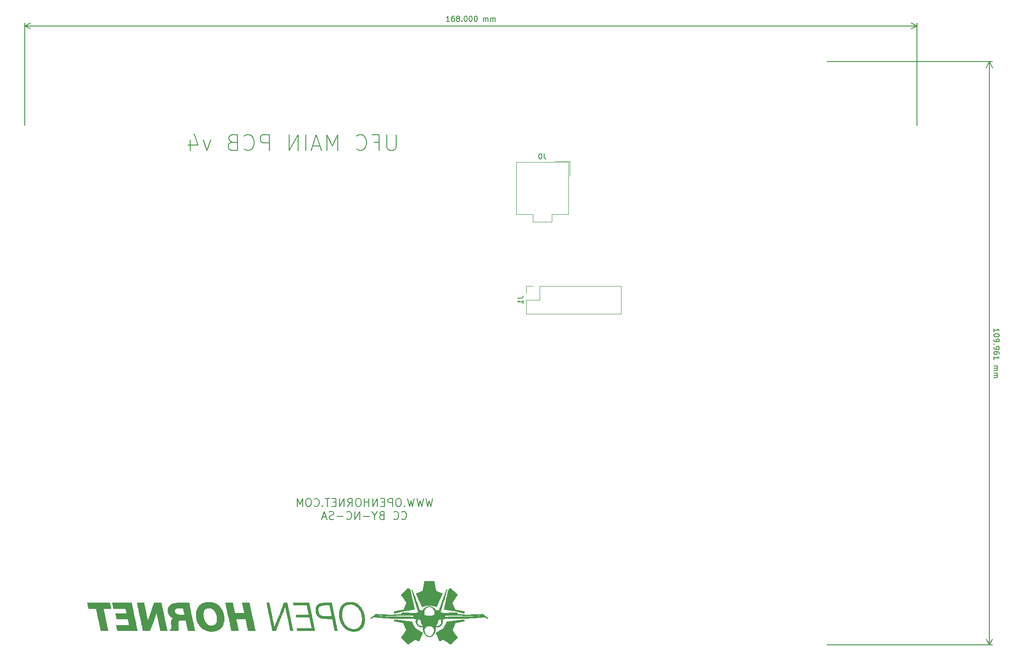
<source format=gbr>
G04 #@! TF.GenerationSoftware,KiCad,Pcbnew,(5.1.4)-1*
G04 #@! TF.CreationDate,2020-12-28T17:29:28-07:00*
G04 #@! TF.ProjectId,ufc_v4_main,7566635f-7634-45f6-9d61-696e2e6b6963,rev?*
G04 #@! TF.SameCoordinates,Original*
G04 #@! TF.FileFunction,Legend,Bot*
G04 #@! TF.FilePolarity,Positive*
%FSLAX46Y46*%
G04 Gerber Fmt 4.6, Leading zero omitted, Abs format (unit mm)*
G04 Created by KiCad (PCBNEW (5.1.4)-1) date 2020-12-28 17:29:28*
%MOMM*%
%LPD*%
G04 APERTURE LIST*
%ADD10C,0.200000*%
%ADD11C,0.150000*%
%ADD12C,0.010000*%
%ADD13C,0.120000*%
G04 APERTURE END LIST*
D10*
X157491471Y-103663142D02*
X157491471Y-106091714D01*
X157348614Y-106377428D01*
X157205757Y-106520285D01*
X156920042Y-106663142D01*
X156348614Y-106663142D01*
X156062900Y-106520285D01*
X155920042Y-106377428D01*
X155777185Y-106091714D01*
X155777185Y-103663142D01*
X153348614Y-105091714D02*
X154348614Y-105091714D01*
X154348614Y-106663142D02*
X154348614Y-103663142D01*
X152920042Y-103663142D01*
X150062900Y-106377428D02*
X150205757Y-106520285D01*
X150634328Y-106663142D01*
X150920042Y-106663142D01*
X151348614Y-106520285D01*
X151634328Y-106234571D01*
X151777185Y-105948857D01*
X151920042Y-105377428D01*
X151920042Y-104948857D01*
X151777185Y-104377428D01*
X151634328Y-104091714D01*
X151348614Y-103806000D01*
X150920042Y-103663142D01*
X150634328Y-103663142D01*
X150205757Y-103806000D01*
X150062900Y-103948857D01*
X146491471Y-106663142D02*
X146491471Y-103663142D01*
X145491471Y-105806000D01*
X144491471Y-103663142D01*
X144491471Y-106663142D01*
X143205757Y-105806000D02*
X141777185Y-105806000D01*
X143491471Y-106663142D02*
X142491471Y-103663142D01*
X141491471Y-106663142D01*
X140491471Y-106663142D02*
X140491471Y-103663142D01*
X139062900Y-106663142D02*
X139062900Y-103663142D01*
X137348614Y-106663142D01*
X137348614Y-103663142D01*
X133634328Y-106663142D02*
X133634328Y-103663142D01*
X132491471Y-103663142D01*
X132205757Y-103806000D01*
X132062900Y-103948857D01*
X131920042Y-104234571D01*
X131920042Y-104663142D01*
X132062900Y-104948857D01*
X132205757Y-105091714D01*
X132491471Y-105234571D01*
X133634328Y-105234571D01*
X128920042Y-106377428D02*
X129062900Y-106520285D01*
X129491471Y-106663142D01*
X129777185Y-106663142D01*
X130205757Y-106520285D01*
X130491471Y-106234571D01*
X130634328Y-105948857D01*
X130777185Y-105377428D01*
X130777185Y-104948857D01*
X130634328Y-104377428D01*
X130491471Y-104091714D01*
X130205757Y-103806000D01*
X129777185Y-103663142D01*
X129491471Y-103663142D01*
X129062900Y-103806000D01*
X128920042Y-103948857D01*
X126634328Y-105091714D02*
X126205757Y-105234571D01*
X126062900Y-105377428D01*
X125920042Y-105663142D01*
X125920042Y-106091714D01*
X126062900Y-106377428D01*
X126205757Y-106520285D01*
X126491471Y-106663142D01*
X127634328Y-106663142D01*
X127634328Y-103663142D01*
X126634328Y-103663142D01*
X126348614Y-103806000D01*
X126205757Y-103948857D01*
X126062900Y-104234571D01*
X126062900Y-104520285D01*
X126205757Y-104806000D01*
X126348614Y-104948857D01*
X126634328Y-105091714D01*
X127634328Y-105091714D01*
X122634328Y-104663142D02*
X121920042Y-106663142D01*
X121205757Y-104663142D01*
X118777185Y-104663142D02*
X118777185Y-106663142D01*
X119491471Y-103520285D02*
X120205757Y-105663142D01*
X118348614Y-105663142D01*
X164384328Y-172259571D02*
X164027185Y-173759571D01*
X163741471Y-172688142D01*
X163455757Y-173759571D01*
X163098614Y-172259571D01*
X162670042Y-172259571D02*
X162312900Y-173759571D01*
X162027185Y-172688142D01*
X161741471Y-173759571D01*
X161384328Y-172259571D01*
X160955757Y-172259571D02*
X160598614Y-173759571D01*
X160312900Y-172688142D01*
X160027185Y-173759571D01*
X159670042Y-172259571D01*
X159098614Y-173616714D02*
X159027185Y-173688142D01*
X159098614Y-173759571D01*
X159170042Y-173688142D01*
X159098614Y-173616714D01*
X159098614Y-173759571D01*
X158098614Y-172259571D02*
X157812900Y-172259571D01*
X157670042Y-172331000D01*
X157527185Y-172473857D01*
X157455757Y-172759571D01*
X157455757Y-173259571D01*
X157527185Y-173545285D01*
X157670042Y-173688142D01*
X157812900Y-173759571D01*
X158098614Y-173759571D01*
X158241471Y-173688142D01*
X158384328Y-173545285D01*
X158455757Y-173259571D01*
X158455757Y-172759571D01*
X158384328Y-172473857D01*
X158241471Y-172331000D01*
X158098614Y-172259571D01*
X156812900Y-173759571D02*
X156812900Y-172259571D01*
X156241471Y-172259571D01*
X156098614Y-172331000D01*
X156027185Y-172402428D01*
X155955757Y-172545285D01*
X155955757Y-172759571D01*
X156027185Y-172902428D01*
X156098614Y-172973857D01*
X156241471Y-173045285D01*
X156812900Y-173045285D01*
X155312900Y-172973857D02*
X154812900Y-172973857D01*
X154598614Y-173759571D02*
X155312900Y-173759571D01*
X155312900Y-172259571D01*
X154598614Y-172259571D01*
X153955757Y-173759571D02*
X153955757Y-172259571D01*
X153098614Y-173759571D01*
X153098614Y-172259571D01*
X152384328Y-173759571D02*
X152384328Y-172259571D01*
X152384328Y-172973857D02*
X151527185Y-172973857D01*
X151527185Y-173759571D02*
X151527185Y-172259571D01*
X150527185Y-172259571D02*
X150241471Y-172259571D01*
X150098614Y-172331000D01*
X149955757Y-172473857D01*
X149884328Y-172759571D01*
X149884328Y-173259571D01*
X149955757Y-173545285D01*
X150098614Y-173688142D01*
X150241471Y-173759571D01*
X150527185Y-173759571D01*
X150670042Y-173688142D01*
X150812900Y-173545285D01*
X150884328Y-173259571D01*
X150884328Y-172759571D01*
X150812900Y-172473857D01*
X150670042Y-172331000D01*
X150527185Y-172259571D01*
X148384328Y-173759571D02*
X148884328Y-173045285D01*
X149241471Y-173759571D02*
X149241471Y-172259571D01*
X148670042Y-172259571D01*
X148527185Y-172331000D01*
X148455757Y-172402428D01*
X148384328Y-172545285D01*
X148384328Y-172759571D01*
X148455757Y-172902428D01*
X148527185Y-172973857D01*
X148670042Y-173045285D01*
X149241471Y-173045285D01*
X147741471Y-173759571D02*
X147741471Y-172259571D01*
X146884328Y-173759571D01*
X146884328Y-172259571D01*
X146170042Y-172973857D02*
X145670042Y-172973857D01*
X145455757Y-173759571D02*
X146170042Y-173759571D01*
X146170042Y-172259571D01*
X145455757Y-172259571D01*
X145027185Y-172259571D02*
X144170042Y-172259571D01*
X144598614Y-173759571D02*
X144598614Y-172259571D01*
X143670042Y-173616714D02*
X143598614Y-173688142D01*
X143670042Y-173759571D01*
X143741471Y-173688142D01*
X143670042Y-173616714D01*
X143670042Y-173759571D01*
X142098614Y-173616714D02*
X142170042Y-173688142D01*
X142384328Y-173759571D01*
X142527185Y-173759571D01*
X142741471Y-173688142D01*
X142884328Y-173545285D01*
X142955757Y-173402428D01*
X143027185Y-173116714D01*
X143027185Y-172902428D01*
X142955757Y-172616714D01*
X142884328Y-172473857D01*
X142741471Y-172331000D01*
X142527185Y-172259571D01*
X142384328Y-172259571D01*
X142170042Y-172331000D01*
X142098614Y-172402428D01*
X141170042Y-172259571D02*
X140884328Y-172259571D01*
X140741471Y-172331000D01*
X140598614Y-172473857D01*
X140527185Y-172759571D01*
X140527185Y-173259571D01*
X140598614Y-173545285D01*
X140741471Y-173688142D01*
X140884328Y-173759571D01*
X141170042Y-173759571D01*
X141312900Y-173688142D01*
X141455757Y-173545285D01*
X141527185Y-173259571D01*
X141527185Y-172759571D01*
X141455757Y-172473857D01*
X141312900Y-172331000D01*
X141170042Y-172259571D01*
X139884328Y-173759571D02*
X139884328Y-172259571D01*
X139384328Y-173331000D01*
X138884328Y-172259571D01*
X138884328Y-173759571D01*
X158562900Y-176066714D02*
X158634328Y-176138142D01*
X158848614Y-176209571D01*
X158991471Y-176209571D01*
X159205757Y-176138142D01*
X159348614Y-175995285D01*
X159420042Y-175852428D01*
X159491471Y-175566714D01*
X159491471Y-175352428D01*
X159420042Y-175066714D01*
X159348614Y-174923857D01*
X159205757Y-174781000D01*
X158991471Y-174709571D01*
X158848614Y-174709571D01*
X158634328Y-174781000D01*
X158562900Y-174852428D01*
X157062900Y-176066714D02*
X157134328Y-176138142D01*
X157348614Y-176209571D01*
X157491471Y-176209571D01*
X157705757Y-176138142D01*
X157848614Y-175995285D01*
X157920042Y-175852428D01*
X157991471Y-175566714D01*
X157991471Y-175352428D01*
X157920042Y-175066714D01*
X157848614Y-174923857D01*
X157705757Y-174781000D01*
X157491471Y-174709571D01*
X157348614Y-174709571D01*
X157134328Y-174781000D01*
X157062900Y-174852428D01*
X154777185Y-175423857D02*
X154562900Y-175495285D01*
X154491471Y-175566714D01*
X154420042Y-175709571D01*
X154420042Y-175923857D01*
X154491471Y-176066714D01*
X154562900Y-176138142D01*
X154705757Y-176209571D01*
X155277185Y-176209571D01*
X155277185Y-174709571D01*
X154777185Y-174709571D01*
X154634328Y-174781000D01*
X154562900Y-174852428D01*
X154491471Y-174995285D01*
X154491471Y-175138142D01*
X154562900Y-175281000D01*
X154634328Y-175352428D01*
X154777185Y-175423857D01*
X155277185Y-175423857D01*
X153491471Y-175495285D02*
X153491471Y-176209571D01*
X153991471Y-174709571D02*
X153491471Y-175495285D01*
X152991471Y-174709571D01*
X152491471Y-175638142D02*
X151348614Y-175638142D01*
X150634328Y-176209571D02*
X150634328Y-174709571D01*
X149777185Y-176209571D01*
X149777185Y-174709571D01*
X148205757Y-176066714D02*
X148277185Y-176138142D01*
X148491471Y-176209571D01*
X148634328Y-176209571D01*
X148848614Y-176138142D01*
X148991471Y-175995285D01*
X149062900Y-175852428D01*
X149134328Y-175566714D01*
X149134328Y-175352428D01*
X149062900Y-175066714D01*
X148991471Y-174923857D01*
X148848614Y-174781000D01*
X148634328Y-174709571D01*
X148491471Y-174709571D01*
X148277185Y-174781000D01*
X148205757Y-174852428D01*
X147562900Y-175638142D02*
X146420042Y-175638142D01*
X145777185Y-176138142D02*
X145562900Y-176209571D01*
X145205757Y-176209571D01*
X145062900Y-176138142D01*
X144991471Y-176066714D01*
X144920042Y-175923857D01*
X144920042Y-175781000D01*
X144991471Y-175638142D01*
X145062900Y-175566714D01*
X145205757Y-175495285D01*
X145491471Y-175423857D01*
X145634328Y-175352428D01*
X145705757Y-175281000D01*
X145777185Y-175138142D01*
X145777185Y-174995285D01*
X145705757Y-174852428D01*
X145634328Y-174781000D01*
X145491471Y-174709571D01*
X145134328Y-174709571D01*
X144920042Y-174781000D01*
X144348614Y-175781000D02*
X143634328Y-175781000D01*
X144491471Y-176209571D02*
X143991471Y-174709571D01*
X143491471Y-176209571D01*
D11*
X167555252Y-82316778D02*
X166983824Y-82316778D01*
X167269538Y-82316778D02*
X167269538Y-81316778D01*
X167174300Y-81459636D01*
X167079062Y-81554874D01*
X166983824Y-81602493D01*
X168412395Y-81316778D02*
X168221919Y-81316778D01*
X168126681Y-81364398D01*
X168079062Y-81412017D01*
X167983824Y-81554874D01*
X167936205Y-81745350D01*
X167936205Y-82126302D01*
X167983824Y-82221540D01*
X168031443Y-82269159D01*
X168126681Y-82316778D01*
X168317157Y-82316778D01*
X168412395Y-82269159D01*
X168460014Y-82221540D01*
X168507633Y-82126302D01*
X168507633Y-81888207D01*
X168460014Y-81792969D01*
X168412395Y-81745350D01*
X168317157Y-81697731D01*
X168126681Y-81697731D01*
X168031443Y-81745350D01*
X167983824Y-81792969D01*
X167936205Y-81888207D01*
X169079062Y-81745350D02*
X168983824Y-81697731D01*
X168936205Y-81650112D01*
X168888586Y-81554874D01*
X168888586Y-81507255D01*
X168936205Y-81412017D01*
X168983824Y-81364398D01*
X169079062Y-81316778D01*
X169269538Y-81316778D01*
X169364776Y-81364398D01*
X169412395Y-81412017D01*
X169460014Y-81507255D01*
X169460014Y-81554874D01*
X169412395Y-81650112D01*
X169364776Y-81697731D01*
X169269538Y-81745350D01*
X169079062Y-81745350D01*
X168983824Y-81792969D01*
X168936205Y-81840588D01*
X168888586Y-81935826D01*
X168888586Y-82126302D01*
X168936205Y-82221540D01*
X168983824Y-82269159D01*
X169079062Y-82316778D01*
X169269538Y-82316778D01*
X169364776Y-82269159D01*
X169412395Y-82221540D01*
X169460014Y-82126302D01*
X169460014Y-81935826D01*
X169412395Y-81840588D01*
X169364776Y-81792969D01*
X169269538Y-81745350D01*
X169888586Y-82221540D02*
X169936205Y-82269159D01*
X169888586Y-82316778D01*
X169840967Y-82269159D01*
X169888586Y-82221540D01*
X169888586Y-82316778D01*
X170555252Y-81316778D02*
X170650491Y-81316778D01*
X170745729Y-81364398D01*
X170793348Y-81412017D01*
X170840967Y-81507255D01*
X170888586Y-81697731D01*
X170888586Y-81935826D01*
X170840967Y-82126302D01*
X170793348Y-82221540D01*
X170745729Y-82269159D01*
X170650491Y-82316778D01*
X170555252Y-82316778D01*
X170460014Y-82269159D01*
X170412395Y-82221540D01*
X170364776Y-82126302D01*
X170317157Y-81935826D01*
X170317157Y-81697731D01*
X170364776Y-81507255D01*
X170412395Y-81412017D01*
X170460014Y-81364398D01*
X170555252Y-81316778D01*
X171507633Y-81316778D02*
X171602872Y-81316778D01*
X171698110Y-81364398D01*
X171745729Y-81412017D01*
X171793348Y-81507255D01*
X171840967Y-81697731D01*
X171840967Y-81935826D01*
X171793348Y-82126302D01*
X171745729Y-82221540D01*
X171698110Y-82269159D01*
X171602872Y-82316778D01*
X171507633Y-82316778D01*
X171412395Y-82269159D01*
X171364776Y-82221540D01*
X171317157Y-82126302D01*
X171269538Y-81935826D01*
X171269538Y-81697731D01*
X171317157Y-81507255D01*
X171364776Y-81412017D01*
X171412395Y-81364398D01*
X171507633Y-81316778D01*
X172460014Y-81316778D02*
X172555252Y-81316778D01*
X172650491Y-81364398D01*
X172698110Y-81412017D01*
X172745729Y-81507255D01*
X172793348Y-81697731D01*
X172793348Y-81935826D01*
X172745729Y-82126302D01*
X172698110Y-82221540D01*
X172650491Y-82269159D01*
X172555252Y-82316778D01*
X172460014Y-82316778D01*
X172364776Y-82269159D01*
X172317157Y-82221540D01*
X172269538Y-82126302D01*
X172221919Y-81935826D01*
X172221919Y-81697731D01*
X172269538Y-81507255D01*
X172317157Y-81412017D01*
X172364776Y-81364398D01*
X172460014Y-81316778D01*
X173983824Y-82316778D02*
X173983824Y-81650112D01*
X173983824Y-81745350D02*
X174031443Y-81697731D01*
X174126681Y-81650112D01*
X174269538Y-81650112D01*
X174364776Y-81697731D01*
X174412395Y-81792969D01*
X174412395Y-82316778D01*
X174412395Y-81792969D02*
X174460014Y-81697731D01*
X174555252Y-81650112D01*
X174698110Y-81650112D01*
X174793348Y-81697731D01*
X174840967Y-81792969D01*
X174840967Y-82316778D01*
X175317157Y-82316778D02*
X175317157Y-81650112D01*
X175317157Y-81745350D02*
X175364776Y-81697731D01*
X175460014Y-81650112D01*
X175602872Y-81650112D01*
X175698110Y-81697731D01*
X175745729Y-81792969D01*
X175745729Y-82316778D01*
X175745729Y-81792969D02*
X175793348Y-81697731D01*
X175888586Y-81650112D01*
X176031443Y-81650112D01*
X176126681Y-81697731D01*
X176174300Y-81792969D01*
X176174300Y-82316778D01*
X255602872Y-83164398D02*
X87602872Y-83164398D01*
X255602872Y-101916398D02*
X255602872Y-82577977D01*
X87602872Y-101916398D02*
X87602872Y-82577977D01*
X87602872Y-83164398D02*
X88729376Y-82577977D01*
X87602872Y-83164398D02*
X88729376Y-83750819D01*
X255602872Y-83164398D02*
X254476368Y-82577977D01*
X255602872Y-83164398D02*
X254476368Y-83750819D01*
X270063491Y-140849278D02*
X270063491Y-140277850D01*
X270063491Y-140563564D02*
X271063491Y-140563564D01*
X270920633Y-140468326D01*
X270825395Y-140373088D01*
X270777776Y-140277850D01*
X271063491Y-141468326D02*
X271063491Y-141563564D01*
X271015872Y-141658802D01*
X270968252Y-141706421D01*
X270873014Y-141754040D01*
X270682538Y-141801659D01*
X270444443Y-141801659D01*
X270253967Y-141754040D01*
X270158729Y-141706421D01*
X270111110Y-141658802D01*
X270063491Y-141563564D01*
X270063491Y-141468326D01*
X270111110Y-141373088D01*
X270158729Y-141325469D01*
X270253967Y-141277850D01*
X270444443Y-141230231D01*
X270682538Y-141230231D01*
X270873014Y-141277850D01*
X270968252Y-141325469D01*
X271015872Y-141373088D01*
X271063491Y-141468326D01*
X270063491Y-142277850D02*
X270063491Y-142468326D01*
X270111110Y-142563564D01*
X270158729Y-142611183D01*
X270301586Y-142706421D01*
X270492062Y-142754040D01*
X270873014Y-142754040D01*
X270968252Y-142706421D01*
X271015872Y-142658802D01*
X271063491Y-142563564D01*
X271063491Y-142373088D01*
X271015872Y-142277850D01*
X270968252Y-142230231D01*
X270873014Y-142182612D01*
X270634919Y-142182612D01*
X270539681Y-142230231D01*
X270492062Y-142277850D01*
X270444443Y-142373088D01*
X270444443Y-142563564D01*
X270492062Y-142658802D01*
X270539681Y-142706421D01*
X270634919Y-142754040D01*
X270158729Y-143182612D02*
X270111110Y-143230231D01*
X270063491Y-143182612D01*
X270111110Y-143134993D01*
X270158729Y-143182612D01*
X270063491Y-143182612D01*
X270063491Y-143706421D02*
X270063491Y-143896898D01*
X270111110Y-143992136D01*
X270158729Y-144039755D01*
X270301586Y-144134993D01*
X270492062Y-144182612D01*
X270873014Y-144182612D01*
X270968252Y-144134993D01*
X271015872Y-144087374D01*
X271063491Y-143992136D01*
X271063491Y-143801659D01*
X271015872Y-143706421D01*
X270968252Y-143658802D01*
X270873014Y-143611183D01*
X270634919Y-143611183D01*
X270539681Y-143658802D01*
X270492062Y-143706421D01*
X270444443Y-143801659D01*
X270444443Y-143992136D01*
X270492062Y-144087374D01*
X270539681Y-144134993D01*
X270634919Y-144182612D01*
X271063491Y-145039755D02*
X271063491Y-144849278D01*
X271015872Y-144754040D01*
X270968252Y-144706421D01*
X270825395Y-144611183D01*
X270634919Y-144563564D01*
X270253967Y-144563564D01*
X270158729Y-144611183D01*
X270111110Y-144658802D01*
X270063491Y-144754040D01*
X270063491Y-144944517D01*
X270111110Y-145039755D01*
X270158729Y-145087374D01*
X270253967Y-145134993D01*
X270492062Y-145134993D01*
X270587300Y-145087374D01*
X270634919Y-145039755D01*
X270682538Y-144944517D01*
X270682538Y-144754040D01*
X270634919Y-144658802D01*
X270587300Y-144611183D01*
X270492062Y-144563564D01*
X270063491Y-146087374D02*
X270063491Y-145515945D01*
X270063491Y-145801659D02*
X271063491Y-145801659D01*
X270920633Y-145706421D01*
X270825395Y-145611183D01*
X270777776Y-145515945D01*
X270063491Y-147277850D02*
X270730157Y-147277850D01*
X270634919Y-147277850D02*
X270682538Y-147325469D01*
X270730157Y-147420707D01*
X270730157Y-147563564D01*
X270682538Y-147658802D01*
X270587300Y-147706421D01*
X270063491Y-147706421D01*
X270587300Y-147706421D02*
X270682538Y-147754040D01*
X270730157Y-147849278D01*
X270730157Y-147992136D01*
X270682538Y-148087374D01*
X270587300Y-148134993D01*
X270063491Y-148134993D01*
X270063491Y-148611183D02*
X270730157Y-148611183D01*
X270634919Y-148611183D02*
X270682538Y-148658802D01*
X270730157Y-148754040D01*
X270730157Y-148896898D01*
X270682538Y-148992136D01*
X270587300Y-149039755D01*
X270063491Y-149039755D01*
X270587300Y-149039755D02*
X270682538Y-149087374D01*
X270730157Y-149182612D01*
X270730157Y-149325469D01*
X270682538Y-149420707D01*
X270587300Y-149468326D01*
X270063491Y-149468326D01*
X269215872Y-89916398D02*
X269215872Y-199877398D01*
X238602872Y-89916398D02*
X269802293Y-89916398D01*
X238602872Y-199877398D02*
X269802293Y-199877398D01*
X269215872Y-199877398D02*
X268629451Y-198750894D01*
X269215872Y-199877398D02*
X269802293Y-198750894D01*
X269215872Y-89916398D02*
X268629451Y-91042902D01*
X269215872Y-89916398D02*
X269802293Y-91042902D01*
D12*
G36*
X163769639Y-187862400D02*
G01*
X163728277Y-187862400D01*
X163588611Y-187862417D01*
X163464887Y-187862478D01*
X163356113Y-187862600D01*
X163261299Y-187862799D01*
X163179453Y-187863091D01*
X163109584Y-187863491D01*
X163050700Y-187864015D01*
X163001810Y-187864680D01*
X162961923Y-187865501D01*
X162930047Y-187866494D01*
X162905191Y-187867676D01*
X162886364Y-187869062D01*
X162872574Y-187870668D01*
X162862830Y-187872510D01*
X162856141Y-187874604D01*
X162852278Y-187876499D01*
X162832321Y-187892755D01*
X162819344Y-187910495D01*
X162816560Y-187921446D01*
X162810920Y-187947905D01*
X162802643Y-187988731D01*
X162791949Y-188042779D01*
X162779059Y-188108908D01*
X162764193Y-188185974D01*
X162747569Y-188272835D01*
X162729407Y-188368348D01*
X162709929Y-188471370D01*
X162689353Y-188580758D01*
X162667899Y-188695369D01*
X162653337Y-188773476D01*
X162631389Y-188890985D01*
X162610126Y-189004070D01*
X162589769Y-189111585D01*
X162570545Y-189212381D01*
X162552674Y-189305312D01*
X162536382Y-189389228D01*
X162521893Y-189462983D01*
X162509428Y-189525428D01*
X162499213Y-189575417D01*
X162491471Y-189611802D01*
X162486425Y-189633434D01*
X162484686Y-189639062D01*
X162469285Y-189661948D01*
X162453121Y-189679735D01*
X162443098Y-189685051D01*
X162418892Y-189696133D01*
X162382001Y-189712358D01*
X162333926Y-189733106D01*
X162276166Y-189757755D01*
X162210218Y-189785681D01*
X162137584Y-189816264D01*
X162059761Y-189848882D01*
X161978249Y-189882912D01*
X161894547Y-189917734D01*
X161810154Y-189952724D01*
X161726570Y-189987261D01*
X161645293Y-190020724D01*
X161567823Y-190052489D01*
X161495659Y-190081936D01*
X161430299Y-190108443D01*
X161373244Y-190131387D01*
X161325992Y-190150147D01*
X161290042Y-190164101D01*
X161266894Y-190172627D01*
X161259168Y-190175020D01*
X161258359Y-190177897D01*
X161260116Y-190186093D01*
X161264710Y-190200231D01*
X161272415Y-190220938D01*
X161283500Y-190248837D01*
X161298237Y-190284553D01*
X161316899Y-190328711D01*
X161339756Y-190381936D01*
X161367079Y-190444851D01*
X161399142Y-190518083D01*
X161436214Y-190602254D01*
X161478568Y-190697991D01*
X161526475Y-190805917D01*
X161580206Y-190926657D01*
X161640034Y-191060836D01*
X161706229Y-191209079D01*
X161779063Y-191372010D01*
X161794132Y-191405699D01*
X161855293Y-191542406D01*
X161914634Y-191674991D01*
X161971783Y-191802622D01*
X162026366Y-191924468D01*
X162078009Y-192039695D01*
X162126338Y-192147473D01*
X162170980Y-192246968D01*
X162211562Y-192337350D01*
X162247710Y-192417785D01*
X162279051Y-192487443D01*
X162305210Y-192545490D01*
X162325815Y-192591095D01*
X162340492Y-192623426D01*
X162348867Y-192641651D01*
X162350737Y-192645511D01*
X162355996Y-192649582D01*
X162366549Y-192650412D01*
X162384787Y-192647550D01*
X162413103Y-192640544D01*
X162453891Y-192628945D01*
X162480406Y-192621073D01*
X162602092Y-192586194D01*
X162732484Y-192551617D01*
X162867337Y-192518327D01*
X163002402Y-192487307D01*
X163133433Y-192459540D01*
X163256183Y-192436009D01*
X163343433Y-192421232D01*
X163394250Y-192415022D01*
X163458582Y-192409943D01*
X163533046Y-192406036D01*
X163614261Y-192403342D01*
X163698842Y-192401903D01*
X163783407Y-192401759D01*
X163864574Y-192402953D01*
X163938959Y-192405525D01*
X164003180Y-192409517D01*
X164036718Y-192412758D01*
X164133737Y-192425926D01*
X164243339Y-192444259D01*
X164362230Y-192467037D01*
X164487119Y-192493537D01*
X164614710Y-192523036D01*
X164741711Y-192554814D01*
X164864828Y-192588148D01*
X164950319Y-192613038D01*
X164996091Y-192626694D01*
X165036158Y-192638430D01*
X165067737Y-192647447D01*
X165088045Y-192652950D01*
X165094252Y-192654289D01*
X165098249Y-192646636D01*
X165108640Y-192624282D01*
X165125062Y-192588052D01*
X165147150Y-192538772D01*
X165174540Y-192477267D01*
X165206869Y-192404362D01*
X165243772Y-192320882D01*
X165284885Y-192227652D01*
X165329844Y-192125498D01*
X165378285Y-192015245D01*
X165429844Y-191897717D01*
X165484158Y-191773741D01*
X165540861Y-191644142D01*
X165599590Y-191509744D01*
X165637900Y-191421985D01*
X165697744Y-191284814D01*
X165755747Y-191151802D01*
X165811547Y-191023784D01*
X165864781Y-190901592D01*
X165915087Y-190786060D01*
X165962103Y-190678021D01*
X166005467Y-190578310D01*
X166044816Y-190487759D01*
X166079789Y-190407201D01*
X166110023Y-190337471D01*
X166135155Y-190279402D01*
X166154825Y-190233827D01*
X166168668Y-190201579D01*
X166176324Y-190183492D01*
X166177806Y-190179746D01*
X166170514Y-190174644D01*
X166148224Y-190163596D01*
X166111672Y-190146918D01*
X166061593Y-190124926D01*
X165998724Y-190097934D01*
X165923799Y-190066258D01*
X165837556Y-190030214D01*
X165740728Y-189990115D01*
X165634053Y-189946279D01*
X165610830Y-189936775D01*
X165517078Y-189898344D01*
X165427440Y-189861424D01*
X165343225Y-189826563D01*
X165265741Y-189794311D01*
X165196295Y-189765219D01*
X165136195Y-189739835D01*
X165086749Y-189718710D01*
X165049266Y-189702393D01*
X165025053Y-189691433D01*
X165015890Y-189686746D01*
X164994214Y-189666933D01*
X164976229Y-189642056D01*
X164975216Y-189640137D01*
X164971271Y-189627086D01*
X164964491Y-189598160D01*
X164955030Y-189554152D01*
X164943044Y-189495854D01*
X164928689Y-189424059D01*
X164912119Y-189339559D01*
X164893491Y-189243146D01*
X164872960Y-189135613D01*
X164850681Y-189017753D01*
X164826809Y-188890357D01*
X164803544Y-188765246D01*
X164781713Y-188647728D01*
X164760620Y-188534747D01*
X164740482Y-188427437D01*
X164721518Y-188326932D01*
X164703944Y-188234366D01*
X164687978Y-188150873D01*
X164673838Y-188077589D01*
X164661742Y-188015646D01*
X164651905Y-187966180D01*
X164644547Y-187930324D01*
X164639885Y-187909213D01*
X164638361Y-187903851D01*
X164634902Y-187897227D01*
X164631378Y-187891348D01*
X164626814Y-187886171D01*
X164620233Y-187881650D01*
X164610659Y-187877742D01*
X164597115Y-187874401D01*
X164578626Y-187871583D01*
X164554215Y-187869243D01*
X164522906Y-187867339D01*
X164483723Y-187865823D01*
X164435689Y-187864654D01*
X164377829Y-187863785D01*
X164309166Y-187863172D01*
X164228723Y-187862771D01*
X164135526Y-187862538D01*
X164028597Y-187862428D01*
X163906960Y-187862397D01*
X163769639Y-187862400D01*
X163769639Y-187862400D01*
G37*
X163769639Y-187862400D02*
X163728277Y-187862400D01*
X163588611Y-187862417D01*
X163464887Y-187862478D01*
X163356113Y-187862600D01*
X163261299Y-187862799D01*
X163179453Y-187863091D01*
X163109584Y-187863491D01*
X163050700Y-187864015D01*
X163001810Y-187864680D01*
X162961923Y-187865501D01*
X162930047Y-187866494D01*
X162905191Y-187867676D01*
X162886364Y-187869062D01*
X162872574Y-187870668D01*
X162862830Y-187872510D01*
X162856141Y-187874604D01*
X162852278Y-187876499D01*
X162832321Y-187892755D01*
X162819344Y-187910495D01*
X162816560Y-187921446D01*
X162810920Y-187947905D01*
X162802643Y-187988731D01*
X162791949Y-188042779D01*
X162779059Y-188108908D01*
X162764193Y-188185974D01*
X162747569Y-188272835D01*
X162729407Y-188368348D01*
X162709929Y-188471370D01*
X162689353Y-188580758D01*
X162667899Y-188695369D01*
X162653337Y-188773476D01*
X162631389Y-188890985D01*
X162610126Y-189004070D01*
X162589769Y-189111585D01*
X162570545Y-189212381D01*
X162552674Y-189305312D01*
X162536382Y-189389228D01*
X162521893Y-189462983D01*
X162509428Y-189525428D01*
X162499213Y-189575417D01*
X162491471Y-189611802D01*
X162486425Y-189633434D01*
X162484686Y-189639062D01*
X162469285Y-189661948D01*
X162453121Y-189679735D01*
X162443098Y-189685051D01*
X162418892Y-189696133D01*
X162382001Y-189712358D01*
X162333926Y-189733106D01*
X162276166Y-189757755D01*
X162210218Y-189785681D01*
X162137584Y-189816264D01*
X162059761Y-189848882D01*
X161978249Y-189882912D01*
X161894547Y-189917734D01*
X161810154Y-189952724D01*
X161726570Y-189987261D01*
X161645293Y-190020724D01*
X161567823Y-190052489D01*
X161495659Y-190081936D01*
X161430299Y-190108443D01*
X161373244Y-190131387D01*
X161325992Y-190150147D01*
X161290042Y-190164101D01*
X161266894Y-190172627D01*
X161259168Y-190175020D01*
X161258359Y-190177897D01*
X161260116Y-190186093D01*
X161264710Y-190200231D01*
X161272415Y-190220938D01*
X161283500Y-190248837D01*
X161298237Y-190284553D01*
X161316899Y-190328711D01*
X161339756Y-190381936D01*
X161367079Y-190444851D01*
X161399142Y-190518083D01*
X161436214Y-190602254D01*
X161478568Y-190697991D01*
X161526475Y-190805917D01*
X161580206Y-190926657D01*
X161640034Y-191060836D01*
X161706229Y-191209079D01*
X161779063Y-191372010D01*
X161794132Y-191405699D01*
X161855293Y-191542406D01*
X161914634Y-191674991D01*
X161971783Y-191802622D01*
X162026366Y-191924468D01*
X162078009Y-192039695D01*
X162126338Y-192147473D01*
X162170980Y-192246968D01*
X162211562Y-192337350D01*
X162247710Y-192417785D01*
X162279051Y-192487443D01*
X162305210Y-192545490D01*
X162325815Y-192591095D01*
X162340492Y-192623426D01*
X162348867Y-192641651D01*
X162350737Y-192645511D01*
X162355996Y-192649582D01*
X162366549Y-192650412D01*
X162384787Y-192647550D01*
X162413103Y-192640544D01*
X162453891Y-192628945D01*
X162480406Y-192621073D01*
X162602092Y-192586194D01*
X162732484Y-192551617D01*
X162867337Y-192518327D01*
X163002402Y-192487307D01*
X163133433Y-192459540D01*
X163256183Y-192436009D01*
X163343433Y-192421232D01*
X163394250Y-192415022D01*
X163458582Y-192409943D01*
X163533046Y-192406036D01*
X163614261Y-192403342D01*
X163698842Y-192401903D01*
X163783407Y-192401759D01*
X163864574Y-192402953D01*
X163938959Y-192405525D01*
X164003180Y-192409517D01*
X164036718Y-192412758D01*
X164133737Y-192425926D01*
X164243339Y-192444259D01*
X164362230Y-192467037D01*
X164487119Y-192493537D01*
X164614710Y-192523036D01*
X164741711Y-192554814D01*
X164864828Y-192588148D01*
X164950319Y-192613038D01*
X164996091Y-192626694D01*
X165036158Y-192638430D01*
X165067737Y-192647447D01*
X165088045Y-192652950D01*
X165094252Y-192654289D01*
X165098249Y-192646636D01*
X165108640Y-192624282D01*
X165125062Y-192588052D01*
X165147150Y-192538772D01*
X165174540Y-192477267D01*
X165206869Y-192404362D01*
X165243772Y-192320882D01*
X165284885Y-192227652D01*
X165329844Y-192125498D01*
X165378285Y-192015245D01*
X165429844Y-191897717D01*
X165484158Y-191773741D01*
X165540861Y-191644142D01*
X165599590Y-191509744D01*
X165637900Y-191421985D01*
X165697744Y-191284814D01*
X165755747Y-191151802D01*
X165811547Y-191023784D01*
X165864781Y-190901592D01*
X165915087Y-190786060D01*
X165962103Y-190678021D01*
X166005467Y-190578310D01*
X166044816Y-190487759D01*
X166079789Y-190407201D01*
X166110023Y-190337471D01*
X166135155Y-190279402D01*
X166154825Y-190233827D01*
X166168668Y-190201579D01*
X166176324Y-190183492D01*
X166177806Y-190179746D01*
X166170514Y-190174644D01*
X166148224Y-190163596D01*
X166111672Y-190146918D01*
X166061593Y-190124926D01*
X165998724Y-190097934D01*
X165923799Y-190066258D01*
X165837556Y-190030214D01*
X165740728Y-189990115D01*
X165634053Y-189946279D01*
X165610830Y-189936775D01*
X165517078Y-189898344D01*
X165427440Y-189861424D01*
X165343225Y-189826563D01*
X165265741Y-189794311D01*
X165196295Y-189765219D01*
X165136195Y-189739835D01*
X165086749Y-189718710D01*
X165049266Y-189702393D01*
X165025053Y-189691433D01*
X165015890Y-189686746D01*
X164994214Y-189666933D01*
X164976229Y-189642056D01*
X164975216Y-189640137D01*
X164971271Y-189627086D01*
X164964491Y-189598160D01*
X164955030Y-189554152D01*
X164943044Y-189495854D01*
X164928689Y-189424059D01*
X164912119Y-189339559D01*
X164893491Y-189243146D01*
X164872960Y-189135613D01*
X164850681Y-189017753D01*
X164826809Y-188890357D01*
X164803544Y-188765246D01*
X164781713Y-188647728D01*
X164760620Y-188534747D01*
X164740482Y-188427437D01*
X164721518Y-188326932D01*
X164703944Y-188234366D01*
X164687978Y-188150873D01*
X164673838Y-188077589D01*
X164661742Y-188015646D01*
X164651905Y-187966180D01*
X164644547Y-187930324D01*
X164639885Y-187909213D01*
X164638361Y-187903851D01*
X164634902Y-187897227D01*
X164631378Y-187891348D01*
X164626814Y-187886171D01*
X164620233Y-187881650D01*
X164610659Y-187877742D01*
X164597115Y-187874401D01*
X164578626Y-187871583D01*
X164554215Y-187869243D01*
X164522906Y-187867339D01*
X164483723Y-187865823D01*
X164435689Y-187864654D01*
X164377829Y-187863785D01*
X164309166Y-187863172D01*
X164228723Y-187862771D01*
X164135526Y-187862538D01*
X164028597Y-187862428D01*
X163906960Y-187862397D01*
X163769639Y-187862400D01*
G36*
X159686927Y-189187273D02*
G01*
X159677973Y-189193894D01*
X159658097Y-189211567D01*
X159628290Y-189239308D01*
X159589542Y-189276134D01*
X159542842Y-189321060D01*
X159489180Y-189373103D01*
X159429547Y-189431279D01*
X159364932Y-189494604D01*
X159296325Y-189562094D01*
X159224716Y-189632765D01*
X159151094Y-189705633D01*
X159076451Y-189779715D01*
X159001774Y-189854026D01*
X158928055Y-189927583D01*
X158856283Y-189999402D01*
X158787449Y-190068499D01*
X158722541Y-190133890D01*
X158662550Y-190194591D01*
X158608466Y-190249619D01*
X158561279Y-190297989D01*
X158521978Y-190338718D01*
X158491553Y-190370821D01*
X158470995Y-190393315D01*
X158461293Y-190405217D01*
X158460936Y-190405827D01*
X158451859Y-190437824D01*
X158452397Y-190458072D01*
X158458155Y-190470435D01*
X158473606Y-190496521D01*
X158498677Y-190536223D01*
X158533296Y-190589431D01*
X158577390Y-190656035D01*
X158630887Y-190735926D01*
X158693712Y-190828995D01*
X158765795Y-190935132D01*
X158847061Y-191054230D01*
X158936894Y-191185383D01*
X159015535Y-191300207D01*
X159088538Y-191407197D01*
X159155489Y-191505733D01*
X159215974Y-191595193D01*
X159269579Y-191674958D01*
X159315888Y-191744407D01*
X159354489Y-191802919D01*
X159384966Y-191849872D01*
X159406906Y-191884648D01*
X159419893Y-191906624D01*
X159423523Y-191914391D01*
X159426937Y-191940057D01*
X159426110Y-191961861D01*
X159425958Y-191962586D01*
X159421561Y-191975173D01*
X159411074Y-192001677D01*
X159395129Y-192040626D01*
X159374360Y-192090548D01*
X159349400Y-192149973D01*
X159320883Y-192217428D01*
X159289441Y-192291442D01*
X159255709Y-192370543D01*
X159220318Y-192453261D01*
X159183903Y-192538122D01*
X159147097Y-192623657D01*
X159110533Y-192708393D01*
X159074844Y-192790858D01*
X159040664Y-192869582D01*
X159008625Y-192943092D01*
X158979362Y-193009917D01*
X158953507Y-193068586D01*
X158931693Y-193117627D01*
X158914554Y-193155568D01*
X158902724Y-193180938D01*
X158896835Y-193192266D01*
X158896703Y-193192443D01*
X158876758Y-193212110D01*
X158857289Y-193225418D01*
X158845905Y-193228593D01*
X158819029Y-193234606D01*
X158777821Y-193243230D01*
X158723443Y-193254239D01*
X158657057Y-193267406D01*
X158579823Y-193282506D01*
X158492902Y-193299312D01*
X158397456Y-193317598D01*
X158294647Y-193337137D01*
X158185634Y-193357703D01*
X158071581Y-193379070D01*
X158009253Y-193390685D01*
X157873816Y-193415885D01*
X157754032Y-193438201D01*
X157648906Y-193457842D01*
X157557443Y-193475019D01*
X157478646Y-193489939D01*
X157411522Y-193502813D01*
X157355073Y-193513849D01*
X157308306Y-193523256D01*
X157270224Y-193531244D01*
X157239833Y-193538022D01*
X157216136Y-193543798D01*
X157198139Y-193548781D01*
X157184847Y-193553182D01*
X157175262Y-193557209D01*
X157168392Y-193561071D01*
X157163239Y-193564977D01*
X157158810Y-193569137D01*
X157158533Y-193569410D01*
X157133133Y-193594615D01*
X157130471Y-193742641D01*
X157127809Y-193890666D01*
X157147404Y-193889802D01*
X157158975Y-193887670D01*
X157185491Y-193881828D01*
X157225458Y-193872631D01*
X157277384Y-193860435D01*
X157339776Y-193845594D01*
X157411139Y-193828465D01*
X157489981Y-193809400D01*
X157574809Y-193788757D01*
X157662300Y-193767340D01*
X157850139Y-193721484D01*
X158022377Y-193679985D01*
X158179729Y-193642679D01*
X158322914Y-193609404D01*
X158452649Y-193579994D01*
X158569649Y-193554287D01*
X158674633Y-193532117D01*
X158768317Y-193513323D01*
X158805300Y-193506239D01*
X158834803Y-193500855D01*
X158879706Y-193492910D01*
X158938711Y-193482624D01*
X159010514Y-193470219D01*
X159093815Y-193455918D01*
X159187312Y-193439942D01*
X159289705Y-193422514D01*
X159399691Y-193403854D01*
X159515970Y-193384185D01*
X159637240Y-193363729D01*
X159762200Y-193342708D01*
X159889549Y-193321343D01*
X159901734Y-193319302D01*
X160026776Y-193298283D01*
X160147888Y-193277778D01*
X160263934Y-193257987D01*
X160373777Y-193239110D01*
X160476283Y-193221347D01*
X160570313Y-193204898D01*
X160654733Y-193189964D01*
X160728407Y-193176744D01*
X160790198Y-193165438D01*
X160838970Y-193156246D01*
X160873587Y-193149370D01*
X160892913Y-193145007D01*
X160895193Y-193144343D01*
X160923833Y-193134333D01*
X160939295Y-193126487D01*
X160944725Y-193118479D01*
X160943482Y-193108679D01*
X160939646Y-193095178D01*
X160935099Y-193078047D01*
X160929701Y-193056640D01*
X160923309Y-193030313D01*
X160915781Y-192998419D01*
X160906975Y-192960314D01*
X160896751Y-192915351D01*
X160884965Y-192862886D01*
X160871477Y-192802272D01*
X160856145Y-192732865D01*
X160838826Y-192654020D01*
X160819380Y-192565090D01*
X160797664Y-192465430D01*
X160773536Y-192354395D01*
X160746855Y-192231339D01*
X160717479Y-192095618D01*
X160685267Y-191946584D01*
X160650076Y-191783594D01*
X160611765Y-191606002D01*
X160570192Y-191413162D01*
X160525215Y-191204428D01*
X160523874Y-191198204D01*
X160149034Y-189458242D01*
X159952212Y-189322838D01*
X159900130Y-189287461D01*
X159851577Y-189255340D01*
X159808575Y-189227745D01*
X159773142Y-189205943D01*
X159747297Y-189191204D01*
X159733062Y-189184797D01*
X159732289Y-189184655D01*
X159705456Y-189184552D01*
X159686927Y-189187273D01*
X159686927Y-189187273D01*
G37*
X159686927Y-189187273D02*
X159677973Y-189193894D01*
X159658097Y-189211567D01*
X159628290Y-189239308D01*
X159589542Y-189276134D01*
X159542842Y-189321060D01*
X159489180Y-189373103D01*
X159429547Y-189431279D01*
X159364932Y-189494604D01*
X159296325Y-189562094D01*
X159224716Y-189632765D01*
X159151094Y-189705633D01*
X159076451Y-189779715D01*
X159001774Y-189854026D01*
X158928055Y-189927583D01*
X158856283Y-189999402D01*
X158787449Y-190068499D01*
X158722541Y-190133890D01*
X158662550Y-190194591D01*
X158608466Y-190249619D01*
X158561279Y-190297989D01*
X158521978Y-190338718D01*
X158491553Y-190370821D01*
X158470995Y-190393315D01*
X158461293Y-190405217D01*
X158460936Y-190405827D01*
X158451859Y-190437824D01*
X158452397Y-190458072D01*
X158458155Y-190470435D01*
X158473606Y-190496521D01*
X158498677Y-190536223D01*
X158533296Y-190589431D01*
X158577390Y-190656035D01*
X158630887Y-190735926D01*
X158693712Y-190828995D01*
X158765795Y-190935132D01*
X158847061Y-191054230D01*
X158936894Y-191185383D01*
X159015535Y-191300207D01*
X159088538Y-191407197D01*
X159155489Y-191505733D01*
X159215974Y-191595193D01*
X159269579Y-191674958D01*
X159315888Y-191744407D01*
X159354489Y-191802919D01*
X159384966Y-191849872D01*
X159406906Y-191884648D01*
X159419893Y-191906624D01*
X159423523Y-191914391D01*
X159426937Y-191940057D01*
X159426110Y-191961861D01*
X159425958Y-191962586D01*
X159421561Y-191975173D01*
X159411074Y-192001677D01*
X159395129Y-192040626D01*
X159374360Y-192090548D01*
X159349400Y-192149973D01*
X159320883Y-192217428D01*
X159289441Y-192291442D01*
X159255709Y-192370543D01*
X159220318Y-192453261D01*
X159183903Y-192538122D01*
X159147097Y-192623657D01*
X159110533Y-192708393D01*
X159074844Y-192790858D01*
X159040664Y-192869582D01*
X159008625Y-192943092D01*
X158979362Y-193009917D01*
X158953507Y-193068586D01*
X158931693Y-193117627D01*
X158914554Y-193155568D01*
X158902724Y-193180938D01*
X158896835Y-193192266D01*
X158896703Y-193192443D01*
X158876758Y-193212110D01*
X158857289Y-193225418D01*
X158845905Y-193228593D01*
X158819029Y-193234606D01*
X158777821Y-193243230D01*
X158723443Y-193254239D01*
X158657057Y-193267406D01*
X158579823Y-193282506D01*
X158492902Y-193299312D01*
X158397456Y-193317598D01*
X158294647Y-193337137D01*
X158185634Y-193357703D01*
X158071581Y-193379070D01*
X158009253Y-193390685D01*
X157873816Y-193415885D01*
X157754032Y-193438201D01*
X157648906Y-193457842D01*
X157557443Y-193475019D01*
X157478646Y-193489939D01*
X157411522Y-193502813D01*
X157355073Y-193513849D01*
X157308306Y-193523256D01*
X157270224Y-193531244D01*
X157239833Y-193538022D01*
X157216136Y-193543798D01*
X157198139Y-193548781D01*
X157184847Y-193553182D01*
X157175262Y-193557209D01*
X157168392Y-193561071D01*
X157163239Y-193564977D01*
X157158810Y-193569137D01*
X157158533Y-193569410D01*
X157133133Y-193594615D01*
X157130471Y-193742641D01*
X157127809Y-193890666D01*
X157147404Y-193889802D01*
X157158975Y-193887670D01*
X157185491Y-193881828D01*
X157225458Y-193872631D01*
X157277384Y-193860435D01*
X157339776Y-193845594D01*
X157411139Y-193828465D01*
X157489981Y-193809400D01*
X157574809Y-193788757D01*
X157662300Y-193767340D01*
X157850139Y-193721484D01*
X158022377Y-193679985D01*
X158179729Y-193642679D01*
X158322914Y-193609404D01*
X158452649Y-193579994D01*
X158569649Y-193554287D01*
X158674633Y-193532117D01*
X158768317Y-193513323D01*
X158805300Y-193506239D01*
X158834803Y-193500855D01*
X158879706Y-193492910D01*
X158938711Y-193482624D01*
X159010514Y-193470219D01*
X159093815Y-193455918D01*
X159187312Y-193439942D01*
X159289705Y-193422514D01*
X159399691Y-193403854D01*
X159515970Y-193384185D01*
X159637240Y-193363729D01*
X159762200Y-193342708D01*
X159889549Y-193321343D01*
X159901734Y-193319302D01*
X160026776Y-193298283D01*
X160147888Y-193277778D01*
X160263934Y-193257987D01*
X160373777Y-193239110D01*
X160476283Y-193221347D01*
X160570313Y-193204898D01*
X160654733Y-193189964D01*
X160728407Y-193176744D01*
X160790198Y-193165438D01*
X160838970Y-193156246D01*
X160873587Y-193149370D01*
X160892913Y-193145007D01*
X160895193Y-193144343D01*
X160923833Y-193134333D01*
X160939295Y-193126487D01*
X160944725Y-193118479D01*
X160943482Y-193108679D01*
X160939646Y-193095178D01*
X160935099Y-193078047D01*
X160929701Y-193056640D01*
X160923309Y-193030313D01*
X160915781Y-192998419D01*
X160906975Y-192960314D01*
X160896751Y-192915351D01*
X160884965Y-192862886D01*
X160871477Y-192802272D01*
X160856145Y-192732865D01*
X160838826Y-192654020D01*
X160819380Y-192565090D01*
X160797664Y-192465430D01*
X160773536Y-192354395D01*
X160746855Y-192231339D01*
X160717479Y-192095618D01*
X160685267Y-191946584D01*
X160650076Y-191783594D01*
X160611765Y-191606002D01*
X160570192Y-191413162D01*
X160525215Y-191204428D01*
X160523874Y-191198204D01*
X160149034Y-189458242D01*
X159952212Y-189322838D01*
X159900130Y-189287461D01*
X159851577Y-189255340D01*
X159808575Y-189227745D01*
X159773142Y-189205943D01*
X159747297Y-189191204D01*
X159733062Y-189184797D01*
X159732289Y-189184655D01*
X159705456Y-189184552D01*
X159686927Y-189187273D01*
G36*
X167745962Y-189183487D02*
G01*
X167733946Y-189184185D01*
X167721544Y-189186792D01*
X167706952Y-189192355D01*
X167688366Y-189201924D01*
X167663982Y-189216547D01*
X167631994Y-189237273D01*
X167590598Y-189265151D01*
X167537991Y-189301229D01*
X167509236Y-189321070D01*
X167310471Y-189458366D01*
X166928055Y-191231780D01*
X166891205Y-191402582D01*
X166855193Y-191569339D01*
X166820189Y-191731269D01*
X166786363Y-191887587D01*
X166753887Y-192037508D01*
X166722931Y-192180250D01*
X166693666Y-192315027D01*
X166666262Y-192441057D01*
X166640891Y-192557554D01*
X166617723Y-192663735D01*
X166596928Y-192758816D01*
X166578679Y-192842013D01*
X166563144Y-192912542D01*
X166550496Y-192969618D01*
X166540904Y-193012459D01*
X166534541Y-193040279D01*
X166531630Y-193052113D01*
X166523118Y-193080390D01*
X166516037Y-193103502D01*
X166513002Y-193113106D01*
X166513770Y-193121681D01*
X166524056Y-193129711D01*
X166546575Y-193138837D01*
X166566324Y-193145281D01*
X166582213Y-193149041D01*
X166613680Y-193155366D01*
X166659598Y-193164056D01*
X166718838Y-193174914D01*
X166790271Y-193187742D01*
X166872771Y-193202341D01*
X166965208Y-193218513D01*
X167066455Y-193236062D01*
X167175384Y-193254787D01*
X167290865Y-193274493D01*
X167411772Y-193294979D01*
X167536976Y-193316050D01*
X167585234Y-193324133D01*
X167754440Y-193352444D01*
X167908309Y-193378233D01*
X168048201Y-193401771D01*
X168175481Y-193423331D01*
X168291510Y-193443182D01*
X168397652Y-193461599D01*
X168495269Y-193478852D01*
X168585724Y-193495214D01*
X168670380Y-193510956D01*
X168750599Y-193526350D01*
X168827744Y-193541669D01*
X168903178Y-193557183D01*
X168978264Y-193573165D01*
X169054363Y-193589887D01*
X169132840Y-193607620D01*
X169215056Y-193626637D01*
X169302375Y-193647209D01*
X169396159Y-193669609D01*
X169497771Y-193694107D01*
X169608573Y-193720977D01*
X169729929Y-193750489D01*
X169764751Y-193758963D01*
X169857818Y-193781570D01*
X169946161Y-193802950D01*
X170028384Y-193822772D01*
X170103092Y-193840703D01*
X170168890Y-193856409D01*
X170224383Y-193869559D01*
X170268176Y-193879819D01*
X170298874Y-193886858D01*
X170315081Y-193890342D01*
X170317201Y-193890666D01*
X170321519Y-193887273D01*
X170324636Y-193875748D01*
X170326713Y-193854072D01*
X170327914Y-193820224D01*
X170328401Y-193772186D01*
X170328433Y-193751365D01*
X170328000Y-193692225D01*
X170326359Y-193647492D01*
X170323006Y-193614652D01*
X170317431Y-193591194D01*
X170309129Y-193574604D01*
X170297591Y-193562370D01*
X170289019Y-193556150D01*
X170277602Y-193552560D01*
X170250383Y-193546136D01*
X170208227Y-193537046D01*
X170151998Y-193525460D01*
X170082558Y-193511549D01*
X170000773Y-193495483D01*
X169907505Y-193477430D01*
X169803618Y-193457561D01*
X169689976Y-193436045D01*
X169567442Y-193413052D01*
X169445774Y-193390402D01*
X169309502Y-193365103D01*
X169188890Y-193342653D01*
X169082939Y-193322846D01*
X168990655Y-193305479D01*
X168911039Y-193290347D01*
X168843096Y-193277246D01*
X168785828Y-193265971D01*
X168738239Y-193256318D01*
X168699332Y-193248083D01*
X168668110Y-193241060D01*
X168643577Y-193235047D01*
X168624736Y-193229838D01*
X168610590Y-193225230D01*
X168600143Y-193221016D01*
X168592397Y-193216995D01*
X168588741Y-193214663D01*
X168582373Y-193210025D01*
X168576176Y-193204451D01*
X168569655Y-193196886D01*
X168562314Y-193186269D01*
X168553661Y-193171543D01*
X168543198Y-193151650D01*
X168530433Y-193125531D01*
X168514869Y-193092128D01*
X168496013Y-193050383D01*
X168473369Y-192999237D01*
X168446443Y-192937633D01*
X168414740Y-192864512D01*
X168377765Y-192778815D01*
X168335024Y-192679485D01*
X168295078Y-192586543D01*
X168245575Y-192471279D01*
X168202395Y-192370495D01*
X168165156Y-192283118D01*
X168133480Y-192208079D01*
X168106984Y-192144306D01*
X168085291Y-192090727D01*
X168068018Y-192046273D01*
X168054786Y-192009871D01*
X168045215Y-191980450D01*
X168038924Y-191956940D01*
X168035533Y-191938269D01*
X168034662Y-191923367D01*
X168035930Y-191911161D01*
X168038958Y-191900582D01*
X168043365Y-191890558D01*
X168046092Y-191885177D01*
X168052528Y-191874983D01*
X168067887Y-191851827D01*
X168091496Y-191816698D01*
X168122682Y-191770585D01*
X168160770Y-191714477D01*
X168205088Y-191649364D01*
X168254962Y-191576233D01*
X168309718Y-191496075D01*
X168368684Y-191409878D01*
X168431184Y-191318632D01*
X168496547Y-191223325D01*
X168525772Y-191180748D01*
X168592103Y-191084044D01*
X168655796Y-190991000D01*
X168716185Y-190902601D01*
X168772602Y-190819831D01*
X168824381Y-190743676D01*
X168870853Y-190675121D01*
X168911351Y-190615151D01*
X168945209Y-190564751D01*
X168971759Y-190524907D01*
X168990333Y-190496604D01*
X169000264Y-190480826D01*
X169001726Y-190478100D01*
X169005202Y-190469223D01*
X169007893Y-190460947D01*
X169009150Y-190452541D01*
X169008325Y-190443274D01*
X169004767Y-190432415D01*
X168997829Y-190419234D01*
X168986861Y-190402998D01*
X168971215Y-190382977D01*
X168950241Y-190358439D01*
X168923291Y-190328654D01*
X168889716Y-190292890D01*
X168848867Y-190250416D01*
X168800095Y-190200502D01*
X168742751Y-190142416D01*
X168676186Y-190075426D01*
X168599752Y-189998802D01*
X168512799Y-189911813D01*
X168414679Y-189813727D01*
X168391544Y-189790601D01*
X167783924Y-189183200D01*
X167745962Y-189183487D01*
X167745962Y-189183487D01*
G37*
X167745962Y-189183487D02*
X167733946Y-189184185D01*
X167721544Y-189186792D01*
X167706952Y-189192355D01*
X167688366Y-189201924D01*
X167663982Y-189216547D01*
X167631994Y-189237273D01*
X167590598Y-189265151D01*
X167537991Y-189301229D01*
X167509236Y-189321070D01*
X167310471Y-189458366D01*
X166928055Y-191231780D01*
X166891205Y-191402582D01*
X166855193Y-191569339D01*
X166820189Y-191731269D01*
X166786363Y-191887587D01*
X166753887Y-192037508D01*
X166722931Y-192180250D01*
X166693666Y-192315027D01*
X166666262Y-192441057D01*
X166640891Y-192557554D01*
X166617723Y-192663735D01*
X166596928Y-192758816D01*
X166578679Y-192842013D01*
X166563144Y-192912542D01*
X166550496Y-192969618D01*
X166540904Y-193012459D01*
X166534541Y-193040279D01*
X166531630Y-193052113D01*
X166523118Y-193080390D01*
X166516037Y-193103502D01*
X166513002Y-193113106D01*
X166513770Y-193121681D01*
X166524056Y-193129711D01*
X166546575Y-193138837D01*
X166566324Y-193145281D01*
X166582213Y-193149041D01*
X166613680Y-193155366D01*
X166659598Y-193164056D01*
X166718838Y-193174914D01*
X166790271Y-193187742D01*
X166872771Y-193202341D01*
X166965208Y-193218513D01*
X167066455Y-193236062D01*
X167175384Y-193254787D01*
X167290865Y-193274493D01*
X167411772Y-193294979D01*
X167536976Y-193316050D01*
X167585234Y-193324133D01*
X167754440Y-193352444D01*
X167908309Y-193378233D01*
X168048201Y-193401771D01*
X168175481Y-193423331D01*
X168291510Y-193443182D01*
X168397652Y-193461599D01*
X168495269Y-193478852D01*
X168585724Y-193495214D01*
X168670380Y-193510956D01*
X168750599Y-193526350D01*
X168827744Y-193541669D01*
X168903178Y-193557183D01*
X168978264Y-193573165D01*
X169054363Y-193589887D01*
X169132840Y-193607620D01*
X169215056Y-193626637D01*
X169302375Y-193647209D01*
X169396159Y-193669609D01*
X169497771Y-193694107D01*
X169608573Y-193720977D01*
X169729929Y-193750489D01*
X169764751Y-193758963D01*
X169857818Y-193781570D01*
X169946161Y-193802950D01*
X170028384Y-193822772D01*
X170103092Y-193840703D01*
X170168890Y-193856409D01*
X170224383Y-193869559D01*
X170268176Y-193879819D01*
X170298874Y-193886858D01*
X170315081Y-193890342D01*
X170317201Y-193890666D01*
X170321519Y-193887273D01*
X170324636Y-193875748D01*
X170326713Y-193854072D01*
X170327914Y-193820224D01*
X170328401Y-193772186D01*
X170328433Y-193751365D01*
X170328000Y-193692225D01*
X170326359Y-193647492D01*
X170323006Y-193614652D01*
X170317431Y-193591194D01*
X170309129Y-193574604D01*
X170297591Y-193562370D01*
X170289019Y-193556150D01*
X170277602Y-193552560D01*
X170250383Y-193546136D01*
X170208227Y-193537046D01*
X170151998Y-193525460D01*
X170082558Y-193511549D01*
X170000773Y-193495483D01*
X169907505Y-193477430D01*
X169803618Y-193457561D01*
X169689976Y-193436045D01*
X169567442Y-193413052D01*
X169445774Y-193390402D01*
X169309502Y-193365103D01*
X169188890Y-193342653D01*
X169082939Y-193322846D01*
X168990655Y-193305479D01*
X168911039Y-193290347D01*
X168843096Y-193277246D01*
X168785828Y-193265971D01*
X168738239Y-193256318D01*
X168699332Y-193248083D01*
X168668110Y-193241060D01*
X168643577Y-193235047D01*
X168624736Y-193229838D01*
X168610590Y-193225230D01*
X168600143Y-193221016D01*
X168592397Y-193216995D01*
X168588741Y-193214663D01*
X168582373Y-193210025D01*
X168576176Y-193204451D01*
X168569655Y-193196886D01*
X168562314Y-193186269D01*
X168553661Y-193171543D01*
X168543198Y-193151650D01*
X168530433Y-193125531D01*
X168514869Y-193092128D01*
X168496013Y-193050383D01*
X168473369Y-192999237D01*
X168446443Y-192937633D01*
X168414740Y-192864512D01*
X168377765Y-192778815D01*
X168335024Y-192679485D01*
X168295078Y-192586543D01*
X168245575Y-192471279D01*
X168202395Y-192370495D01*
X168165156Y-192283118D01*
X168133480Y-192208079D01*
X168106984Y-192144306D01*
X168085291Y-192090727D01*
X168068018Y-192046273D01*
X168054786Y-192009871D01*
X168045215Y-191980450D01*
X168038924Y-191956940D01*
X168035533Y-191938269D01*
X168034662Y-191923367D01*
X168035930Y-191911161D01*
X168038958Y-191900582D01*
X168043365Y-191890558D01*
X168046092Y-191885177D01*
X168052528Y-191874983D01*
X168067887Y-191851827D01*
X168091496Y-191816698D01*
X168122682Y-191770585D01*
X168160770Y-191714477D01*
X168205088Y-191649364D01*
X168254962Y-191576233D01*
X168309718Y-191496075D01*
X168368684Y-191409878D01*
X168431184Y-191318632D01*
X168496547Y-191223325D01*
X168525772Y-191180748D01*
X168592103Y-191084044D01*
X168655796Y-190991000D01*
X168716185Y-190902601D01*
X168772602Y-190819831D01*
X168824381Y-190743676D01*
X168870853Y-190675121D01*
X168911351Y-190615151D01*
X168945209Y-190564751D01*
X168971759Y-190524907D01*
X168990333Y-190496604D01*
X169000264Y-190480826D01*
X169001726Y-190478100D01*
X169005202Y-190469223D01*
X169007893Y-190460947D01*
X169009150Y-190452541D01*
X169008325Y-190443274D01*
X169004767Y-190432415D01*
X168997829Y-190419234D01*
X168986861Y-190402998D01*
X168971215Y-190382977D01*
X168950241Y-190358439D01*
X168923291Y-190328654D01*
X168889716Y-190292890D01*
X168848867Y-190250416D01*
X168800095Y-190200502D01*
X168742751Y-190142416D01*
X168676186Y-190075426D01*
X168599752Y-189998802D01*
X168512799Y-189911813D01*
X168414679Y-189813727D01*
X168391544Y-189790601D01*
X167783924Y-189183200D01*
X167745962Y-189183487D01*
G36*
X101285095Y-191943341D02*
G01*
X101102081Y-191943366D01*
X100924270Y-191943406D01*
X100752383Y-191943461D01*
X100587138Y-191943531D01*
X100429253Y-191943614D01*
X100279449Y-191943709D01*
X100138444Y-191943816D01*
X100006957Y-191943935D01*
X99885706Y-191944064D01*
X99775412Y-191944203D01*
X99676793Y-191944351D01*
X99590568Y-191944508D01*
X99517455Y-191944672D01*
X99458175Y-191944843D01*
X99413446Y-191945020D01*
X99383986Y-191945203D01*
X99370516Y-191945390D01*
X99369699Y-191945449D01*
X99371477Y-191953876D01*
X99376473Y-191977472D01*
X99384390Y-192014844D01*
X99394933Y-192064597D01*
X99407806Y-192125337D01*
X99422715Y-192195667D01*
X99439362Y-192274195D01*
X99457454Y-192359525D01*
X99476693Y-192450262D01*
X99482306Y-192476733D01*
X99594513Y-193005900D01*
X100298053Y-193008065D01*
X100428912Y-193008518D01*
X100543729Y-193009031D01*
X100643394Y-193009620D01*
X100728796Y-193010301D01*
X100800827Y-193011091D01*
X100860377Y-193012004D01*
X100908336Y-193013058D01*
X100945595Y-193014267D01*
X100973045Y-193015649D01*
X100991575Y-193017218D01*
X101002076Y-193018992D01*
X101005395Y-193020765D01*
X101007474Y-193029876D01*
X101012927Y-193054843D01*
X101021601Y-193094959D01*
X101033346Y-193149515D01*
X101048012Y-193217806D01*
X101065445Y-193299123D01*
X101085497Y-193392761D01*
X101108015Y-193498011D01*
X101132848Y-193614166D01*
X101159845Y-193740520D01*
X101188856Y-193876366D01*
X101219728Y-194020995D01*
X101252312Y-194173702D01*
X101286455Y-194333778D01*
X101322007Y-194500518D01*
X101358816Y-194673213D01*
X101396732Y-194851157D01*
X101435603Y-195033642D01*
X101448666Y-195094981D01*
X101888133Y-197158663D01*
X102554883Y-197158731D01*
X102690021Y-197158640D01*
X102810565Y-197158338D01*
X102916226Y-197157831D01*
X103006717Y-197157121D01*
X103081749Y-197156211D01*
X103141034Y-197155107D01*
X103184284Y-197153810D01*
X103211210Y-197152325D01*
X103221525Y-197150656D01*
X103221633Y-197150455D01*
X103219905Y-197141538D01*
X103214819Y-197116762D01*
X103206524Y-197076833D01*
X103195169Y-197022457D01*
X103180902Y-196954342D01*
X103163874Y-196873194D01*
X103144232Y-196779720D01*
X103122125Y-196674626D01*
X103097703Y-196558620D01*
X103071113Y-196432407D01*
X103042506Y-196296695D01*
X103012029Y-196152190D01*
X102979831Y-195999599D01*
X102946063Y-195839629D01*
X102910871Y-195672986D01*
X102874406Y-195500377D01*
X102836815Y-195322508D01*
X102798249Y-195140087D01*
X102785600Y-195080274D01*
X102746758Y-194896588D01*
X102708844Y-194717257D01*
X102672006Y-194542986D01*
X102636393Y-194374478D01*
X102602154Y-194212439D01*
X102569438Y-194057574D01*
X102538393Y-193910588D01*
X102509168Y-193772185D01*
X102481912Y-193643070D01*
X102456774Y-193523948D01*
X102433902Y-193415523D01*
X102413446Y-193318501D01*
X102395553Y-193233586D01*
X102380373Y-193161484D01*
X102368054Y-193102898D01*
X102358745Y-193058534D01*
X102352596Y-193029096D01*
X102349754Y-193015290D01*
X102349567Y-193014285D01*
X102357829Y-193013659D01*
X102381799Y-193013062D01*
X102420250Y-193012501D01*
X102471957Y-193011982D01*
X102535694Y-193011513D01*
X102610235Y-193011100D01*
X102694354Y-193010752D01*
X102786825Y-193010474D01*
X102886422Y-193010274D01*
X102991920Y-193010159D01*
X103073467Y-193010133D01*
X103182557Y-193010057D01*
X103286659Y-193009836D01*
X103384546Y-193009482D01*
X103474992Y-193009006D01*
X103556772Y-193008419D01*
X103628660Y-193007733D01*
X103689429Y-193006959D01*
X103737854Y-193006107D01*
X103772710Y-193005190D01*
X103792769Y-193004219D01*
X103797367Y-193003469D01*
X103795670Y-192994210D01*
X103790779Y-192969830D01*
X103782994Y-192931777D01*
X103772616Y-192881500D01*
X103759946Y-192820445D01*
X103745284Y-192750062D01*
X103728931Y-192671798D01*
X103711187Y-192587100D01*
X103692352Y-192497418D01*
X103691497Y-192493352D01*
X103672473Y-192402884D01*
X103654388Y-192316875D01*
X103637559Y-192236836D01*
X103622304Y-192164280D01*
X103608941Y-192100719D01*
X103597788Y-192047664D01*
X103589162Y-192006628D01*
X103583383Y-191979123D01*
X103580767Y-191966662D01*
X103580758Y-191966616D01*
X103575888Y-191943333D01*
X101472594Y-191943333D01*
X101285095Y-191943341D01*
X101285095Y-191943341D01*
G37*
X101285095Y-191943341D02*
X101102081Y-191943366D01*
X100924270Y-191943406D01*
X100752383Y-191943461D01*
X100587138Y-191943531D01*
X100429253Y-191943614D01*
X100279449Y-191943709D01*
X100138444Y-191943816D01*
X100006957Y-191943935D01*
X99885706Y-191944064D01*
X99775412Y-191944203D01*
X99676793Y-191944351D01*
X99590568Y-191944508D01*
X99517455Y-191944672D01*
X99458175Y-191944843D01*
X99413446Y-191945020D01*
X99383986Y-191945203D01*
X99370516Y-191945390D01*
X99369699Y-191945449D01*
X99371477Y-191953876D01*
X99376473Y-191977472D01*
X99384390Y-192014844D01*
X99394933Y-192064597D01*
X99407806Y-192125337D01*
X99422715Y-192195667D01*
X99439362Y-192274195D01*
X99457454Y-192359525D01*
X99476693Y-192450262D01*
X99482306Y-192476733D01*
X99594513Y-193005900D01*
X100298053Y-193008065D01*
X100428912Y-193008518D01*
X100543729Y-193009031D01*
X100643394Y-193009620D01*
X100728796Y-193010301D01*
X100800827Y-193011091D01*
X100860377Y-193012004D01*
X100908336Y-193013058D01*
X100945595Y-193014267D01*
X100973045Y-193015649D01*
X100991575Y-193017218D01*
X101002076Y-193018992D01*
X101005395Y-193020765D01*
X101007474Y-193029876D01*
X101012927Y-193054843D01*
X101021601Y-193094959D01*
X101033346Y-193149515D01*
X101048012Y-193217806D01*
X101065445Y-193299123D01*
X101085497Y-193392761D01*
X101108015Y-193498011D01*
X101132848Y-193614166D01*
X101159845Y-193740520D01*
X101188856Y-193876366D01*
X101219728Y-194020995D01*
X101252312Y-194173702D01*
X101286455Y-194333778D01*
X101322007Y-194500518D01*
X101358816Y-194673213D01*
X101396732Y-194851157D01*
X101435603Y-195033642D01*
X101448666Y-195094981D01*
X101888133Y-197158663D01*
X102554883Y-197158731D01*
X102690021Y-197158640D01*
X102810565Y-197158338D01*
X102916226Y-197157831D01*
X103006717Y-197157121D01*
X103081749Y-197156211D01*
X103141034Y-197155107D01*
X103184284Y-197153810D01*
X103211210Y-197152325D01*
X103221525Y-197150656D01*
X103221633Y-197150455D01*
X103219905Y-197141538D01*
X103214819Y-197116762D01*
X103206524Y-197076833D01*
X103195169Y-197022457D01*
X103180902Y-196954342D01*
X103163874Y-196873194D01*
X103144232Y-196779720D01*
X103122125Y-196674626D01*
X103097703Y-196558620D01*
X103071113Y-196432407D01*
X103042506Y-196296695D01*
X103012029Y-196152190D01*
X102979831Y-195999599D01*
X102946063Y-195839629D01*
X102910871Y-195672986D01*
X102874406Y-195500377D01*
X102836815Y-195322508D01*
X102798249Y-195140087D01*
X102785600Y-195080274D01*
X102746758Y-194896588D01*
X102708844Y-194717257D01*
X102672006Y-194542986D01*
X102636393Y-194374478D01*
X102602154Y-194212439D01*
X102569438Y-194057574D01*
X102538393Y-193910588D01*
X102509168Y-193772185D01*
X102481912Y-193643070D01*
X102456774Y-193523948D01*
X102433902Y-193415523D01*
X102413446Y-193318501D01*
X102395553Y-193233586D01*
X102380373Y-193161484D01*
X102368054Y-193102898D01*
X102358745Y-193058534D01*
X102352596Y-193029096D01*
X102349754Y-193015290D01*
X102349567Y-193014285D01*
X102357829Y-193013659D01*
X102381799Y-193013062D01*
X102420250Y-193012501D01*
X102471957Y-193011982D01*
X102535694Y-193011513D01*
X102610235Y-193011100D01*
X102694354Y-193010752D01*
X102786825Y-193010474D01*
X102886422Y-193010274D01*
X102991920Y-193010159D01*
X103073467Y-193010133D01*
X103182557Y-193010057D01*
X103286659Y-193009836D01*
X103384546Y-193009482D01*
X103474992Y-193009006D01*
X103556772Y-193008419D01*
X103628660Y-193007733D01*
X103689429Y-193006959D01*
X103737854Y-193006107D01*
X103772710Y-193005190D01*
X103792769Y-193004219D01*
X103797367Y-193003469D01*
X103795670Y-192994210D01*
X103790779Y-192969830D01*
X103782994Y-192931777D01*
X103772616Y-192881500D01*
X103759946Y-192820445D01*
X103745284Y-192750062D01*
X103728931Y-192671798D01*
X103711187Y-192587100D01*
X103692352Y-192497418D01*
X103691497Y-192493352D01*
X103672473Y-192402884D01*
X103654388Y-192316875D01*
X103637559Y-192236836D01*
X103622304Y-192164280D01*
X103608941Y-192100719D01*
X103597788Y-192047664D01*
X103589162Y-192006628D01*
X103583383Y-191979123D01*
X103580767Y-191966662D01*
X103580758Y-191966616D01*
X103575888Y-191943333D01*
X101472594Y-191943333D01*
X101285095Y-191943341D01*
G36*
X105672292Y-191943362D02*
G01*
X105503394Y-191943448D01*
X105339812Y-191943589D01*
X105182324Y-191943781D01*
X105031706Y-191944021D01*
X104888736Y-191944308D01*
X104754189Y-191944638D01*
X104628842Y-191945008D01*
X104513473Y-191945416D01*
X104408858Y-191945859D01*
X104315774Y-191946334D01*
X104234998Y-191946839D01*
X104167307Y-191947371D01*
X104113476Y-191947927D01*
X104074284Y-191948504D01*
X104050507Y-191949099D01*
X104042905Y-191949683D01*
X104044590Y-191958884D01*
X104049446Y-191983218D01*
X104057176Y-192021242D01*
X104067482Y-192071514D01*
X104080067Y-192132593D01*
X104094634Y-192203037D01*
X104110887Y-192281403D01*
X104128527Y-192366249D01*
X104147257Y-192456134D01*
X104148738Y-192463232D01*
X104167543Y-192553473D01*
X104185280Y-192638807D01*
X104201652Y-192717790D01*
X104216361Y-192788977D01*
X104229109Y-192850924D01*
X104239601Y-192902185D01*
X104247537Y-192941316D01*
X104252622Y-192966871D01*
X104254557Y-192977407D01*
X104254567Y-192977552D01*
X104262872Y-192978421D01*
X104287138Y-192979291D01*
X104326396Y-192980154D01*
X104379673Y-192981001D01*
X104445999Y-192981825D01*
X104524401Y-192982619D01*
X104613909Y-192983374D01*
X104713552Y-192984083D01*
X104822358Y-192984737D01*
X104939355Y-192985330D01*
X105063574Y-192985853D01*
X105194042Y-192986298D01*
X105329788Y-192986658D01*
X105407746Y-192986819D01*
X106560926Y-192988966D01*
X106660538Y-193454633D01*
X106679002Y-193541111D01*
X106696366Y-193622746D01*
X106712310Y-193698017D01*
X106726514Y-193765401D01*
X106738660Y-193823374D01*
X106748429Y-193870414D01*
X106755499Y-193904999D01*
X106759553Y-193925605D01*
X106760425Y-193930883D01*
X106757396Y-193932499D01*
X106747727Y-193933953D01*
X106730672Y-193935252D01*
X106705490Y-193936403D01*
X106671436Y-193937414D01*
X106627768Y-193938293D01*
X106573741Y-193939046D01*
X106508613Y-193939682D01*
X106431641Y-193940208D01*
X106342079Y-193940631D01*
X106239187Y-193940958D01*
X106122219Y-193941198D01*
X105990432Y-193941358D01*
X105843084Y-193941444D01*
X105705927Y-193941466D01*
X104651155Y-193941466D01*
X104656018Y-193964750D01*
X104658621Y-193977134D01*
X104664393Y-194004538D01*
X104673006Y-194045413D01*
X104684135Y-194098208D01*
X104697451Y-194161374D01*
X104712630Y-194233362D01*
X104729344Y-194312624D01*
X104747267Y-194397608D01*
X104762524Y-194469949D01*
X104781037Y-194557845D01*
X104798464Y-194640808D01*
X104814495Y-194717356D01*
X104828823Y-194786005D01*
X104841140Y-194845275D01*
X104851136Y-194893682D01*
X104858505Y-194929745D01*
X104862938Y-194951980D01*
X104864167Y-194958899D01*
X104872465Y-194959778D01*
X104896682Y-194960627D01*
X104935804Y-194961436D01*
X104988818Y-194962201D01*
X105054710Y-194962913D01*
X105132465Y-194963567D01*
X105221070Y-194964155D01*
X105319511Y-194964671D01*
X105426773Y-194965108D01*
X105541844Y-194965460D01*
X105663709Y-194965719D01*
X105791353Y-194965879D01*
X105922339Y-194965933D01*
X106980511Y-194965933D01*
X106984936Y-194984983D01*
X106988502Y-195001205D01*
X106994977Y-195031573D01*
X107004017Y-195074430D01*
X107015280Y-195128120D01*
X107028421Y-195190984D01*
X107043098Y-195261366D01*
X107058967Y-195337609D01*
X107075685Y-195418054D01*
X107092908Y-195501047D01*
X107110294Y-195584928D01*
X107127498Y-195668041D01*
X107144178Y-195748729D01*
X107159990Y-195825334D01*
X107174590Y-195896200D01*
X107187636Y-195959669D01*
X107198784Y-196014084D01*
X107207690Y-196057788D01*
X107214012Y-196089124D01*
X107217406Y-196106435D01*
X107217900Y-196109367D01*
X107209506Y-196110517D01*
X107184614Y-196111589D01*
X107143659Y-196112580D01*
X107087076Y-196113487D01*
X107015301Y-196114307D01*
X106928768Y-196115038D01*
X106827913Y-196115675D01*
X106713171Y-196116217D01*
X106584977Y-196116661D01*
X106443766Y-196117003D01*
X106289974Y-196117242D01*
X106124034Y-196117373D01*
X106002363Y-196117399D01*
X105834747Y-196117407D01*
X105683255Y-196117436D01*
X105547078Y-196117497D01*
X105425407Y-196117599D01*
X105317433Y-196117752D01*
X105222347Y-196117966D01*
X105139341Y-196118252D01*
X105067603Y-196118619D01*
X105006327Y-196119076D01*
X104954702Y-196119634D01*
X104911920Y-196120303D01*
X104877172Y-196121092D01*
X104849647Y-196122012D01*
X104828539Y-196123073D01*
X104813036Y-196124283D01*
X104802331Y-196125654D01*
X104795614Y-196127194D01*
X104792075Y-196128915D01*
X104790907Y-196130826D01*
X104791048Y-196132216D01*
X104793534Y-196142951D01*
X104799242Y-196168770D01*
X104807852Y-196208201D01*
X104819046Y-196259769D01*
X104832505Y-196322001D01*
X104847910Y-196393421D01*
X104864943Y-196472556D01*
X104883284Y-196557933D01*
X104902615Y-196648077D01*
X104903652Y-196652916D01*
X105012035Y-197158800D01*
X108760669Y-197158800D01*
X108756027Y-197139750D01*
X108753916Y-197130038D01*
X108748419Y-197104398D01*
X108739673Y-197063465D01*
X108727812Y-197007874D01*
X108712972Y-196938260D01*
X108695287Y-196855259D01*
X108674893Y-196759505D01*
X108651926Y-196651634D01*
X108626519Y-196532280D01*
X108598809Y-196402080D01*
X108568931Y-196261667D01*
X108537019Y-196111678D01*
X108503209Y-195952748D01*
X108467636Y-195785511D01*
X108430436Y-195610603D01*
X108391743Y-195428659D01*
X108351692Y-195240313D01*
X108310419Y-195046202D01*
X108268059Y-194846961D01*
X108224746Y-194643224D01*
X108204256Y-194546833D01*
X108160555Y-194341266D01*
X108117744Y-194139923D01*
X108075960Y-193943437D01*
X108035336Y-193752443D01*
X107996008Y-193567574D01*
X107958111Y-193389464D01*
X107921780Y-193218747D01*
X107887150Y-193056056D01*
X107854355Y-192902026D01*
X107823532Y-192757289D01*
X107794814Y-192622481D01*
X107768337Y-192498234D01*
X107744236Y-192385182D01*
X107722645Y-192283960D01*
X107703701Y-192195200D01*
X107687537Y-192119538D01*
X107674290Y-192057606D01*
X107664093Y-192010038D01*
X107657082Y-191977468D01*
X107653391Y-191960530D01*
X107652843Y-191958149D01*
X107651754Y-191956457D01*
X107649062Y-191954898D01*
X107644098Y-191953467D01*
X107636192Y-191952159D01*
X107624678Y-191950968D01*
X107608885Y-191949889D01*
X107588147Y-191948916D01*
X107561793Y-191948044D01*
X107529156Y-191947268D01*
X107489568Y-191946581D01*
X107442359Y-191945979D01*
X107386862Y-191945455D01*
X107322407Y-191945005D01*
X107248327Y-191944623D01*
X107163953Y-191944304D01*
X107068616Y-191944041D01*
X106961648Y-191943830D01*
X106842380Y-191943665D01*
X106710144Y-191943540D01*
X106564272Y-191943450D01*
X106404095Y-191943390D01*
X106228944Y-191943354D01*
X106038151Y-191943337D01*
X105845730Y-191943333D01*
X105672292Y-191943362D01*
X105672292Y-191943362D01*
G37*
X105672292Y-191943362D02*
X105503394Y-191943448D01*
X105339812Y-191943589D01*
X105182324Y-191943781D01*
X105031706Y-191944021D01*
X104888736Y-191944308D01*
X104754189Y-191944638D01*
X104628842Y-191945008D01*
X104513473Y-191945416D01*
X104408858Y-191945859D01*
X104315774Y-191946334D01*
X104234998Y-191946839D01*
X104167307Y-191947371D01*
X104113476Y-191947927D01*
X104074284Y-191948504D01*
X104050507Y-191949099D01*
X104042905Y-191949683D01*
X104044590Y-191958884D01*
X104049446Y-191983218D01*
X104057176Y-192021242D01*
X104067482Y-192071514D01*
X104080067Y-192132593D01*
X104094634Y-192203037D01*
X104110887Y-192281403D01*
X104128527Y-192366249D01*
X104147257Y-192456134D01*
X104148738Y-192463232D01*
X104167543Y-192553473D01*
X104185280Y-192638807D01*
X104201652Y-192717790D01*
X104216361Y-192788977D01*
X104229109Y-192850924D01*
X104239601Y-192902185D01*
X104247537Y-192941316D01*
X104252622Y-192966871D01*
X104254557Y-192977407D01*
X104254567Y-192977552D01*
X104262872Y-192978421D01*
X104287138Y-192979291D01*
X104326396Y-192980154D01*
X104379673Y-192981001D01*
X104445999Y-192981825D01*
X104524401Y-192982619D01*
X104613909Y-192983374D01*
X104713552Y-192984083D01*
X104822358Y-192984737D01*
X104939355Y-192985330D01*
X105063574Y-192985853D01*
X105194042Y-192986298D01*
X105329788Y-192986658D01*
X105407746Y-192986819D01*
X106560926Y-192988966D01*
X106660538Y-193454633D01*
X106679002Y-193541111D01*
X106696366Y-193622746D01*
X106712310Y-193698017D01*
X106726514Y-193765401D01*
X106738660Y-193823374D01*
X106748429Y-193870414D01*
X106755499Y-193904999D01*
X106759553Y-193925605D01*
X106760425Y-193930883D01*
X106757396Y-193932499D01*
X106747727Y-193933953D01*
X106730672Y-193935252D01*
X106705490Y-193936403D01*
X106671436Y-193937414D01*
X106627768Y-193938293D01*
X106573741Y-193939046D01*
X106508613Y-193939682D01*
X106431641Y-193940208D01*
X106342079Y-193940631D01*
X106239187Y-193940958D01*
X106122219Y-193941198D01*
X105990432Y-193941358D01*
X105843084Y-193941444D01*
X105705927Y-193941466D01*
X104651155Y-193941466D01*
X104656018Y-193964750D01*
X104658621Y-193977134D01*
X104664393Y-194004538D01*
X104673006Y-194045413D01*
X104684135Y-194098208D01*
X104697451Y-194161374D01*
X104712630Y-194233362D01*
X104729344Y-194312624D01*
X104747267Y-194397608D01*
X104762524Y-194469949D01*
X104781037Y-194557845D01*
X104798464Y-194640808D01*
X104814495Y-194717356D01*
X104828823Y-194786005D01*
X104841140Y-194845275D01*
X104851136Y-194893682D01*
X104858505Y-194929745D01*
X104862938Y-194951980D01*
X104864167Y-194958899D01*
X104872465Y-194959778D01*
X104896682Y-194960627D01*
X104935804Y-194961436D01*
X104988818Y-194962201D01*
X105054710Y-194962913D01*
X105132465Y-194963567D01*
X105221070Y-194964155D01*
X105319511Y-194964671D01*
X105426773Y-194965108D01*
X105541844Y-194965460D01*
X105663709Y-194965719D01*
X105791353Y-194965879D01*
X105922339Y-194965933D01*
X106980511Y-194965933D01*
X106984936Y-194984983D01*
X106988502Y-195001205D01*
X106994977Y-195031573D01*
X107004017Y-195074430D01*
X107015280Y-195128120D01*
X107028421Y-195190984D01*
X107043098Y-195261366D01*
X107058967Y-195337609D01*
X107075685Y-195418054D01*
X107092908Y-195501047D01*
X107110294Y-195584928D01*
X107127498Y-195668041D01*
X107144178Y-195748729D01*
X107159990Y-195825334D01*
X107174590Y-195896200D01*
X107187636Y-195959669D01*
X107198784Y-196014084D01*
X107207690Y-196057788D01*
X107214012Y-196089124D01*
X107217406Y-196106435D01*
X107217900Y-196109367D01*
X107209506Y-196110517D01*
X107184614Y-196111589D01*
X107143659Y-196112580D01*
X107087076Y-196113487D01*
X107015301Y-196114307D01*
X106928768Y-196115038D01*
X106827913Y-196115675D01*
X106713171Y-196116217D01*
X106584977Y-196116661D01*
X106443766Y-196117003D01*
X106289974Y-196117242D01*
X106124034Y-196117373D01*
X106002363Y-196117399D01*
X105834747Y-196117407D01*
X105683255Y-196117436D01*
X105547078Y-196117497D01*
X105425407Y-196117599D01*
X105317433Y-196117752D01*
X105222347Y-196117966D01*
X105139341Y-196118252D01*
X105067603Y-196118619D01*
X105006327Y-196119076D01*
X104954702Y-196119634D01*
X104911920Y-196120303D01*
X104877172Y-196121092D01*
X104849647Y-196122012D01*
X104828539Y-196123073D01*
X104813036Y-196124283D01*
X104802331Y-196125654D01*
X104795614Y-196127194D01*
X104792075Y-196128915D01*
X104790907Y-196130826D01*
X104791048Y-196132216D01*
X104793534Y-196142951D01*
X104799242Y-196168770D01*
X104807852Y-196208201D01*
X104819046Y-196259769D01*
X104832505Y-196322001D01*
X104847910Y-196393421D01*
X104864943Y-196472556D01*
X104883284Y-196557933D01*
X104902615Y-196648077D01*
X104903652Y-196652916D01*
X105012035Y-197158800D01*
X108760669Y-197158800D01*
X108756027Y-197139750D01*
X108753916Y-197130038D01*
X108748419Y-197104398D01*
X108739673Y-197063465D01*
X108727812Y-197007874D01*
X108712972Y-196938260D01*
X108695287Y-196855259D01*
X108674893Y-196759505D01*
X108651926Y-196651634D01*
X108626519Y-196532280D01*
X108598809Y-196402080D01*
X108568931Y-196261667D01*
X108537019Y-196111678D01*
X108503209Y-195952748D01*
X108467636Y-195785511D01*
X108430436Y-195610603D01*
X108391743Y-195428659D01*
X108351692Y-195240313D01*
X108310419Y-195046202D01*
X108268059Y-194846961D01*
X108224746Y-194643224D01*
X108204256Y-194546833D01*
X108160555Y-194341266D01*
X108117744Y-194139923D01*
X108075960Y-193943437D01*
X108035336Y-193752443D01*
X107996008Y-193567574D01*
X107958111Y-193389464D01*
X107921780Y-193218747D01*
X107887150Y-193056056D01*
X107854355Y-192902026D01*
X107823532Y-192757289D01*
X107794814Y-192622481D01*
X107768337Y-192498234D01*
X107744236Y-192385182D01*
X107722645Y-192283960D01*
X107703701Y-192195200D01*
X107687537Y-192119538D01*
X107674290Y-192057606D01*
X107664093Y-192010038D01*
X107657082Y-191977468D01*
X107653391Y-191960530D01*
X107652843Y-191958149D01*
X107651754Y-191956457D01*
X107649062Y-191954898D01*
X107644098Y-191953467D01*
X107636192Y-191952159D01*
X107624678Y-191950968D01*
X107608885Y-191949889D01*
X107588147Y-191948916D01*
X107561793Y-191948044D01*
X107529156Y-191947268D01*
X107489568Y-191946581D01*
X107442359Y-191945979D01*
X107386862Y-191945455D01*
X107322407Y-191945005D01*
X107248327Y-191944623D01*
X107163953Y-191944304D01*
X107068616Y-191944041D01*
X106961648Y-191943830D01*
X106842380Y-191943665D01*
X106710144Y-191943540D01*
X106564272Y-191943450D01*
X106404095Y-191943390D01*
X106228944Y-191943354D01*
X106038151Y-191943337D01*
X105845730Y-191943333D01*
X105672292Y-191943362D01*
G36*
X109239624Y-191943349D02*
G01*
X109136576Y-191943416D01*
X109048231Y-191943558D01*
X108973475Y-191943804D01*
X108911192Y-191944177D01*
X108860267Y-191944706D01*
X108819587Y-191945416D01*
X108788034Y-191946334D01*
X108764496Y-191947485D01*
X108747856Y-191948895D01*
X108736999Y-191950592D01*
X108730812Y-191952601D01*
X108728178Y-191954948D01*
X108727983Y-191957659D01*
X108728109Y-191958150D01*
X108730192Y-191967520D01*
X108735658Y-191992820D01*
X108744374Y-192033417D01*
X108756205Y-192088675D01*
X108771015Y-192157962D01*
X108788669Y-192240644D01*
X108809032Y-192336086D01*
X108831969Y-192443656D01*
X108857346Y-192562719D01*
X108885028Y-192692642D01*
X108914878Y-192832790D01*
X108946763Y-192982530D01*
X108980547Y-193141229D01*
X109016096Y-193308252D01*
X109053273Y-193482965D01*
X109091945Y-193664736D01*
X109131977Y-193852930D01*
X109173232Y-194046913D01*
X109215577Y-194246051D01*
X109258877Y-194449711D01*
X109279523Y-194546833D01*
X109323233Y-194752449D01*
X109366054Y-194953867D01*
X109407851Y-195150450D01*
X109448488Y-195341564D01*
X109487832Y-195526573D01*
X109525745Y-195704842D01*
X109562094Y-195875736D01*
X109596743Y-196038620D01*
X109629557Y-196192859D01*
X109660401Y-196337817D01*
X109689139Y-196472860D01*
X109715637Y-196597352D01*
X109739759Y-196710658D01*
X109761370Y-196812143D01*
X109780335Y-196901172D01*
X109796519Y-196977109D01*
X109809786Y-197039320D01*
X109820002Y-197087169D01*
X109827032Y-197120022D01*
X109830739Y-197137242D01*
X109831294Y-197139750D01*
X109835936Y-197158800D01*
X111159134Y-197158714D01*
X111772967Y-195452832D01*
X111831881Y-195289159D01*
X111889297Y-195129755D01*
X111944949Y-194975350D01*
X111998574Y-194826673D01*
X112049908Y-194684453D01*
X112098687Y-194549418D01*
X112144645Y-194422299D01*
X112187520Y-194303825D01*
X112227047Y-194194724D01*
X112262961Y-194095725D01*
X112294999Y-194007558D01*
X112322897Y-193930952D01*
X112346390Y-193866635D01*
X112365215Y-193815338D01*
X112379106Y-193777789D01*
X112387800Y-193754718D01*
X112391033Y-193746852D01*
X112391034Y-193746852D01*
X112393175Y-193754997D01*
X112398650Y-193778935D01*
X112407290Y-193817891D01*
X112418931Y-193871089D01*
X112433407Y-193937754D01*
X112450550Y-194017111D01*
X112470196Y-194108385D01*
X112492178Y-194210801D01*
X112516329Y-194323583D01*
X112542485Y-194445957D01*
X112570479Y-194577147D01*
X112600144Y-194716378D01*
X112631315Y-194862875D01*
X112663826Y-195015862D01*
X112697511Y-195174565D01*
X112732203Y-195338208D01*
X112754227Y-195442194D01*
X112789483Y-195608680D01*
X112823831Y-195770803D01*
X112857104Y-195927778D01*
X112889136Y-196078826D01*
X112919761Y-196223165D01*
X112948812Y-196360012D01*
X112976123Y-196488586D01*
X113001528Y-196608106D01*
X113024861Y-196717789D01*
X113045954Y-196816855D01*
X113064644Y-196904522D01*
X113080762Y-196980008D01*
X113094142Y-197042531D01*
X113104619Y-197091310D01*
X113112026Y-197125563D01*
X113116198Y-197144509D01*
X113117082Y-197148216D01*
X113121147Y-197150306D01*
X113132340Y-197152121D01*
X113151621Y-197153677D01*
X113179952Y-197154992D01*
X113218294Y-197156081D01*
X113267609Y-197156961D01*
X113328857Y-197157648D01*
X113403002Y-197158159D01*
X113491002Y-197158510D01*
X113593821Y-197158717D01*
X113712418Y-197158797D01*
X113738139Y-197158800D01*
X113855288Y-197158782D01*
X113956640Y-197158711D01*
X114043334Y-197158560D01*
X114116507Y-197158301D01*
X114177297Y-197157907D01*
X114226841Y-197157350D01*
X114266277Y-197156603D01*
X114296742Y-197155639D01*
X114319373Y-197154431D01*
X114335308Y-197152950D01*
X114345685Y-197151171D01*
X114351641Y-197149065D01*
X114354313Y-197146605D01*
X114354849Y-197143983D01*
X114353081Y-197134615D01*
X114347937Y-197109313D01*
X114339550Y-197068708D01*
X114328054Y-197013433D01*
X114313581Y-196944120D01*
X114296265Y-196861400D01*
X114276238Y-196765904D01*
X114253634Y-196658266D01*
X114228585Y-196539116D01*
X114201225Y-196409086D01*
X114171687Y-196268809D01*
X114140103Y-196118916D01*
X114106606Y-195960038D01*
X114071331Y-195792808D01*
X114034409Y-195617857D01*
X113995973Y-195435818D01*
X113956158Y-195247322D01*
X113915095Y-195053000D01*
X113872917Y-194853485D01*
X113829759Y-194649409D01*
X113806268Y-194538366D01*
X113258138Y-191947566D01*
X112592678Y-191945398D01*
X112470683Y-191945017D01*
X112364514Y-191944736D01*
X112273065Y-191944576D01*
X112195230Y-191944558D01*
X112129901Y-191944703D01*
X112075972Y-191945032D01*
X112032336Y-191945566D01*
X111997887Y-191946325D01*
X111971518Y-191947332D01*
X111952122Y-191948605D01*
X111938594Y-191950168D01*
X111929825Y-191952040D01*
X111924710Y-191954243D01*
X111922141Y-191956797D01*
X111921509Y-191958098D01*
X111918201Y-191967423D01*
X111909569Y-191991987D01*
X111895874Y-192031046D01*
X111877376Y-192083853D01*
X111854336Y-192149663D01*
X111827016Y-192227730D01*
X111795675Y-192317309D01*
X111760575Y-192417653D01*
X111721977Y-192528017D01*
X111680141Y-192647655D01*
X111635328Y-192775822D01*
X111587799Y-192911771D01*
X111537815Y-193054757D01*
X111485636Y-193204035D01*
X111431524Y-193358858D01*
X111375740Y-193518480D01*
X111327043Y-193657833D01*
X111270055Y-193820889D01*
X111214519Y-193979738D01*
X111160695Y-194133639D01*
X111108844Y-194281849D01*
X111059225Y-194423623D01*
X111012100Y-194558221D01*
X110967729Y-194684897D01*
X110926372Y-194802911D01*
X110888290Y-194911518D01*
X110853744Y-195009976D01*
X110822993Y-195097541D01*
X110796299Y-195173472D01*
X110773922Y-195237025D01*
X110756121Y-195287457D01*
X110743159Y-195324025D01*
X110735295Y-195345987D01*
X110732809Y-195352623D01*
X110730532Y-195345453D01*
X110724900Y-195322489D01*
X110716079Y-195284497D01*
X110704237Y-195232247D01*
X110689541Y-195166507D01*
X110672160Y-195088044D01*
X110652261Y-194997627D01*
X110630011Y-194896024D01*
X110605579Y-194784002D01*
X110579131Y-194662329D01*
X110550836Y-194531775D01*
X110520861Y-194393106D01*
X110489373Y-194247090D01*
X110456541Y-194094497D01*
X110422532Y-193936093D01*
X110387513Y-193772648D01*
X110364172Y-193663523D01*
X110328547Y-193496893D01*
X110293840Y-193334624D01*
X110260216Y-193177498D01*
X110227845Y-193026294D01*
X110196893Y-192881794D01*
X110167528Y-192744777D01*
X110139918Y-192616024D01*
X110114229Y-192496314D01*
X110090631Y-192386429D01*
X110069290Y-192287148D01*
X110050374Y-192199252D01*
X110034050Y-192123522D01*
X110020486Y-192060736D01*
X110009849Y-192011677D01*
X110002308Y-191977124D01*
X109998029Y-191957857D01*
X109997083Y-191953916D01*
X109993032Y-191951854D01*
X109981882Y-191950059D01*
X109962682Y-191948516D01*
X109934484Y-191947209D01*
X109896341Y-191946121D01*
X109847302Y-191945239D01*
X109786420Y-191944544D01*
X109712745Y-191944023D01*
X109625329Y-191943659D01*
X109523224Y-191943437D01*
X109405480Y-191943340D01*
X109358490Y-191943333D01*
X109239624Y-191943349D01*
X109239624Y-191943349D01*
G37*
X109239624Y-191943349D02*
X109136576Y-191943416D01*
X109048231Y-191943558D01*
X108973475Y-191943804D01*
X108911192Y-191944177D01*
X108860267Y-191944706D01*
X108819587Y-191945416D01*
X108788034Y-191946334D01*
X108764496Y-191947485D01*
X108747856Y-191948895D01*
X108736999Y-191950592D01*
X108730812Y-191952601D01*
X108728178Y-191954948D01*
X108727983Y-191957659D01*
X108728109Y-191958150D01*
X108730192Y-191967520D01*
X108735658Y-191992820D01*
X108744374Y-192033417D01*
X108756205Y-192088675D01*
X108771015Y-192157962D01*
X108788669Y-192240644D01*
X108809032Y-192336086D01*
X108831969Y-192443656D01*
X108857346Y-192562719D01*
X108885028Y-192692642D01*
X108914878Y-192832790D01*
X108946763Y-192982530D01*
X108980547Y-193141229D01*
X109016096Y-193308252D01*
X109053273Y-193482965D01*
X109091945Y-193664736D01*
X109131977Y-193852930D01*
X109173232Y-194046913D01*
X109215577Y-194246051D01*
X109258877Y-194449711D01*
X109279523Y-194546833D01*
X109323233Y-194752449D01*
X109366054Y-194953867D01*
X109407851Y-195150450D01*
X109448488Y-195341564D01*
X109487832Y-195526573D01*
X109525745Y-195704842D01*
X109562094Y-195875736D01*
X109596743Y-196038620D01*
X109629557Y-196192859D01*
X109660401Y-196337817D01*
X109689139Y-196472860D01*
X109715637Y-196597352D01*
X109739759Y-196710658D01*
X109761370Y-196812143D01*
X109780335Y-196901172D01*
X109796519Y-196977109D01*
X109809786Y-197039320D01*
X109820002Y-197087169D01*
X109827032Y-197120022D01*
X109830739Y-197137242D01*
X109831294Y-197139750D01*
X109835936Y-197158800D01*
X111159134Y-197158714D01*
X111772967Y-195452832D01*
X111831881Y-195289159D01*
X111889297Y-195129755D01*
X111944949Y-194975350D01*
X111998574Y-194826673D01*
X112049908Y-194684453D01*
X112098687Y-194549418D01*
X112144645Y-194422299D01*
X112187520Y-194303825D01*
X112227047Y-194194724D01*
X112262961Y-194095725D01*
X112294999Y-194007558D01*
X112322897Y-193930952D01*
X112346390Y-193866635D01*
X112365215Y-193815338D01*
X112379106Y-193777789D01*
X112387800Y-193754718D01*
X112391033Y-193746852D01*
X112391034Y-193746852D01*
X112393175Y-193754997D01*
X112398650Y-193778935D01*
X112407290Y-193817891D01*
X112418931Y-193871089D01*
X112433407Y-193937754D01*
X112450550Y-194017111D01*
X112470196Y-194108385D01*
X112492178Y-194210801D01*
X112516329Y-194323583D01*
X112542485Y-194445957D01*
X112570479Y-194577147D01*
X112600144Y-194716378D01*
X112631315Y-194862875D01*
X112663826Y-195015862D01*
X112697511Y-195174565D01*
X112732203Y-195338208D01*
X112754227Y-195442194D01*
X112789483Y-195608680D01*
X112823831Y-195770803D01*
X112857104Y-195927778D01*
X112889136Y-196078826D01*
X112919761Y-196223165D01*
X112948812Y-196360012D01*
X112976123Y-196488586D01*
X113001528Y-196608106D01*
X113024861Y-196717789D01*
X113045954Y-196816855D01*
X113064644Y-196904522D01*
X113080762Y-196980008D01*
X113094142Y-197042531D01*
X113104619Y-197091310D01*
X113112026Y-197125563D01*
X113116198Y-197144509D01*
X113117082Y-197148216D01*
X113121147Y-197150306D01*
X113132340Y-197152121D01*
X113151621Y-197153677D01*
X113179952Y-197154992D01*
X113218294Y-197156081D01*
X113267609Y-197156961D01*
X113328857Y-197157648D01*
X113403002Y-197158159D01*
X113491002Y-197158510D01*
X113593821Y-197158717D01*
X113712418Y-197158797D01*
X113738139Y-197158800D01*
X113855288Y-197158782D01*
X113956640Y-197158711D01*
X114043334Y-197158560D01*
X114116507Y-197158301D01*
X114177297Y-197157907D01*
X114226841Y-197157350D01*
X114266277Y-197156603D01*
X114296742Y-197155639D01*
X114319373Y-197154431D01*
X114335308Y-197152950D01*
X114345685Y-197151171D01*
X114351641Y-197149065D01*
X114354313Y-197146605D01*
X114354849Y-197143983D01*
X114353081Y-197134615D01*
X114347937Y-197109313D01*
X114339550Y-197068708D01*
X114328054Y-197013433D01*
X114313581Y-196944120D01*
X114296265Y-196861400D01*
X114276238Y-196765904D01*
X114253634Y-196658266D01*
X114228585Y-196539116D01*
X114201225Y-196409086D01*
X114171687Y-196268809D01*
X114140103Y-196118916D01*
X114106606Y-195960038D01*
X114071331Y-195792808D01*
X114034409Y-195617857D01*
X113995973Y-195435818D01*
X113956158Y-195247322D01*
X113915095Y-195053000D01*
X113872917Y-194853485D01*
X113829759Y-194649409D01*
X113806268Y-194538366D01*
X113258138Y-191947566D01*
X112592678Y-191945398D01*
X112470683Y-191945017D01*
X112364514Y-191944736D01*
X112273065Y-191944576D01*
X112195230Y-191944558D01*
X112129901Y-191944703D01*
X112075972Y-191945032D01*
X112032336Y-191945566D01*
X111997887Y-191946325D01*
X111971518Y-191947332D01*
X111952122Y-191948605D01*
X111938594Y-191950168D01*
X111929825Y-191952040D01*
X111924710Y-191954243D01*
X111922141Y-191956797D01*
X111921509Y-191958098D01*
X111918201Y-191967423D01*
X111909569Y-191991987D01*
X111895874Y-192031046D01*
X111877376Y-192083853D01*
X111854336Y-192149663D01*
X111827016Y-192227730D01*
X111795675Y-192317309D01*
X111760575Y-192417653D01*
X111721977Y-192528017D01*
X111680141Y-192647655D01*
X111635328Y-192775822D01*
X111587799Y-192911771D01*
X111537815Y-193054757D01*
X111485636Y-193204035D01*
X111431524Y-193358858D01*
X111375740Y-193518480D01*
X111327043Y-193657833D01*
X111270055Y-193820889D01*
X111214519Y-193979738D01*
X111160695Y-194133639D01*
X111108844Y-194281849D01*
X111059225Y-194423623D01*
X111012100Y-194558221D01*
X110967729Y-194684897D01*
X110926372Y-194802911D01*
X110888290Y-194911518D01*
X110853744Y-195009976D01*
X110822993Y-195097541D01*
X110796299Y-195173472D01*
X110773922Y-195237025D01*
X110756121Y-195287457D01*
X110743159Y-195324025D01*
X110735295Y-195345987D01*
X110732809Y-195352623D01*
X110730532Y-195345453D01*
X110724900Y-195322489D01*
X110716079Y-195284497D01*
X110704237Y-195232247D01*
X110689541Y-195166507D01*
X110672160Y-195088044D01*
X110652261Y-194997627D01*
X110630011Y-194896024D01*
X110605579Y-194784002D01*
X110579131Y-194662329D01*
X110550836Y-194531775D01*
X110520861Y-194393106D01*
X110489373Y-194247090D01*
X110456541Y-194094497D01*
X110422532Y-193936093D01*
X110387513Y-193772648D01*
X110364172Y-193663523D01*
X110328547Y-193496893D01*
X110293840Y-193334624D01*
X110260216Y-193177498D01*
X110227845Y-193026294D01*
X110196893Y-192881794D01*
X110167528Y-192744777D01*
X110139918Y-192616024D01*
X110114229Y-192496314D01*
X110090631Y-192386429D01*
X110069290Y-192287148D01*
X110050374Y-192199252D01*
X110034050Y-192123522D01*
X110020486Y-192060736D01*
X110009849Y-192011677D01*
X110002308Y-191977124D01*
X109998029Y-191957857D01*
X109997083Y-191953916D01*
X109993032Y-191951854D01*
X109981882Y-191950059D01*
X109962682Y-191948516D01*
X109934484Y-191947209D01*
X109896341Y-191946121D01*
X109847302Y-191945239D01*
X109786420Y-191944544D01*
X109712745Y-191944023D01*
X109625329Y-191943659D01*
X109523224Y-191943437D01*
X109405480Y-191943340D01*
X109358490Y-191943333D01*
X109239624Y-191943349D01*
G36*
X117178632Y-191947606D02*
G01*
X117021462Y-191947732D01*
X116879717Y-191947949D01*
X116752642Y-191948265D01*
X116639481Y-191948685D01*
X116539481Y-191949218D01*
X116451887Y-191949870D01*
X116375944Y-191950646D01*
X116310898Y-191951555D01*
X116255994Y-191952603D01*
X116210479Y-191953796D01*
X116173596Y-191955141D01*
X116144593Y-191956645D01*
X116122713Y-191958315D01*
X116120600Y-191958520D01*
X115919617Y-191983076D01*
X115733491Y-192015342D01*
X115561929Y-192055469D01*
X115404636Y-192103607D01*
X115261318Y-192159906D01*
X115131681Y-192224516D01*
X115015431Y-192297588D01*
X114912274Y-192379271D01*
X114821915Y-192469717D01*
X114744060Y-192569074D01*
X114678415Y-192677494D01*
X114666316Y-192701100D01*
X114615517Y-192820163D01*
X114575774Y-192951104D01*
X114546907Y-193094523D01*
X114544571Y-193109848D01*
X114538105Y-193168216D01*
X114533740Y-193238756D01*
X114531473Y-193316834D01*
X114531303Y-193397821D01*
X114533226Y-193477084D01*
X114537239Y-193549993D01*
X114543341Y-193611915D01*
X114544856Y-193622875D01*
X114575541Y-193780859D01*
X114619690Y-193928582D01*
X114677319Y-194066071D01*
X114748441Y-194193353D01*
X114833073Y-194310455D01*
X114931228Y-194417406D01*
X115023256Y-194498708D01*
X115156079Y-194595026D01*
X115300858Y-194680134D01*
X115456182Y-194753223D01*
X115489834Y-194766900D01*
X115523544Y-194780315D01*
X115550709Y-194791269D01*
X115567921Y-194798377D01*
X115572223Y-194800326D01*
X115566388Y-194805232D01*
X115549074Y-194817294D01*
X115523098Y-194834594D01*
X115497152Y-194851444D01*
X115403208Y-194920591D01*
X115323702Y-194998205D01*
X115258201Y-195084933D01*
X115206271Y-195181427D01*
X115167480Y-195288335D01*
X115146502Y-195377036D01*
X115140735Y-195421356D01*
X115137087Y-195480577D01*
X115135513Y-195552806D01*
X115135970Y-195636149D01*
X115138416Y-195728712D01*
X115142806Y-195828603D01*
X115149097Y-195933926D01*
X115157245Y-196042790D01*
X115163389Y-196113166D01*
X115174386Y-196239773D01*
X115182784Y-196352838D01*
X115188562Y-196451825D01*
X115191700Y-196536197D01*
X115192178Y-196605416D01*
X115189975Y-196658947D01*
X115185636Y-196693503D01*
X115161828Y-196773038D01*
X115123569Y-196843804D01*
X115071173Y-196905323D01*
X115017817Y-196948579D01*
X114981834Y-196973346D01*
X114981834Y-197158800D01*
X116462097Y-197158800D01*
X116471718Y-197114350D01*
X116485779Y-197041646D01*
X116496506Y-196967654D01*
X116503891Y-196890602D01*
X116507926Y-196808720D01*
X116508605Y-196720234D01*
X116505919Y-196623374D01*
X116499861Y-196516368D01*
X116490423Y-196397445D01*
X116477597Y-196264833D01*
X116467660Y-196172433D01*
X116455753Y-196062227D01*
X116446276Y-195967107D01*
X116439182Y-195885406D01*
X116434428Y-195815460D01*
X116431965Y-195755601D01*
X116431749Y-195704166D01*
X116433734Y-195659486D01*
X116437874Y-195619898D01*
X116444124Y-195583735D01*
X116450697Y-195555822D01*
X116480204Y-195473019D01*
X116522379Y-195401454D01*
X116577219Y-195341128D01*
X116644724Y-195292040D01*
X116724893Y-195254194D01*
X116777148Y-195237406D01*
X116813215Y-195227840D01*
X116847239Y-195219701D01*
X116880974Y-195212857D01*
X116916178Y-195207180D01*
X116954603Y-195202538D01*
X116998006Y-195198801D01*
X117048142Y-195195840D01*
X117106766Y-195193524D01*
X117175632Y-195191723D01*
X117256496Y-195190307D01*
X117351113Y-195189146D01*
X117439284Y-195188300D01*
X117522796Y-195187617D01*
X117600959Y-195187085D01*
X117672183Y-195186707D01*
X117734875Y-195186486D01*
X117787443Y-195186427D01*
X117828296Y-195186531D01*
X117855840Y-195186803D01*
X117868486Y-195187246D01*
X117869140Y-195187400D01*
X117870894Y-195195888D01*
X117875966Y-195219914D01*
X117884140Y-195258456D01*
X117895196Y-195310493D01*
X117908918Y-195375003D01*
X117925088Y-195450963D01*
X117943488Y-195537352D01*
X117963900Y-195633149D01*
X117986108Y-195737330D01*
X118009893Y-195848875D01*
X118035037Y-195966761D01*
X118061324Y-196089967D01*
X118078923Y-196172433D01*
X118288533Y-197154566D01*
X118930741Y-197156736D01*
X119572948Y-197158906D01*
X119567487Y-197127103D01*
X119565316Y-197116361D01*
X119559775Y-197089691D01*
X119550998Y-197047735D01*
X119539120Y-196991130D01*
X119524276Y-196920517D01*
X119506602Y-196836535D01*
X119486231Y-196739823D01*
X119463299Y-196631022D01*
X119437942Y-196510770D01*
X119410293Y-196379708D01*
X119380489Y-196238474D01*
X119348663Y-196087708D01*
X119314950Y-195928050D01*
X119279487Y-195760140D01*
X119242407Y-195584616D01*
X119203846Y-195402118D01*
X119163938Y-195213286D01*
X119122819Y-195018759D01*
X119080623Y-194819177D01*
X119037486Y-194615179D01*
X119017659Y-194521433D01*
X118941240Y-194160107D01*
X117648295Y-194160107D01*
X117640251Y-194162774D01*
X117616961Y-194165004D01*
X117580107Y-194166811D01*
X117531371Y-194168210D01*
X117472436Y-194169215D01*
X117404982Y-194169842D01*
X117330692Y-194170105D01*
X117251247Y-194170018D01*
X117168330Y-194169597D01*
X117083622Y-194168856D01*
X116998804Y-194167809D01*
X116915560Y-194166472D01*
X116835569Y-194164858D01*
X116760516Y-194162983D01*
X116692080Y-194160861D01*
X116631944Y-194158507D01*
X116581791Y-194155936D01*
X116543300Y-194153162D01*
X116518534Y-194150263D01*
X116395471Y-194125470D01*
X116287047Y-194094462D01*
X116191929Y-194056652D01*
X116108788Y-194011456D01*
X116036291Y-193958288D01*
X115995495Y-193920449D01*
X115935896Y-193850751D01*
X115888916Y-193774548D01*
X115853841Y-193690054D01*
X115829955Y-193595486D01*
X115816540Y-193489059D01*
X115815363Y-193471566D01*
X115815881Y-193374292D01*
X115829459Y-193285655D01*
X115855826Y-193206520D01*
X115894714Y-193137752D01*
X115933429Y-193092000D01*
X115975437Y-193055051D01*
X116021069Y-193025658D01*
X116074852Y-193001349D01*
X116136770Y-192980958D01*
X116172414Y-192971027D01*
X116206834Y-192962478D01*
X116241592Y-192955209D01*
X116278248Y-192949117D01*
X116318363Y-192944097D01*
X116363498Y-192940047D01*
X116415215Y-192936863D01*
X116475074Y-192934442D01*
X116544637Y-192932680D01*
X116625465Y-192931474D01*
X116719118Y-192930721D01*
X116827157Y-192930318D01*
X116903410Y-192930196D01*
X117389887Y-192929700D01*
X117518822Y-193539300D01*
X117539778Y-193638496D01*
X117559691Y-193732978D01*
X117578285Y-193821420D01*
X117595283Y-193902500D01*
X117610409Y-193974891D01*
X117623387Y-194037271D01*
X117633941Y-194088314D01*
X117641795Y-194126696D01*
X117646671Y-194151094D01*
X117648295Y-194160107D01*
X118941240Y-194160107D01*
X118473292Y-191947566D01*
X117351980Y-191947566D01*
X117178632Y-191947606D01*
X117178632Y-191947606D01*
G37*
X117178632Y-191947606D02*
X117021462Y-191947732D01*
X116879717Y-191947949D01*
X116752642Y-191948265D01*
X116639481Y-191948685D01*
X116539481Y-191949218D01*
X116451887Y-191949870D01*
X116375944Y-191950646D01*
X116310898Y-191951555D01*
X116255994Y-191952603D01*
X116210479Y-191953796D01*
X116173596Y-191955141D01*
X116144593Y-191956645D01*
X116122713Y-191958315D01*
X116120600Y-191958520D01*
X115919617Y-191983076D01*
X115733491Y-192015342D01*
X115561929Y-192055469D01*
X115404636Y-192103607D01*
X115261318Y-192159906D01*
X115131681Y-192224516D01*
X115015431Y-192297588D01*
X114912274Y-192379271D01*
X114821915Y-192469717D01*
X114744060Y-192569074D01*
X114678415Y-192677494D01*
X114666316Y-192701100D01*
X114615517Y-192820163D01*
X114575774Y-192951104D01*
X114546907Y-193094523D01*
X114544571Y-193109848D01*
X114538105Y-193168216D01*
X114533740Y-193238756D01*
X114531473Y-193316834D01*
X114531303Y-193397821D01*
X114533226Y-193477084D01*
X114537239Y-193549993D01*
X114543341Y-193611915D01*
X114544856Y-193622875D01*
X114575541Y-193780859D01*
X114619690Y-193928582D01*
X114677319Y-194066071D01*
X114748441Y-194193353D01*
X114833073Y-194310455D01*
X114931228Y-194417406D01*
X115023256Y-194498708D01*
X115156079Y-194595026D01*
X115300858Y-194680134D01*
X115456182Y-194753223D01*
X115489834Y-194766900D01*
X115523544Y-194780315D01*
X115550709Y-194791269D01*
X115567921Y-194798377D01*
X115572223Y-194800326D01*
X115566388Y-194805232D01*
X115549074Y-194817294D01*
X115523098Y-194834594D01*
X115497152Y-194851444D01*
X115403208Y-194920591D01*
X115323702Y-194998205D01*
X115258201Y-195084933D01*
X115206271Y-195181427D01*
X115167480Y-195288335D01*
X115146502Y-195377036D01*
X115140735Y-195421356D01*
X115137087Y-195480577D01*
X115135513Y-195552806D01*
X115135970Y-195636149D01*
X115138416Y-195728712D01*
X115142806Y-195828603D01*
X115149097Y-195933926D01*
X115157245Y-196042790D01*
X115163389Y-196113166D01*
X115174386Y-196239773D01*
X115182784Y-196352838D01*
X115188562Y-196451825D01*
X115191700Y-196536197D01*
X115192178Y-196605416D01*
X115189975Y-196658947D01*
X115185636Y-196693503D01*
X115161828Y-196773038D01*
X115123569Y-196843804D01*
X115071173Y-196905323D01*
X115017817Y-196948579D01*
X114981834Y-196973346D01*
X114981834Y-197158800D01*
X116462097Y-197158800D01*
X116471718Y-197114350D01*
X116485779Y-197041646D01*
X116496506Y-196967654D01*
X116503891Y-196890602D01*
X116507926Y-196808720D01*
X116508605Y-196720234D01*
X116505919Y-196623374D01*
X116499861Y-196516368D01*
X116490423Y-196397445D01*
X116477597Y-196264833D01*
X116467660Y-196172433D01*
X116455753Y-196062227D01*
X116446276Y-195967107D01*
X116439182Y-195885406D01*
X116434428Y-195815460D01*
X116431965Y-195755601D01*
X116431749Y-195704166D01*
X116433734Y-195659486D01*
X116437874Y-195619898D01*
X116444124Y-195583735D01*
X116450697Y-195555822D01*
X116480204Y-195473019D01*
X116522379Y-195401454D01*
X116577219Y-195341128D01*
X116644724Y-195292040D01*
X116724893Y-195254194D01*
X116777148Y-195237406D01*
X116813215Y-195227840D01*
X116847239Y-195219701D01*
X116880974Y-195212857D01*
X116916178Y-195207180D01*
X116954603Y-195202538D01*
X116998006Y-195198801D01*
X117048142Y-195195840D01*
X117106766Y-195193524D01*
X117175632Y-195191723D01*
X117256496Y-195190307D01*
X117351113Y-195189146D01*
X117439284Y-195188300D01*
X117522796Y-195187617D01*
X117600959Y-195187085D01*
X117672183Y-195186707D01*
X117734875Y-195186486D01*
X117787443Y-195186427D01*
X117828296Y-195186531D01*
X117855840Y-195186803D01*
X117868486Y-195187246D01*
X117869140Y-195187400D01*
X117870894Y-195195888D01*
X117875966Y-195219914D01*
X117884140Y-195258456D01*
X117895196Y-195310493D01*
X117908918Y-195375003D01*
X117925088Y-195450963D01*
X117943488Y-195537352D01*
X117963900Y-195633149D01*
X117986108Y-195737330D01*
X118009893Y-195848875D01*
X118035037Y-195966761D01*
X118061324Y-196089967D01*
X118078923Y-196172433D01*
X118288533Y-197154566D01*
X118930741Y-197156736D01*
X119572948Y-197158906D01*
X119567487Y-197127103D01*
X119565316Y-197116361D01*
X119559775Y-197089691D01*
X119550998Y-197047735D01*
X119539120Y-196991130D01*
X119524276Y-196920517D01*
X119506602Y-196836535D01*
X119486231Y-196739823D01*
X119463299Y-196631022D01*
X119437942Y-196510770D01*
X119410293Y-196379708D01*
X119380489Y-196238474D01*
X119348663Y-196087708D01*
X119314950Y-195928050D01*
X119279487Y-195760140D01*
X119242407Y-195584616D01*
X119203846Y-195402118D01*
X119163938Y-195213286D01*
X119122819Y-195018759D01*
X119080623Y-194819177D01*
X119037486Y-194615179D01*
X119017659Y-194521433D01*
X118941240Y-194160107D01*
X117648295Y-194160107D01*
X117640251Y-194162774D01*
X117616961Y-194165004D01*
X117580107Y-194166811D01*
X117531371Y-194168210D01*
X117472436Y-194169215D01*
X117404982Y-194169842D01*
X117330692Y-194170105D01*
X117251247Y-194170018D01*
X117168330Y-194169597D01*
X117083622Y-194168856D01*
X116998804Y-194167809D01*
X116915560Y-194166472D01*
X116835569Y-194164858D01*
X116760516Y-194162983D01*
X116692080Y-194160861D01*
X116631944Y-194158507D01*
X116581791Y-194155936D01*
X116543300Y-194153162D01*
X116518534Y-194150263D01*
X116395471Y-194125470D01*
X116287047Y-194094462D01*
X116191929Y-194056652D01*
X116108788Y-194011456D01*
X116036291Y-193958288D01*
X115995495Y-193920449D01*
X115935896Y-193850751D01*
X115888916Y-193774548D01*
X115853841Y-193690054D01*
X115829955Y-193595486D01*
X115816540Y-193489059D01*
X115815363Y-193471566D01*
X115815881Y-193374292D01*
X115829459Y-193285655D01*
X115855826Y-193206520D01*
X115894714Y-193137752D01*
X115933429Y-193092000D01*
X115975437Y-193055051D01*
X116021069Y-193025658D01*
X116074852Y-193001349D01*
X116136770Y-192980958D01*
X116172414Y-192971027D01*
X116206834Y-192962478D01*
X116241592Y-192955209D01*
X116278248Y-192949117D01*
X116318363Y-192944097D01*
X116363498Y-192940047D01*
X116415215Y-192936863D01*
X116475074Y-192934442D01*
X116544637Y-192932680D01*
X116625465Y-192931474D01*
X116719118Y-192930721D01*
X116827157Y-192930318D01*
X116903410Y-192930196D01*
X117389887Y-192929700D01*
X117518822Y-193539300D01*
X117539778Y-193638496D01*
X117559691Y-193732978D01*
X117578285Y-193821420D01*
X117595283Y-193902500D01*
X117610409Y-193974891D01*
X117623387Y-194037271D01*
X117633941Y-194088314D01*
X117641795Y-194126696D01*
X117646671Y-194151094D01*
X117648295Y-194160107D01*
X118941240Y-194160107D01*
X118473292Y-191947566D01*
X117351980Y-191947566D01*
X117178632Y-191947606D01*
G36*
X125365934Y-191975032D02*
G01*
X125368105Y-191985774D01*
X125373645Y-192012444D01*
X125382420Y-192054401D01*
X125394294Y-192111006D01*
X125409132Y-192181621D01*
X125426801Y-192265604D01*
X125447163Y-192362317D01*
X125470086Y-192471120D01*
X125495434Y-192591373D01*
X125523071Y-192722438D01*
X125552864Y-192863674D01*
X125584677Y-193014442D01*
X125618376Y-193174103D01*
X125653825Y-193342016D01*
X125690889Y-193517542D01*
X125729435Y-193700043D01*
X125769326Y-193888878D01*
X125810427Y-194083407D01*
X125852605Y-194282992D01*
X125895724Y-194486992D01*
X125915534Y-194580699D01*
X126459661Y-197154566D01*
X127130014Y-197156734D01*
X127267411Y-197157087D01*
X127388220Y-197157201D01*
X127492787Y-197157073D01*
X127581456Y-197156699D01*
X127654572Y-197156075D01*
X127712479Y-197155199D01*
X127755521Y-197154066D01*
X127784044Y-197152674D01*
X127798392Y-197151018D01*
X127800367Y-197150020D01*
X127798648Y-197140796D01*
X127793628Y-197115986D01*
X127785514Y-197076572D01*
X127774509Y-197023534D01*
X127760821Y-196957854D01*
X127744654Y-196880511D01*
X127726214Y-196792488D01*
X127705707Y-196694764D01*
X127683337Y-196588322D01*
X127659312Y-196474141D01*
X127633835Y-196353203D01*
X127607114Y-196226488D01*
X127579352Y-196094978D01*
X127571767Y-196059069D01*
X127543759Y-195926423D01*
X127516737Y-195798298D01*
X127490905Y-195675676D01*
X127466469Y-195559539D01*
X127443634Y-195450869D01*
X127422607Y-195350647D01*
X127403593Y-195259856D01*
X127386797Y-195179477D01*
X127372425Y-195110493D01*
X127360683Y-195053886D01*
X127351776Y-195010637D01*
X127345910Y-194981729D01*
X127343291Y-194968143D01*
X127343167Y-194967233D01*
X127347540Y-194965584D01*
X127361103Y-194964110D01*
X127384524Y-194962806D01*
X127418468Y-194961663D01*
X127463602Y-194960676D01*
X127520594Y-194959835D01*
X127590109Y-194959135D01*
X127672814Y-194958568D01*
X127769377Y-194958126D01*
X127880463Y-194957803D01*
X128006740Y-194957592D01*
X128148874Y-194957484D01*
X128244296Y-194957466D01*
X128387566Y-194957477D01*
X128514850Y-194957522D01*
X128627096Y-194957615D01*
X128725250Y-194957771D01*
X128810261Y-194958008D01*
X128883076Y-194958339D01*
X128944642Y-194958781D01*
X128995907Y-194959349D01*
X129037817Y-194960058D01*
X129071321Y-194960924D01*
X129097366Y-194961963D01*
X129116900Y-194963190D01*
X129130869Y-194964620D01*
X129140222Y-194966269D01*
X129145905Y-194968153D01*
X129148866Y-194970286D01*
X129149943Y-194972283D01*
X129152219Y-194982259D01*
X129157776Y-195007809D01*
X129166401Y-195047937D01*
X129177884Y-195101647D01*
X129192012Y-195167945D01*
X129208575Y-195245834D01*
X129227361Y-195334318D01*
X129248160Y-195432403D01*
X129270758Y-195539092D01*
X129294946Y-195653389D01*
X129320511Y-195774300D01*
X129347243Y-195900829D01*
X129374930Y-196031979D01*
X129379556Y-196053899D01*
X129407392Y-196185802D01*
X129434311Y-196313304D01*
X129460099Y-196435404D01*
X129484545Y-196551103D01*
X129507438Y-196659399D01*
X129528565Y-196759291D01*
X129547714Y-196849778D01*
X129564674Y-196929860D01*
X129579233Y-196998536D01*
X129591179Y-197054805D01*
X129600301Y-197097667D01*
X129606386Y-197126119D01*
X129609223Y-197139163D01*
X129609360Y-197139750D01*
X129614069Y-197158800D01*
X130956290Y-197158800D01*
X130929071Y-197029683D01*
X130925097Y-197010852D01*
X130917765Y-196976140D01*
X130907221Y-196926234D01*
X130893610Y-196861820D01*
X130877078Y-196783584D01*
X130857768Y-196692213D01*
X130835826Y-196588393D01*
X130811398Y-196472811D01*
X130784628Y-196346153D01*
X130755662Y-196209106D01*
X130724644Y-196062355D01*
X130691720Y-195906588D01*
X130657034Y-195742490D01*
X130620732Y-195570749D01*
X130582959Y-195392050D01*
X130543860Y-195207079D01*
X130503580Y-195016525D01*
X130462264Y-194821072D01*
X130420057Y-194621406D01*
X130377894Y-194421949D01*
X129853935Y-191943333D01*
X129182751Y-191943333D01*
X129077793Y-191943366D01*
X128977871Y-191943462D01*
X128884258Y-191943615D01*
X128798227Y-191943821D01*
X128721052Y-191944074D01*
X128654005Y-191944370D01*
X128598360Y-191944703D01*
X128555390Y-191945068D01*
X128526367Y-191945460D01*
X128512566Y-191945874D01*
X128511567Y-191946021D01*
X128513278Y-191954570D01*
X128518233Y-191978405D01*
X128526160Y-192016248D01*
X128536789Y-192066820D01*
X128549848Y-192128843D01*
X128565069Y-192201037D01*
X128582179Y-192282126D01*
X128600909Y-192370829D01*
X128620988Y-192465869D01*
X128642145Y-192565967D01*
X128664110Y-192669844D01*
X128686612Y-192776222D01*
X128709380Y-192883822D01*
X128732144Y-192991366D01*
X128754634Y-193097576D01*
X128776579Y-193201172D01*
X128797708Y-193300876D01*
X128817750Y-193395409D01*
X128836436Y-193483494D01*
X128853494Y-193563851D01*
X128868654Y-193635203D01*
X128881645Y-193696269D01*
X128892197Y-193745773D01*
X128900039Y-193782434D01*
X128904901Y-193804976D01*
X128906453Y-193811946D01*
X128911336Y-193831400D01*
X128008452Y-193831400D01*
X127864193Y-193831381D01*
X127735938Y-193831315D01*
X127622758Y-193831190D01*
X127523723Y-193830992D01*
X127437905Y-193830706D01*
X127364375Y-193830321D01*
X127302202Y-193829822D01*
X127250458Y-193829196D01*
X127208215Y-193828429D01*
X127174541Y-193827509D01*
X127148509Y-193826422D01*
X127129190Y-193825154D01*
X127115653Y-193823692D01*
X127106970Y-193822022D01*
X127102211Y-193820132D01*
X127100540Y-193818295D01*
X127098154Y-193808428D01*
X127092499Y-193783061D01*
X127083804Y-193743259D01*
X127072297Y-193690091D01*
X127058207Y-193624624D01*
X127041761Y-193547924D01*
X127023188Y-193461060D01*
X127002717Y-193365098D01*
X126980577Y-193261105D01*
X126956994Y-193150149D01*
X126932199Y-193033297D01*
X126906418Y-192911616D01*
X126898960Y-192876378D01*
X126702408Y-191947566D01*
X126031435Y-191945398D01*
X125360461Y-191943231D01*
X125365934Y-191975032D01*
X125365934Y-191975032D01*
G37*
X125365934Y-191975032D02*
X125368105Y-191985774D01*
X125373645Y-192012444D01*
X125382420Y-192054401D01*
X125394294Y-192111006D01*
X125409132Y-192181621D01*
X125426801Y-192265604D01*
X125447163Y-192362317D01*
X125470086Y-192471120D01*
X125495434Y-192591373D01*
X125523071Y-192722438D01*
X125552864Y-192863674D01*
X125584677Y-193014442D01*
X125618376Y-193174103D01*
X125653825Y-193342016D01*
X125690889Y-193517542D01*
X125729435Y-193700043D01*
X125769326Y-193888878D01*
X125810427Y-194083407D01*
X125852605Y-194282992D01*
X125895724Y-194486992D01*
X125915534Y-194580699D01*
X126459661Y-197154566D01*
X127130014Y-197156734D01*
X127267411Y-197157087D01*
X127388220Y-197157201D01*
X127492787Y-197157073D01*
X127581456Y-197156699D01*
X127654572Y-197156075D01*
X127712479Y-197155199D01*
X127755521Y-197154066D01*
X127784044Y-197152674D01*
X127798392Y-197151018D01*
X127800367Y-197150020D01*
X127798648Y-197140796D01*
X127793628Y-197115986D01*
X127785514Y-197076572D01*
X127774509Y-197023534D01*
X127760821Y-196957854D01*
X127744654Y-196880511D01*
X127726214Y-196792488D01*
X127705707Y-196694764D01*
X127683337Y-196588322D01*
X127659312Y-196474141D01*
X127633835Y-196353203D01*
X127607114Y-196226488D01*
X127579352Y-196094978D01*
X127571767Y-196059069D01*
X127543759Y-195926423D01*
X127516737Y-195798298D01*
X127490905Y-195675676D01*
X127466469Y-195559539D01*
X127443634Y-195450869D01*
X127422607Y-195350647D01*
X127403593Y-195259856D01*
X127386797Y-195179477D01*
X127372425Y-195110493D01*
X127360683Y-195053886D01*
X127351776Y-195010637D01*
X127345910Y-194981729D01*
X127343291Y-194968143D01*
X127343167Y-194967233D01*
X127347540Y-194965584D01*
X127361103Y-194964110D01*
X127384524Y-194962806D01*
X127418468Y-194961663D01*
X127463602Y-194960676D01*
X127520594Y-194959835D01*
X127590109Y-194959135D01*
X127672814Y-194958568D01*
X127769377Y-194958126D01*
X127880463Y-194957803D01*
X128006740Y-194957592D01*
X128148874Y-194957484D01*
X128244296Y-194957466D01*
X128387566Y-194957477D01*
X128514850Y-194957522D01*
X128627096Y-194957615D01*
X128725250Y-194957771D01*
X128810261Y-194958008D01*
X128883076Y-194958339D01*
X128944642Y-194958781D01*
X128995907Y-194959349D01*
X129037817Y-194960058D01*
X129071321Y-194960924D01*
X129097366Y-194961963D01*
X129116900Y-194963190D01*
X129130869Y-194964620D01*
X129140222Y-194966269D01*
X129145905Y-194968153D01*
X129148866Y-194970286D01*
X129149943Y-194972283D01*
X129152219Y-194982259D01*
X129157776Y-195007809D01*
X129166401Y-195047937D01*
X129177884Y-195101647D01*
X129192012Y-195167945D01*
X129208575Y-195245834D01*
X129227361Y-195334318D01*
X129248160Y-195432403D01*
X129270758Y-195539092D01*
X129294946Y-195653389D01*
X129320511Y-195774300D01*
X129347243Y-195900829D01*
X129374930Y-196031979D01*
X129379556Y-196053899D01*
X129407392Y-196185802D01*
X129434311Y-196313304D01*
X129460099Y-196435404D01*
X129484545Y-196551103D01*
X129507438Y-196659399D01*
X129528565Y-196759291D01*
X129547714Y-196849778D01*
X129564674Y-196929860D01*
X129579233Y-196998536D01*
X129591179Y-197054805D01*
X129600301Y-197097667D01*
X129606386Y-197126119D01*
X129609223Y-197139163D01*
X129609360Y-197139750D01*
X129614069Y-197158800D01*
X130956290Y-197158800D01*
X130929071Y-197029683D01*
X130925097Y-197010852D01*
X130917765Y-196976140D01*
X130907221Y-196926234D01*
X130893610Y-196861820D01*
X130877078Y-196783584D01*
X130857768Y-196692213D01*
X130835826Y-196588393D01*
X130811398Y-196472811D01*
X130784628Y-196346153D01*
X130755662Y-196209106D01*
X130724644Y-196062355D01*
X130691720Y-195906588D01*
X130657034Y-195742490D01*
X130620732Y-195570749D01*
X130582959Y-195392050D01*
X130543860Y-195207079D01*
X130503580Y-195016525D01*
X130462264Y-194821072D01*
X130420057Y-194621406D01*
X130377894Y-194421949D01*
X129853935Y-191943333D01*
X129182751Y-191943333D01*
X129077793Y-191943366D01*
X128977871Y-191943462D01*
X128884258Y-191943615D01*
X128798227Y-191943821D01*
X128721052Y-191944074D01*
X128654005Y-191944370D01*
X128598360Y-191944703D01*
X128555390Y-191945068D01*
X128526367Y-191945460D01*
X128512566Y-191945874D01*
X128511567Y-191946021D01*
X128513278Y-191954570D01*
X128518233Y-191978405D01*
X128526160Y-192016248D01*
X128536789Y-192066820D01*
X128549848Y-192128843D01*
X128565069Y-192201037D01*
X128582179Y-192282126D01*
X128600909Y-192370829D01*
X128620988Y-192465869D01*
X128642145Y-192565967D01*
X128664110Y-192669844D01*
X128686612Y-192776222D01*
X128709380Y-192883822D01*
X128732144Y-192991366D01*
X128754634Y-193097576D01*
X128776579Y-193201172D01*
X128797708Y-193300876D01*
X128817750Y-193395409D01*
X128836436Y-193483494D01*
X128853494Y-193563851D01*
X128868654Y-193635203D01*
X128881645Y-193696269D01*
X128892197Y-193745773D01*
X128900039Y-193782434D01*
X128904901Y-193804976D01*
X128906453Y-193811946D01*
X128911336Y-193831400D01*
X128008452Y-193831400D01*
X127864193Y-193831381D01*
X127735938Y-193831315D01*
X127622758Y-193831190D01*
X127523723Y-193830992D01*
X127437905Y-193830706D01*
X127364375Y-193830321D01*
X127302202Y-193829822D01*
X127250458Y-193829196D01*
X127208215Y-193828429D01*
X127174541Y-193827509D01*
X127148509Y-193826422D01*
X127129190Y-193825154D01*
X127115653Y-193823692D01*
X127106970Y-193822022D01*
X127102211Y-193820132D01*
X127100540Y-193818295D01*
X127098154Y-193808428D01*
X127092499Y-193783061D01*
X127083804Y-193743259D01*
X127072297Y-193690091D01*
X127058207Y-193624624D01*
X127041761Y-193547924D01*
X127023188Y-193461060D01*
X127002717Y-193365098D01*
X126980577Y-193261105D01*
X126956994Y-193150149D01*
X126932199Y-193033297D01*
X126906418Y-192911616D01*
X126898960Y-192876378D01*
X126702408Y-191947566D01*
X126031435Y-191945398D01*
X125360461Y-191943231D01*
X125365934Y-191975032D01*
G36*
X136675343Y-191945335D02*
G01*
X136400236Y-191947566D01*
X135476231Y-194260531D01*
X135400433Y-194450248D01*
X135326249Y-194635882D01*
X135253925Y-194816819D01*
X135183708Y-194992443D01*
X135115845Y-195162138D01*
X135050582Y-195325289D01*
X134988166Y-195481282D01*
X134928843Y-195629500D01*
X134872859Y-195769329D01*
X134820461Y-195900152D01*
X134771896Y-196021356D01*
X134727410Y-196132324D01*
X134687250Y-196232440D01*
X134651661Y-196321091D01*
X134620892Y-196397660D01*
X134595187Y-196461532D01*
X134574794Y-196512092D01*
X134559958Y-196548725D01*
X134550927Y-196570815D01*
X134547956Y-196577766D01*
X134545911Y-196569945D01*
X134540593Y-196546201D01*
X134532139Y-196507196D01*
X134520687Y-196453591D01*
X134506377Y-196386049D01*
X134489345Y-196305232D01*
X134469730Y-196211803D01*
X134447670Y-196106424D01*
X134423302Y-195989757D01*
X134396765Y-195862464D01*
X134368197Y-195725208D01*
X134337736Y-195578650D01*
X134305519Y-195423454D01*
X134271686Y-195260282D01*
X134236373Y-195089795D01*
X134199719Y-194912657D01*
X134161862Y-194729529D01*
X134122940Y-194541073D01*
X134083091Y-194347952D01*
X134065510Y-194262695D01*
X133587333Y-191943354D01*
X133352383Y-191943343D01*
X133291286Y-191943523D01*
X133236104Y-191944034D01*
X133188988Y-191944829D01*
X133152090Y-191945861D01*
X133127562Y-191947079D01*
X133117556Y-191948437D01*
X133117433Y-191948608D01*
X133119141Y-191957215D01*
X133124178Y-191981769D01*
X133132413Y-192021642D01*
X133143714Y-192076206D01*
X133157952Y-192144833D01*
X133174994Y-192226893D01*
X133194712Y-192321758D01*
X133216973Y-192428801D01*
X133241646Y-192547391D01*
X133268602Y-192676901D01*
X133297709Y-192816703D01*
X133328836Y-192966167D01*
X133361852Y-193124666D01*
X133396627Y-193291570D01*
X133433030Y-193466252D01*
X133470929Y-193648083D01*
X133510195Y-193836434D01*
X133550695Y-194030677D01*
X133592300Y-194230184D01*
X133634879Y-194434325D01*
X133659300Y-194551396D01*
X133702370Y-194757874D01*
X133744541Y-194960071D01*
X133785681Y-195157358D01*
X133825659Y-195349107D01*
X133864346Y-195534689D01*
X133901610Y-195713477D01*
X133937319Y-195884840D01*
X133971344Y-196048152D01*
X134003554Y-196202784D01*
X134033818Y-196348107D01*
X134062004Y-196483493D01*
X134087982Y-196608314D01*
X134111621Y-196721940D01*
X134132791Y-196823744D01*
X134151360Y-196913098D01*
X134167198Y-196989372D01*
X134180174Y-197051939D01*
X134190156Y-197100169D01*
X134197015Y-197133435D01*
X134200619Y-197151109D01*
X134201167Y-197153963D01*
X134209314Y-197155076D01*
X134232480Y-197155980D01*
X134268752Y-197156656D01*
X134316216Y-197157088D01*
X134372958Y-197157255D01*
X134437066Y-197157141D01*
X134498259Y-197156791D01*
X134795352Y-197154566D01*
X135702643Y-194875883D01*
X135777614Y-194687639D01*
X135850976Y-194503535D01*
X135922480Y-194324187D01*
X135991879Y-194150214D01*
X136058926Y-193982233D01*
X136123373Y-193820862D01*
X136184973Y-193666717D01*
X136243479Y-193520417D01*
X136298642Y-193382579D01*
X136350216Y-193253821D01*
X136397952Y-193134759D01*
X136441605Y-193026013D01*
X136480925Y-192928199D01*
X136515666Y-192841935D01*
X136545580Y-192767838D01*
X136570421Y-192706526D01*
X136589939Y-192658617D01*
X136603888Y-192624727D01*
X136612021Y-192605475D01*
X136614167Y-192601017D01*
X136616204Y-192609527D01*
X136621495Y-192633955D01*
X136629903Y-192673628D01*
X136641289Y-192727876D01*
X136655513Y-192796024D01*
X136672437Y-192877402D01*
X136691922Y-192971337D01*
X136713831Y-193077157D01*
X136738022Y-193194190D01*
X136764359Y-193321765D01*
X136792703Y-193459208D01*
X136822914Y-193605848D01*
X136854853Y-193761012D01*
X136888383Y-193924029D01*
X136923365Y-194094227D01*
X136959659Y-194270933D01*
X136997127Y-194453476D01*
X137035631Y-194641182D01*
X137075031Y-194833381D01*
X137084522Y-194879700D01*
X137550644Y-197154566D01*
X137802683Y-197156810D01*
X137874620Y-197157400D01*
X137931371Y-197157685D01*
X137974681Y-197157574D01*
X138006298Y-197156979D01*
X138027966Y-197155809D01*
X138041431Y-197153976D01*
X138048440Y-197151389D01*
X138050738Y-197147960D01*
X138050231Y-197144110D01*
X138048243Y-197135074D01*
X138042917Y-197110240D01*
X138034416Y-197070377D01*
X138022902Y-197016255D01*
X138008539Y-196948643D01*
X137991488Y-196868311D01*
X137971914Y-196776027D01*
X137949977Y-196672562D01*
X137925842Y-196558685D01*
X137899671Y-196435164D01*
X137871627Y-196302770D01*
X137841872Y-196162272D01*
X137810569Y-196014439D01*
X137777881Y-195860040D01*
X137743971Y-195699846D01*
X137709001Y-195534625D01*
X137673135Y-195365147D01*
X137636534Y-195192181D01*
X137599362Y-195016497D01*
X137561782Y-194838864D01*
X137523955Y-194660051D01*
X137486046Y-194480828D01*
X137448216Y-194301964D01*
X137410629Y-194124229D01*
X137373447Y-193948392D01*
X137336832Y-193775222D01*
X137300949Y-193605490D01*
X137265958Y-193439963D01*
X137232024Y-193279412D01*
X137199309Y-193124606D01*
X137167976Y-192976314D01*
X137138187Y-192835306D01*
X137110105Y-192702351D01*
X137083892Y-192578219D01*
X137059713Y-192463679D01*
X137037729Y-192359500D01*
X137018103Y-192266452D01*
X137000998Y-192185304D01*
X136986576Y-192116826D01*
X136975001Y-192061786D01*
X136966435Y-192020955D01*
X136961041Y-191995102D01*
X136959510Y-191987669D01*
X136950450Y-191943105D01*
X136675343Y-191945335D01*
X136675343Y-191945335D01*
G37*
X136675343Y-191945335D02*
X136400236Y-191947566D01*
X135476231Y-194260531D01*
X135400433Y-194450248D01*
X135326249Y-194635882D01*
X135253925Y-194816819D01*
X135183708Y-194992443D01*
X135115845Y-195162138D01*
X135050582Y-195325289D01*
X134988166Y-195481282D01*
X134928843Y-195629500D01*
X134872859Y-195769329D01*
X134820461Y-195900152D01*
X134771896Y-196021356D01*
X134727410Y-196132324D01*
X134687250Y-196232440D01*
X134651661Y-196321091D01*
X134620892Y-196397660D01*
X134595187Y-196461532D01*
X134574794Y-196512092D01*
X134559958Y-196548725D01*
X134550927Y-196570815D01*
X134547956Y-196577766D01*
X134545911Y-196569945D01*
X134540593Y-196546201D01*
X134532139Y-196507196D01*
X134520687Y-196453591D01*
X134506377Y-196386049D01*
X134489345Y-196305232D01*
X134469730Y-196211803D01*
X134447670Y-196106424D01*
X134423302Y-195989757D01*
X134396765Y-195862464D01*
X134368197Y-195725208D01*
X134337736Y-195578650D01*
X134305519Y-195423454D01*
X134271686Y-195260282D01*
X134236373Y-195089795D01*
X134199719Y-194912657D01*
X134161862Y-194729529D01*
X134122940Y-194541073D01*
X134083091Y-194347952D01*
X134065510Y-194262695D01*
X133587333Y-191943354D01*
X133352383Y-191943343D01*
X133291286Y-191943523D01*
X133236104Y-191944034D01*
X133188988Y-191944829D01*
X133152090Y-191945861D01*
X133127562Y-191947079D01*
X133117556Y-191948437D01*
X133117433Y-191948608D01*
X133119141Y-191957215D01*
X133124178Y-191981769D01*
X133132413Y-192021642D01*
X133143714Y-192076206D01*
X133157952Y-192144833D01*
X133174994Y-192226893D01*
X133194712Y-192321758D01*
X133216973Y-192428801D01*
X133241646Y-192547391D01*
X133268602Y-192676901D01*
X133297709Y-192816703D01*
X133328836Y-192966167D01*
X133361852Y-193124666D01*
X133396627Y-193291570D01*
X133433030Y-193466252D01*
X133470929Y-193648083D01*
X133510195Y-193836434D01*
X133550695Y-194030677D01*
X133592300Y-194230184D01*
X133634879Y-194434325D01*
X133659300Y-194551396D01*
X133702370Y-194757874D01*
X133744541Y-194960071D01*
X133785681Y-195157358D01*
X133825659Y-195349107D01*
X133864346Y-195534689D01*
X133901610Y-195713477D01*
X133937319Y-195884840D01*
X133971344Y-196048152D01*
X134003554Y-196202784D01*
X134033818Y-196348107D01*
X134062004Y-196483493D01*
X134087982Y-196608314D01*
X134111621Y-196721940D01*
X134132791Y-196823744D01*
X134151360Y-196913098D01*
X134167198Y-196989372D01*
X134180174Y-197051939D01*
X134190156Y-197100169D01*
X134197015Y-197133435D01*
X134200619Y-197151109D01*
X134201167Y-197153963D01*
X134209314Y-197155076D01*
X134232480Y-197155980D01*
X134268752Y-197156656D01*
X134316216Y-197157088D01*
X134372958Y-197157255D01*
X134437066Y-197157141D01*
X134498259Y-197156791D01*
X134795352Y-197154566D01*
X135702643Y-194875883D01*
X135777614Y-194687639D01*
X135850976Y-194503535D01*
X135922480Y-194324187D01*
X135991879Y-194150214D01*
X136058926Y-193982233D01*
X136123373Y-193820862D01*
X136184973Y-193666717D01*
X136243479Y-193520417D01*
X136298642Y-193382579D01*
X136350216Y-193253821D01*
X136397952Y-193134759D01*
X136441605Y-193026013D01*
X136480925Y-192928199D01*
X136515666Y-192841935D01*
X136545580Y-192767838D01*
X136570421Y-192706526D01*
X136589939Y-192658617D01*
X136603888Y-192624727D01*
X136612021Y-192605475D01*
X136614167Y-192601017D01*
X136616204Y-192609527D01*
X136621495Y-192633955D01*
X136629903Y-192673628D01*
X136641289Y-192727876D01*
X136655513Y-192796024D01*
X136672437Y-192877402D01*
X136691922Y-192971337D01*
X136713831Y-193077157D01*
X136738022Y-193194190D01*
X136764359Y-193321765D01*
X136792703Y-193459208D01*
X136822914Y-193605848D01*
X136854853Y-193761012D01*
X136888383Y-193924029D01*
X136923365Y-194094227D01*
X136959659Y-194270933D01*
X136997127Y-194453476D01*
X137035631Y-194641182D01*
X137075031Y-194833381D01*
X137084522Y-194879700D01*
X137550644Y-197154566D01*
X137802683Y-197156810D01*
X137874620Y-197157400D01*
X137931371Y-197157685D01*
X137974681Y-197157574D01*
X138006298Y-197156979D01*
X138027966Y-197155809D01*
X138041431Y-197153976D01*
X138048440Y-197151389D01*
X138050738Y-197147960D01*
X138050231Y-197144110D01*
X138048243Y-197135074D01*
X138042917Y-197110240D01*
X138034416Y-197070377D01*
X138022902Y-197016255D01*
X138008539Y-196948643D01*
X137991488Y-196868311D01*
X137971914Y-196776027D01*
X137949977Y-196672562D01*
X137925842Y-196558685D01*
X137899671Y-196435164D01*
X137871627Y-196302770D01*
X137841872Y-196162272D01*
X137810569Y-196014439D01*
X137777881Y-195860040D01*
X137743971Y-195699846D01*
X137709001Y-195534625D01*
X137673135Y-195365147D01*
X137636534Y-195192181D01*
X137599362Y-195016497D01*
X137561782Y-194838864D01*
X137523955Y-194660051D01*
X137486046Y-194480828D01*
X137448216Y-194301964D01*
X137410629Y-194124229D01*
X137373447Y-193948392D01*
X137336832Y-193775222D01*
X137300949Y-193605490D01*
X137265958Y-193439963D01*
X137232024Y-193279412D01*
X137199309Y-193124606D01*
X137167976Y-192976314D01*
X137138187Y-192835306D01*
X137110105Y-192702351D01*
X137083892Y-192578219D01*
X137059713Y-192463679D01*
X137037729Y-192359500D01*
X137018103Y-192266452D01*
X137000998Y-192185304D01*
X136986576Y-192116826D01*
X136975001Y-192061786D01*
X136966435Y-192020955D01*
X136961041Y-191995102D01*
X136959510Y-191987669D01*
X136950450Y-191943105D01*
X136675343Y-191945335D01*
G36*
X139407365Y-191943339D02*
G01*
X139237070Y-191943361D01*
X139082246Y-191943408D01*
X138942162Y-191943486D01*
X138816087Y-191943602D01*
X138703291Y-191943764D01*
X138603042Y-191943980D01*
X138514609Y-191944256D01*
X138437261Y-191944599D01*
X138370267Y-191945017D01*
X138312896Y-191945518D01*
X138264417Y-191946109D01*
X138224100Y-191946796D01*
X138191212Y-191947587D01*
X138165023Y-191948490D01*
X138144803Y-191949511D01*
X138129819Y-191950659D01*
X138119341Y-191951940D01*
X138112638Y-191953361D01*
X138108979Y-191954930D01*
X138107632Y-191956655D01*
X138107729Y-191958150D01*
X138110949Y-191970476D01*
X138117404Y-191996680D01*
X138126463Y-192034150D01*
X138137498Y-192080275D01*
X138149878Y-192132447D01*
X138155201Y-192155000D01*
X138167946Y-192208894D01*
X138179595Y-192257812D01*
X138189520Y-192299144D01*
X138197093Y-192330280D01*
X138201687Y-192348611D01*
X138202563Y-192351821D01*
X138203831Y-192353842D01*
X138206893Y-192355674D01*
X138212555Y-192357328D01*
X138221623Y-192358815D01*
X138234904Y-192360145D01*
X138253202Y-192361331D01*
X138277325Y-192362382D01*
X138308077Y-192363310D01*
X138346266Y-192364126D01*
X138392696Y-192364841D01*
X138448174Y-192365465D01*
X138513505Y-192366009D01*
X138589496Y-192366486D01*
X138676953Y-192366904D01*
X138776680Y-192367276D01*
X138889486Y-192367613D01*
X139016174Y-192367925D01*
X139157552Y-192368223D01*
X139314425Y-192368518D01*
X139448861Y-192368755D01*
X140690699Y-192370900D01*
X140883075Y-193285300D01*
X140908714Y-193407324D01*
X140933357Y-193524912D01*
X140956780Y-193636978D01*
X140978759Y-193742436D01*
X140999069Y-193840201D01*
X141017487Y-193929189D01*
X141033788Y-194008315D01*
X141047750Y-194076492D01*
X141059147Y-194132637D01*
X141067755Y-194175664D01*
X141073352Y-194204487D01*
X141075712Y-194218023D01*
X141075775Y-194218750D01*
X141076100Y-194237800D01*
X139861133Y-194237800D01*
X139693530Y-194237807D01*
X139542048Y-194237837D01*
X139405876Y-194237898D01*
X139284201Y-194238001D01*
X139176213Y-194238156D01*
X139081099Y-194238372D01*
X138998047Y-194238660D01*
X138926246Y-194239029D01*
X138864884Y-194239489D01*
X138813149Y-194240051D01*
X138770230Y-194240723D01*
X138735313Y-194241517D01*
X138707589Y-194242441D01*
X138686244Y-194243506D01*
X138670467Y-194244722D01*
X138659447Y-194246099D01*
X138652371Y-194247645D01*
X138648427Y-194249373D01*
X138646805Y-194251290D01*
X138646609Y-194252616D01*
X138648403Y-194264857D01*
X138653197Y-194291142D01*
X138660496Y-194328945D01*
X138669809Y-194375740D01*
X138680643Y-194429002D01*
X138687493Y-194462166D01*
X138727934Y-194656899D01*
X139952817Y-194659045D01*
X140095396Y-194659320D01*
X140233269Y-194659636D01*
X140365495Y-194659988D01*
X140491131Y-194660372D01*
X140609233Y-194660784D01*
X140718861Y-194661218D01*
X140819072Y-194661670D01*
X140908922Y-194662135D01*
X140987471Y-194662610D01*
X141053775Y-194663089D01*
X141106891Y-194663569D01*
X141145879Y-194664043D01*
X141169794Y-194664509D01*
X141177700Y-194664949D01*
X141179399Y-194673549D01*
X141184358Y-194697724D01*
X141192368Y-194736476D01*
X141203221Y-194788806D01*
X141216710Y-194853717D01*
X141232627Y-194930209D01*
X141250763Y-195017283D01*
X141270910Y-195113940D01*
X141292861Y-195219183D01*
X141316407Y-195332013D01*
X141341341Y-195451430D01*
X141367455Y-195576436D01*
X141393600Y-195701540D01*
X141420670Y-195831107D01*
X141446759Y-195956123D01*
X141471661Y-196075583D01*
X141495166Y-196188481D01*
X141517066Y-196293813D01*
X141537154Y-196390573D01*
X141555219Y-196477755D01*
X141571056Y-196554354D01*
X141584454Y-196619365D01*
X141595205Y-196671782D01*
X141603102Y-196710601D01*
X141607935Y-196734815D01*
X141609500Y-196743386D01*
X141603259Y-196744670D01*
X141584321Y-196745848D01*
X141552366Y-196746921D01*
X141507073Y-196747891D01*
X141448121Y-196748761D01*
X141375188Y-196749532D01*
X141287955Y-196750206D01*
X141186099Y-196750786D01*
X141069301Y-196751274D01*
X140937239Y-196751671D01*
X140789592Y-196751980D01*
X140626040Y-196752203D01*
X140446261Y-196752341D01*
X140249934Y-196752398D01*
X140208267Y-196752400D01*
X140027762Y-196752405D01*
X139863433Y-196752428D01*
X139714522Y-196752475D01*
X139580271Y-196752556D01*
X139459924Y-196752678D01*
X139352723Y-196752849D01*
X139257910Y-196753078D01*
X139174728Y-196753374D01*
X139102419Y-196753743D01*
X139040225Y-196754195D01*
X138987389Y-196754738D01*
X138943155Y-196755379D01*
X138906763Y-196756127D01*
X138877456Y-196756991D01*
X138854478Y-196757978D01*
X138837070Y-196759096D01*
X138824475Y-196760354D01*
X138815936Y-196761760D01*
X138810694Y-196763323D01*
X138807993Y-196765049D01*
X138807075Y-196766949D01*
X138807033Y-196767569D01*
X138808439Y-196779500D01*
X138812309Y-196805047D01*
X138818120Y-196841156D01*
X138825349Y-196884774D01*
X138833476Y-196932848D01*
X138841978Y-196982325D01*
X138850331Y-197030152D01*
X138858015Y-197073277D01*
X138864507Y-197108645D01*
X138869285Y-197133205D01*
X138870698Y-197139750D01*
X138875089Y-197158800D01*
X142170417Y-197158800D01*
X142165751Y-197135516D01*
X142163668Y-197125458D01*
X142158260Y-197099460D01*
X142149659Y-197058159D01*
X142137997Y-197002191D01*
X142123408Y-196932192D01*
X142106025Y-196848799D01*
X142085980Y-196752649D01*
X142063405Y-196644377D01*
X142038434Y-196524622D01*
X142011200Y-196394018D01*
X141981834Y-196253203D01*
X141950470Y-196102812D01*
X141917241Y-195943483D01*
X141882278Y-195775853D01*
X141845716Y-195600556D01*
X141807687Y-195418230D01*
X141768322Y-195229512D01*
X141727756Y-195035038D01*
X141686121Y-194835444D01*
X141643550Y-194631367D01*
X141622826Y-194532027D01*
X141579903Y-194326253D01*
X141537879Y-194124768D01*
X141496886Y-193928201D01*
X141457056Y-193737182D01*
X141418520Y-193552342D01*
X141381409Y-193374312D01*
X141345854Y-193203720D01*
X141311987Y-193041198D01*
X141279938Y-192887376D01*
X141249840Y-192742884D01*
X141221823Y-192608352D01*
X141196019Y-192484411D01*
X141172558Y-192371691D01*
X141151573Y-192270822D01*
X141133194Y-192182435D01*
X141117553Y-192107159D01*
X141104781Y-192045626D01*
X141095009Y-191998464D01*
X141088369Y-191966305D01*
X141084991Y-191949779D01*
X141084567Y-191947577D01*
X141076243Y-191947128D01*
X141051839Y-191946693D01*
X141012211Y-191946273D01*
X140958212Y-191945872D01*
X140890697Y-191945490D01*
X140810520Y-191945132D01*
X140718536Y-191944799D01*
X140615597Y-191944493D01*
X140502560Y-191944218D01*
X140380277Y-191943976D01*
X140249604Y-191943768D01*
X140111395Y-191943598D01*
X139966503Y-191943468D01*
X139815783Y-191943380D01*
X139660090Y-191943337D01*
X139593863Y-191943333D01*
X139407365Y-191943339D01*
X139407365Y-191943339D01*
G37*
X139407365Y-191943339D02*
X139237070Y-191943361D01*
X139082246Y-191943408D01*
X138942162Y-191943486D01*
X138816087Y-191943602D01*
X138703291Y-191943764D01*
X138603042Y-191943980D01*
X138514609Y-191944256D01*
X138437261Y-191944599D01*
X138370267Y-191945017D01*
X138312896Y-191945518D01*
X138264417Y-191946109D01*
X138224100Y-191946796D01*
X138191212Y-191947587D01*
X138165023Y-191948490D01*
X138144803Y-191949511D01*
X138129819Y-191950659D01*
X138119341Y-191951940D01*
X138112638Y-191953361D01*
X138108979Y-191954930D01*
X138107632Y-191956655D01*
X138107729Y-191958150D01*
X138110949Y-191970476D01*
X138117404Y-191996680D01*
X138126463Y-192034150D01*
X138137498Y-192080275D01*
X138149878Y-192132447D01*
X138155201Y-192155000D01*
X138167946Y-192208894D01*
X138179595Y-192257812D01*
X138189520Y-192299144D01*
X138197093Y-192330280D01*
X138201687Y-192348611D01*
X138202563Y-192351821D01*
X138203831Y-192353842D01*
X138206893Y-192355674D01*
X138212555Y-192357328D01*
X138221623Y-192358815D01*
X138234904Y-192360145D01*
X138253202Y-192361331D01*
X138277325Y-192362382D01*
X138308077Y-192363310D01*
X138346266Y-192364126D01*
X138392696Y-192364841D01*
X138448174Y-192365465D01*
X138513505Y-192366009D01*
X138589496Y-192366486D01*
X138676953Y-192366904D01*
X138776680Y-192367276D01*
X138889486Y-192367613D01*
X139016174Y-192367925D01*
X139157552Y-192368223D01*
X139314425Y-192368518D01*
X139448861Y-192368755D01*
X140690699Y-192370900D01*
X140883075Y-193285300D01*
X140908714Y-193407324D01*
X140933357Y-193524912D01*
X140956780Y-193636978D01*
X140978759Y-193742436D01*
X140999069Y-193840201D01*
X141017487Y-193929189D01*
X141033788Y-194008315D01*
X141047750Y-194076492D01*
X141059147Y-194132637D01*
X141067755Y-194175664D01*
X141073352Y-194204487D01*
X141075712Y-194218023D01*
X141075775Y-194218750D01*
X141076100Y-194237800D01*
X139861133Y-194237800D01*
X139693530Y-194237807D01*
X139542048Y-194237837D01*
X139405876Y-194237898D01*
X139284201Y-194238001D01*
X139176213Y-194238156D01*
X139081099Y-194238372D01*
X138998047Y-194238660D01*
X138926246Y-194239029D01*
X138864884Y-194239489D01*
X138813149Y-194240051D01*
X138770230Y-194240723D01*
X138735313Y-194241517D01*
X138707589Y-194242441D01*
X138686244Y-194243506D01*
X138670467Y-194244722D01*
X138659447Y-194246099D01*
X138652371Y-194247645D01*
X138648427Y-194249373D01*
X138646805Y-194251290D01*
X138646609Y-194252616D01*
X138648403Y-194264857D01*
X138653197Y-194291142D01*
X138660496Y-194328945D01*
X138669809Y-194375740D01*
X138680643Y-194429002D01*
X138687493Y-194462166D01*
X138727934Y-194656899D01*
X139952817Y-194659045D01*
X140095396Y-194659320D01*
X140233269Y-194659636D01*
X140365495Y-194659988D01*
X140491131Y-194660372D01*
X140609233Y-194660784D01*
X140718861Y-194661218D01*
X140819072Y-194661670D01*
X140908922Y-194662135D01*
X140987471Y-194662610D01*
X141053775Y-194663089D01*
X141106891Y-194663569D01*
X141145879Y-194664043D01*
X141169794Y-194664509D01*
X141177700Y-194664949D01*
X141179399Y-194673549D01*
X141184358Y-194697724D01*
X141192368Y-194736476D01*
X141203221Y-194788806D01*
X141216710Y-194853717D01*
X141232627Y-194930209D01*
X141250763Y-195017283D01*
X141270910Y-195113940D01*
X141292861Y-195219183D01*
X141316407Y-195332013D01*
X141341341Y-195451430D01*
X141367455Y-195576436D01*
X141393600Y-195701540D01*
X141420670Y-195831107D01*
X141446759Y-195956123D01*
X141471661Y-196075583D01*
X141495166Y-196188481D01*
X141517066Y-196293813D01*
X141537154Y-196390573D01*
X141555219Y-196477755D01*
X141571056Y-196554354D01*
X141584454Y-196619365D01*
X141595205Y-196671782D01*
X141603102Y-196710601D01*
X141607935Y-196734815D01*
X141609500Y-196743386D01*
X141603259Y-196744670D01*
X141584321Y-196745848D01*
X141552366Y-196746921D01*
X141507073Y-196747891D01*
X141448121Y-196748761D01*
X141375188Y-196749532D01*
X141287955Y-196750206D01*
X141186099Y-196750786D01*
X141069301Y-196751274D01*
X140937239Y-196751671D01*
X140789592Y-196751980D01*
X140626040Y-196752203D01*
X140446261Y-196752341D01*
X140249934Y-196752398D01*
X140208267Y-196752400D01*
X140027762Y-196752405D01*
X139863433Y-196752428D01*
X139714522Y-196752475D01*
X139580271Y-196752556D01*
X139459924Y-196752678D01*
X139352723Y-196752849D01*
X139257910Y-196753078D01*
X139174728Y-196753374D01*
X139102419Y-196753743D01*
X139040225Y-196754195D01*
X138987389Y-196754738D01*
X138943155Y-196755379D01*
X138906763Y-196756127D01*
X138877456Y-196756991D01*
X138854478Y-196757978D01*
X138837070Y-196759096D01*
X138824475Y-196760354D01*
X138815936Y-196761760D01*
X138810694Y-196763323D01*
X138807993Y-196765049D01*
X138807075Y-196766949D01*
X138807033Y-196767569D01*
X138808439Y-196779500D01*
X138812309Y-196805047D01*
X138818120Y-196841156D01*
X138825349Y-196884774D01*
X138833476Y-196932848D01*
X138841978Y-196982325D01*
X138850331Y-197030152D01*
X138858015Y-197073277D01*
X138864507Y-197108645D01*
X138869285Y-197133205D01*
X138870698Y-197139750D01*
X138875089Y-197158800D01*
X142170417Y-197158800D01*
X142165751Y-197135516D01*
X142163668Y-197125458D01*
X142158260Y-197099460D01*
X142149659Y-197058159D01*
X142137997Y-197002191D01*
X142123408Y-196932192D01*
X142106025Y-196848799D01*
X142085980Y-196752649D01*
X142063405Y-196644377D01*
X142038434Y-196524622D01*
X142011200Y-196394018D01*
X141981834Y-196253203D01*
X141950470Y-196102812D01*
X141917241Y-195943483D01*
X141882278Y-195775853D01*
X141845716Y-195600556D01*
X141807687Y-195418230D01*
X141768322Y-195229512D01*
X141727756Y-195035038D01*
X141686121Y-194835444D01*
X141643550Y-194631367D01*
X141622826Y-194532027D01*
X141579903Y-194326253D01*
X141537879Y-194124768D01*
X141496886Y-193928201D01*
X141457056Y-193737182D01*
X141418520Y-193552342D01*
X141381409Y-193374312D01*
X141345854Y-193203720D01*
X141311987Y-193041198D01*
X141279938Y-192887376D01*
X141249840Y-192742884D01*
X141221823Y-192608352D01*
X141196019Y-192484411D01*
X141172558Y-192371691D01*
X141151573Y-192270822D01*
X141133194Y-192182435D01*
X141117553Y-192107159D01*
X141104781Y-192045626D01*
X141095009Y-191998464D01*
X141088369Y-191966305D01*
X141084991Y-191949779D01*
X141084567Y-191947577D01*
X141076243Y-191947128D01*
X141051839Y-191946693D01*
X141012211Y-191946273D01*
X140958212Y-191945872D01*
X140890697Y-191945490D01*
X140810520Y-191945132D01*
X140718536Y-191944799D01*
X140615597Y-191944493D01*
X140502560Y-191944218D01*
X140380277Y-191943976D01*
X140249604Y-191943768D01*
X140111395Y-191943598D01*
X139966503Y-191943468D01*
X139815783Y-191943380D01*
X139660090Y-191943337D01*
X139593863Y-191943333D01*
X139407365Y-191943339D01*
G36*
X144222680Y-191944408D02*
G01*
X144121375Y-191944690D01*
X144031855Y-191945283D01*
X143952832Y-191946226D01*
X143883019Y-191947556D01*
X143821128Y-191949312D01*
X143765873Y-191951531D01*
X143715966Y-191954252D01*
X143670121Y-191957510D01*
X143627050Y-191961346D01*
X143585466Y-191965796D01*
X143544082Y-191970898D01*
X143501611Y-191976691D01*
X143493334Y-191977869D01*
X143347243Y-192002822D01*
X143215373Y-192034178D01*
X143095961Y-192072750D01*
X142987244Y-192119348D01*
X142887460Y-192174786D01*
X142794847Y-192239875D01*
X142707641Y-192315427D01*
X142662434Y-192360592D01*
X142575522Y-192462753D01*
X142502412Y-192573158D01*
X142442969Y-192692223D01*
X142397056Y-192820365D01*
X142364538Y-192957999D01*
X142345278Y-193105543D01*
X142339140Y-193263414D01*
X142340883Y-193344700D01*
X142353623Y-193520761D01*
X142377482Y-193684846D01*
X142412764Y-193838006D01*
X142459774Y-193981296D01*
X142518818Y-194115770D01*
X142590201Y-194242480D01*
X142609344Y-194272066D01*
X142651861Y-194329707D01*
X142705249Y-194392189D01*
X142765767Y-194455792D01*
X142829676Y-194516796D01*
X142893236Y-194571482D01*
X142952708Y-194616130D01*
X142960586Y-194621428D01*
X143086361Y-194695170D01*
X143224890Y-194758642D01*
X143375214Y-194811507D01*
X143536374Y-194853431D01*
X143707411Y-194884077D01*
X143713467Y-194884928D01*
X143754166Y-194890395D01*
X143793840Y-194895231D01*
X143833812Y-194899480D01*
X143875402Y-194903191D01*
X143919933Y-194906408D01*
X143968725Y-194909177D01*
X144023101Y-194911545D01*
X144084381Y-194913558D01*
X144153887Y-194915261D01*
X144232942Y-194916701D01*
X144322866Y-194917924D01*
X144424981Y-194918975D01*
X144540609Y-194919902D01*
X144671070Y-194920749D01*
X144755307Y-194921229D01*
X145483881Y-194925223D01*
X145689666Y-196001795D01*
X145715134Y-196135005D01*
X145739820Y-196264086D01*
X145763529Y-196388011D01*
X145786063Y-196505752D01*
X145807225Y-196616281D01*
X145826818Y-196718570D01*
X145844646Y-196811591D01*
X145860511Y-196894316D01*
X145874216Y-196965717D01*
X145885564Y-197024767D01*
X145894358Y-197070437D01*
X145900402Y-197101700D01*
X145903497Y-197117527D01*
X145903711Y-197118583D01*
X145911970Y-197158800D01*
X146156802Y-197158800D01*
X146230869Y-197158642D01*
X146289464Y-197158128D01*
X146334047Y-197157194D01*
X146366076Y-197155777D01*
X146387011Y-197153813D01*
X146398311Y-197151241D01*
X146401452Y-197148216D01*
X146399783Y-197139172D01*
X146394891Y-197114161D01*
X146386902Y-197073815D01*
X146375943Y-197018766D01*
X146362141Y-196949645D01*
X146345624Y-196867085D01*
X146326518Y-196771716D01*
X146304949Y-196664172D01*
X146281046Y-196545084D01*
X146254935Y-196415083D01*
X146226743Y-196274801D01*
X146196596Y-196124870D01*
X146164623Y-195965922D01*
X146130949Y-195798589D01*
X146095702Y-195623502D01*
X146059009Y-195441293D01*
X146020996Y-195252594D01*
X145981791Y-195058037D01*
X145941520Y-194858253D01*
X145900311Y-194653875D01*
X145877870Y-194542599D01*
X145865551Y-194481521D01*
X145385634Y-194481521D01*
X145377424Y-194483394D01*
X145353825Y-194485090D01*
X145316378Y-194486608D01*
X145266626Y-194487946D01*
X145206110Y-194489100D01*
X145136374Y-194490070D01*
X145058960Y-194490853D01*
X144975409Y-194491447D01*
X144887265Y-194491851D01*
X144796069Y-194492061D01*
X144703364Y-194492076D01*
X144610693Y-194491895D01*
X144519598Y-194491514D01*
X144431620Y-194490932D01*
X144348303Y-194490146D01*
X144271189Y-194489156D01*
X144201819Y-194487958D01*
X144141737Y-194486551D01*
X144092485Y-194484932D01*
X144058644Y-194483290D01*
X143905191Y-194470305D01*
X143765511Y-194450643D01*
X143637633Y-194423865D01*
X143519587Y-194389534D01*
X143409405Y-194347211D01*
X143373058Y-194330770D01*
X143261644Y-194270617D01*
X143163138Y-194200840D01*
X143077321Y-194121057D01*
X143003970Y-194030884D01*
X142942866Y-193929936D01*
X142893785Y-193817831D01*
X142856509Y-193694183D01*
X142830814Y-193558611D01*
X142816480Y-193410729D01*
X142814281Y-193361500D01*
X142813775Y-193245070D01*
X142820711Y-193141434D01*
X142835508Y-193047979D01*
X142858584Y-192962090D01*
X142890359Y-192881154D01*
X142891753Y-192878120D01*
X142941321Y-192786892D01*
X143001533Y-192705394D01*
X143073022Y-192633251D01*
X143156419Y-192570086D01*
X143252355Y-192515521D01*
X143361464Y-192469180D01*
X143484376Y-192430685D01*
X143621724Y-192399660D01*
X143721934Y-192382895D01*
X143739966Y-192381367D01*
X143772300Y-192379830D01*
X143817324Y-192378302D01*
X143873422Y-192376799D01*
X143938984Y-192375338D01*
X144012396Y-192373934D01*
X144092045Y-192372606D01*
X144176318Y-192371368D01*
X144263602Y-192370239D01*
X144352285Y-192369234D01*
X144440754Y-192368369D01*
X144527395Y-192367663D01*
X144610596Y-192367130D01*
X144688744Y-192366788D01*
X144760225Y-192366653D01*
X144823428Y-192366742D01*
X144876739Y-192367071D01*
X144918545Y-192367657D01*
X144947234Y-192368516D01*
X144961192Y-192369666D01*
X144962300Y-192370159D01*
X144963945Y-192378910D01*
X144968744Y-192403264D01*
X144976500Y-192442226D01*
X144987010Y-192494801D01*
X145000077Y-192559995D01*
X145015499Y-192636812D01*
X145033076Y-192724257D01*
X145052609Y-192821337D01*
X145073898Y-192927056D01*
X145096742Y-193040419D01*
X145120942Y-193160432D01*
X145146298Y-193286099D01*
X145172610Y-193416427D01*
X145173967Y-193423146D01*
X145200336Y-193553795D01*
X145225758Y-193679911D01*
X145250033Y-193800490D01*
X145272961Y-193914531D01*
X145294341Y-194021033D01*
X145313973Y-194118994D01*
X145331657Y-194207413D01*
X145347193Y-194285287D01*
X145360379Y-194351617D01*
X145371016Y-194405399D01*
X145378904Y-194445633D01*
X145383842Y-194471316D01*
X145385630Y-194481449D01*
X145385634Y-194481521D01*
X145865551Y-194481521D01*
X145354469Y-191947566D01*
X144610168Y-191945058D01*
X144465789Y-191944630D01*
X144337055Y-191944401D01*
X144222680Y-191944408D01*
X144222680Y-191944408D01*
G37*
X144222680Y-191944408D02*
X144121375Y-191944690D01*
X144031855Y-191945283D01*
X143952832Y-191946226D01*
X143883019Y-191947556D01*
X143821128Y-191949312D01*
X143765873Y-191951531D01*
X143715966Y-191954252D01*
X143670121Y-191957510D01*
X143627050Y-191961346D01*
X143585466Y-191965796D01*
X143544082Y-191970898D01*
X143501611Y-191976691D01*
X143493334Y-191977869D01*
X143347243Y-192002822D01*
X143215373Y-192034178D01*
X143095961Y-192072750D01*
X142987244Y-192119348D01*
X142887460Y-192174786D01*
X142794847Y-192239875D01*
X142707641Y-192315427D01*
X142662434Y-192360592D01*
X142575522Y-192462753D01*
X142502412Y-192573158D01*
X142442969Y-192692223D01*
X142397056Y-192820365D01*
X142364538Y-192957999D01*
X142345278Y-193105543D01*
X142339140Y-193263414D01*
X142340883Y-193344700D01*
X142353623Y-193520761D01*
X142377482Y-193684846D01*
X142412764Y-193838006D01*
X142459774Y-193981296D01*
X142518818Y-194115770D01*
X142590201Y-194242480D01*
X142609344Y-194272066D01*
X142651861Y-194329707D01*
X142705249Y-194392189D01*
X142765767Y-194455792D01*
X142829676Y-194516796D01*
X142893236Y-194571482D01*
X142952708Y-194616130D01*
X142960586Y-194621428D01*
X143086361Y-194695170D01*
X143224890Y-194758642D01*
X143375214Y-194811507D01*
X143536374Y-194853431D01*
X143707411Y-194884077D01*
X143713467Y-194884928D01*
X143754166Y-194890395D01*
X143793840Y-194895231D01*
X143833812Y-194899480D01*
X143875402Y-194903191D01*
X143919933Y-194906408D01*
X143968725Y-194909177D01*
X144023101Y-194911545D01*
X144084381Y-194913558D01*
X144153887Y-194915261D01*
X144232942Y-194916701D01*
X144322866Y-194917924D01*
X144424981Y-194918975D01*
X144540609Y-194919902D01*
X144671070Y-194920749D01*
X144755307Y-194921229D01*
X145483881Y-194925223D01*
X145689666Y-196001795D01*
X145715134Y-196135005D01*
X145739820Y-196264086D01*
X145763529Y-196388011D01*
X145786063Y-196505752D01*
X145807225Y-196616281D01*
X145826818Y-196718570D01*
X145844646Y-196811591D01*
X145860511Y-196894316D01*
X145874216Y-196965717D01*
X145885564Y-197024767D01*
X145894358Y-197070437D01*
X145900402Y-197101700D01*
X145903497Y-197117527D01*
X145903711Y-197118583D01*
X145911970Y-197158800D01*
X146156802Y-197158800D01*
X146230869Y-197158642D01*
X146289464Y-197158128D01*
X146334047Y-197157194D01*
X146366076Y-197155777D01*
X146387011Y-197153813D01*
X146398311Y-197151241D01*
X146401452Y-197148216D01*
X146399783Y-197139172D01*
X146394891Y-197114161D01*
X146386902Y-197073815D01*
X146375943Y-197018766D01*
X146362141Y-196949645D01*
X146345624Y-196867085D01*
X146326518Y-196771716D01*
X146304949Y-196664172D01*
X146281046Y-196545084D01*
X146254935Y-196415083D01*
X146226743Y-196274801D01*
X146196596Y-196124870D01*
X146164623Y-195965922D01*
X146130949Y-195798589D01*
X146095702Y-195623502D01*
X146059009Y-195441293D01*
X146020996Y-195252594D01*
X145981791Y-195058037D01*
X145941520Y-194858253D01*
X145900311Y-194653875D01*
X145877870Y-194542599D01*
X145865551Y-194481521D01*
X145385634Y-194481521D01*
X145377424Y-194483394D01*
X145353825Y-194485090D01*
X145316378Y-194486608D01*
X145266626Y-194487946D01*
X145206110Y-194489100D01*
X145136374Y-194490070D01*
X145058960Y-194490853D01*
X144975409Y-194491447D01*
X144887265Y-194491851D01*
X144796069Y-194492061D01*
X144703364Y-194492076D01*
X144610693Y-194491895D01*
X144519598Y-194491514D01*
X144431620Y-194490932D01*
X144348303Y-194490146D01*
X144271189Y-194489156D01*
X144201819Y-194487958D01*
X144141737Y-194486551D01*
X144092485Y-194484932D01*
X144058644Y-194483290D01*
X143905191Y-194470305D01*
X143765511Y-194450643D01*
X143637633Y-194423865D01*
X143519587Y-194389534D01*
X143409405Y-194347211D01*
X143373058Y-194330770D01*
X143261644Y-194270617D01*
X143163138Y-194200840D01*
X143077321Y-194121057D01*
X143003970Y-194030884D01*
X142942866Y-193929936D01*
X142893785Y-193817831D01*
X142856509Y-193694183D01*
X142830814Y-193558611D01*
X142816480Y-193410729D01*
X142814281Y-193361500D01*
X142813775Y-193245070D01*
X142820711Y-193141434D01*
X142835508Y-193047979D01*
X142858584Y-192962090D01*
X142890359Y-192881154D01*
X142891753Y-192878120D01*
X142941321Y-192786892D01*
X143001533Y-192705394D01*
X143073022Y-192633251D01*
X143156419Y-192570086D01*
X143252355Y-192515521D01*
X143361464Y-192469180D01*
X143484376Y-192430685D01*
X143621724Y-192399660D01*
X143721934Y-192382895D01*
X143739966Y-192381367D01*
X143772300Y-192379830D01*
X143817324Y-192378302D01*
X143873422Y-192376799D01*
X143938984Y-192375338D01*
X144012396Y-192373934D01*
X144092045Y-192372606D01*
X144176318Y-192371368D01*
X144263602Y-192370239D01*
X144352285Y-192369234D01*
X144440754Y-192368369D01*
X144527395Y-192367663D01*
X144610596Y-192367130D01*
X144688744Y-192366788D01*
X144760225Y-192366653D01*
X144823428Y-192366742D01*
X144876739Y-192367071D01*
X144918545Y-192367657D01*
X144947234Y-192368516D01*
X144961192Y-192369666D01*
X144962300Y-192370159D01*
X144963945Y-192378910D01*
X144968744Y-192403264D01*
X144976500Y-192442226D01*
X144987010Y-192494801D01*
X145000077Y-192559995D01*
X145015499Y-192636812D01*
X145033076Y-192724257D01*
X145052609Y-192821337D01*
X145073898Y-192927056D01*
X145096742Y-193040419D01*
X145120942Y-193160432D01*
X145146298Y-193286099D01*
X145172610Y-193416427D01*
X145173967Y-193423146D01*
X145200336Y-193553795D01*
X145225758Y-193679911D01*
X145250033Y-193800490D01*
X145272961Y-193914531D01*
X145294341Y-194021033D01*
X145313973Y-194118994D01*
X145331657Y-194207413D01*
X145347193Y-194285287D01*
X145360379Y-194351617D01*
X145371016Y-194405399D01*
X145378904Y-194445633D01*
X145383842Y-194471316D01*
X145385630Y-194481449D01*
X145385634Y-194481521D01*
X145865551Y-194481521D01*
X145354469Y-191947566D01*
X144610168Y-191945058D01*
X144465789Y-191944630D01*
X144337055Y-191944401D01*
X144222680Y-191944408D01*
G36*
X122143499Y-191812645D02*
G01*
X122049816Y-191814515D01*
X121962047Y-191818021D01*
X121883987Y-191823164D01*
X121835600Y-191827918D01*
X121627381Y-191859204D01*
X121430360Y-191903129D01*
X121244356Y-191959791D01*
X121069189Y-192029288D01*
X120904679Y-192111716D01*
X120750646Y-192207175D01*
X120606910Y-192315761D01*
X120473291Y-192437573D01*
X120349608Y-192572707D01*
X120266205Y-192678855D01*
X120169107Y-192824629D01*
X120084173Y-192981996D01*
X120011509Y-193150657D01*
X119951220Y-193330318D01*
X119903412Y-193520681D01*
X119868190Y-193721450D01*
X119854280Y-193835633D01*
X119848847Y-193902021D01*
X119844732Y-193981244D01*
X119841963Y-194069251D01*
X119840567Y-194161991D01*
X119840572Y-194255415D01*
X119842007Y-194345473D01*
X119844898Y-194428114D01*
X119849273Y-194499289D01*
X119849700Y-194504499D01*
X119877388Y-194749498D01*
X119918714Y-194984566D01*
X119973796Y-195209967D01*
X120042749Y-195425964D01*
X120125691Y-195632819D01*
X120222739Y-195830797D01*
X120334009Y-196020159D01*
X120459618Y-196201170D01*
X120599683Y-196374092D01*
X120751635Y-196536511D01*
X120908071Y-196681360D01*
X121072069Y-196811153D01*
X121243780Y-196925962D01*
X121423354Y-197025854D01*
X121610940Y-197110902D01*
X121806690Y-197181175D01*
X122010753Y-197236742D01*
X122223279Y-197277675D01*
X122383576Y-197298327D01*
X122427249Y-197301771D01*
X122484325Y-197304683D01*
X122551279Y-197307021D01*
X122624587Y-197308742D01*
X122700725Y-197309805D01*
X122776169Y-197310169D01*
X122847396Y-197309792D01*
X122910881Y-197308632D01*
X122963100Y-197306648D01*
X122982833Y-197305412D01*
X123139631Y-197288723D01*
X123299344Y-197262180D01*
X123457944Y-197226766D01*
X123611403Y-197183465D01*
X123755693Y-197133260D01*
X123852148Y-197093164D01*
X123978818Y-197030021D01*
X124105921Y-196954840D01*
X124228410Y-196870943D01*
X124341243Y-196781648D01*
X124386526Y-196741506D01*
X124518364Y-196609279D01*
X124636473Y-196467919D01*
X124740908Y-196317280D01*
X124831719Y-196157215D01*
X124908958Y-195987578D01*
X124972678Y-195808223D01*
X125022932Y-195619002D01*
X125059770Y-195419769D01*
X125083245Y-195210377D01*
X125093410Y-194990679D01*
X125093298Y-194982269D01*
X123765427Y-194982269D01*
X123763860Y-195118816D01*
X123755471Y-195246531D01*
X123740104Y-195362472D01*
X123735917Y-195385353D01*
X123704598Y-195516892D01*
X123663491Y-195635814D01*
X123611721Y-195743904D01*
X123548411Y-195842942D01*
X123472685Y-195934711D01*
X123458709Y-195949514D01*
X123376068Y-196026350D01*
X123287617Y-196090340D01*
X123191496Y-196142382D01*
X123085844Y-196183375D01*
X122968802Y-196214217D01*
X122877000Y-196230560D01*
X122861031Y-196231571D01*
X122831098Y-196232232D01*
X122790168Y-196232525D01*
X122741206Y-196232432D01*
X122687179Y-196231937D01*
X122673800Y-196231757D01*
X122606909Y-196230463D01*
X122553747Y-196228561D01*
X122511116Y-196225802D01*
X122475814Y-196221935D01*
X122444643Y-196216710D01*
X122424034Y-196212220D01*
X122284018Y-196171007D01*
X122151355Y-196115104D01*
X122025776Y-196044309D01*
X121907015Y-195958422D01*
X121794803Y-195857242D01*
X121688873Y-195740568D01*
X121588957Y-195608201D01*
X121558432Y-195562833D01*
X121462729Y-195402302D01*
X121380200Y-195232898D01*
X121310627Y-195054006D01*
X121253794Y-194865015D01*
X121209485Y-194665312D01*
X121183286Y-194500266D01*
X121177926Y-194450085D01*
X121173311Y-194387649D01*
X121169508Y-194316252D01*
X121166582Y-194239189D01*
X121164596Y-194159755D01*
X121163617Y-194081245D01*
X121163710Y-194006953D01*
X121164939Y-193940176D01*
X121167370Y-193884206D01*
X121170401Y-193847835D01*
X121192432Y-193702908D01*
X121224120Y-193571435D01*
X121265730Y-193452784D01*
X121317524Y-193346321D01*
X121379766Y-193251411D01*
X121452721Y-193167421D01*
X121453986Y-193166152D01*
X121542601Y-193089469D01*
X121642463Y-193025258D01*
X121753256Y-192973623D01*
X121874662Y-192934665D01*
X122006365Y-192908490D01*
X122148047Y-192895199D01*
X122288567Y-192894496D01*
X122425263Y-192904823D01*
X122551469Y-192926575D01*
X122669889Y-192960566D01*
X122783230Y-193007611D01*
X122894198Y-193068524D01*
X122919333Y-193084364D01*
X123029492Y-193164789D01*
X123134878Y-193260411D01*
X123234684Y-193369965D01*
X123328102Y-193492183D01*
X123414322Y-193625800D01*
X123492538Y-193769551D01*
X123561939Y-193922170D01*
X123621719Y-194082390D01*
X123671068Y-194248945D01*
X123676424Y-194269990D01*
X123706613Y-194406581D01*
X123730765Y-194549045D01*
X123748722Y-194694442D01*
X123760329Y-194839831D01*
X123765427Y-194982269D01*
X125093298Y-194982269D01*
X125090348Y-194761316D01*
X125073739Y-194518786D01*
X125044124Y-194286578D01*
X125001285Y-194063918D01*
X124945009Y-193850033D01*
X124875078Y-193644148D01*
X124791276Y-193445489D01*
X124693389Y-193253282D01*
X124647307Y-193173087D01*
X124538561Y-193004536D01*
X124416817Y-192842035D01*
X124283954Y-192687586D01*
X124141856Y-192543196D01*
X123992401Y-192410869D01*
X123837471Y-192292608D01*
X123791400Y-192260971D01*
X123632675Y-192162455D01*
X123469746Y-192076949D01*
X123300937Y-192003858D01*
X123124574Y-191942592D01*
X122938982Y-191892556D01*
X122742486Y-191853158D01*
X122567807Y-191827854D01*
X122501475Y-191821536D01*
X122422083Y-191816857D01*
X122333427Y-191813815D01*
X122239301Y-191812411D01*
X122143499Y-191812645D01*
X122143499Y-191812645D01*
G37*
X122143499Y-191812645D02*
X122049816Y-191814515D01*
X121962047Y-191818021D01*
X121883987Y-191823164D01*
X121835600Y-191827918D01*
X121627381Y-191859204D01*
X121430360Y-191903129D01*
X121244356Y-191959791D01*
X121069189Y-192029288D01*
X120904679Y-192111716D01*
X120750646Y-192207175D01*
X120606910Y-192315761D01*
X120473291Y-192437573D01*
X120349608Y-192572707D01*
X120266205Y-192678855D01*
X120169107Y-192824629D01*
X120084173Y-192981996D01*
X120011509Y-193150657D01*
X119951220Y-193330318D01*
X119903412Y-193520681D01*
X119868190Y-193721450D01*
X119854280Y-193835633D01*
X119848847Y-193902021D01*
X119844732Y-193981244D01*
X119841963Y-194069251D01*
X119840567Y-194161991D01*
X119840572Y-194255415D01*
X119842007Y-194345473D01*
X119844898Y-194428114D01*
X119849273Y-194499289D01*
X119849700Y-194504499D01*
X119877388Y-194749498D01*
X119918714Y-194984566D01*
X119973796Y-195209967D01*
X120042749Y-195425964D01*
X120125691Y-195632819D01*
X120222739Y-195830797D01*
X120334009Y-196020159D01*
X120459618Y-196201170D01*
X120599683Y-196374092D01*
X120751635Y-196536511D01*
X120908071Y-196681360D01*
X121072069Y-196811153D01*
X121243780Y-196925962D01*
X121423354Y-197025854D01*
X121610940Y-197110902D01*
X121806690Y-197181175D01*
X122010753Y-197236742D01*
X122223279Y-197277675D01*
X122383576Y-197298327D01*
X122427249Y-197301771D01*
X122484325Y-197304683D01*
X122551279Y-197307021D01*
X122624587Y-197308742D01*
X122700725Y-197309805D01*
X122776169Y-197310169D01*
X122847396Y-197309792D01*
X122910881Y-197308632D01*
X122963100Y-197306648D01*
X122982833Y-197305412D01*
X123139631Y-197288723D01*
X123299344Y-197262180D01*
X123457944Y-197226766D01*
X123611403Y-197183465D01*
X123755693Y-197133260D01*
X123852148Y-197093164D01*
X123978818Y-197030021D01*
X124105921Y-196954840D01*
X124228410Y-196870943D01*
X124341243Y-196781648D01*
X124386526Y-196741506D01*
X124518364Y-196609279D01*
X124636473Y-196467919D01*
X124740908Y-196317280D01*
X124831719Y-196157215D01*
X124908958Y-195987578D01*
X124972678Y-195808223D01*
X125022932Y-195619002D01*
X125059770Y-195419769D01*
X125083245Y-195210377D01*
X125093410Y-194990679D01*
X125093298Y-194982269D01*
X123765427Y-194982269D01*
X123763860Y-195118816D01*
X123755471Y-195246531D01*
X123740104Y-195362472D01*
X123735917Y-195385353D01*
X123704598Y-195516892D01*
X123663491Y-195635814D01*
X123611721Y-195743904D01*
X123548411Y-195842942D01*
X123472685Y-195934711D01*
X123458709Y-195949514D01*
X123376068Y-196026350D01*
X123287617Y-196090340D01*
X123191496Y-196142382D01*
X123085844Y-196183375D01*
X122968802Y-196214217D01*
X122877000Y-196230560D01*
X122861031Y-196231571D01*
X122831098Y-196232232D01*
X122790168Y-196232525D01*
X122741206Y-196232432D01*
X122687179Y-196231937D01*
X122673800Y-196231757D01*
X122606909Y-196230463D01*
X122553747Y-196228561D01*
X122511116Y-196225802D01*
X122475814Y-196221935D01*
X122444643Y-196216710D01*
X122424034Y-196212220D01*
X122284018Y-196171007D01*
X122151355Y-196115104D01*
X122025776Y-196044309D01*
X121907015Y-195958422D01*
X121794803Y-195857242D01*
X121688873Y-195740568D01*
X121588957Y-195608201D01*
X121558432Y-195562833D01*
X121462729Y-195402302D01*
X121380200Y-195232898D01*
X121310627Y-195054006D01*
X121253794Y-194865015D01*
X121209485Y-194665312D01*
X121183286Y-194500266D01*
X121177926Y-194450085D01*
X121173311Y-194387649D01*
X121169508Y-194316252D01*
X121166582Y-194239189D01*
X121164596Y-194159755D01*
X121163617Y-194081245D01*
X121163710Y-194006953D01*
X121164939Y-193940176D01*
X121167370Y-193884206D01*
X121170401Y-193847835D01*
X121192432Y-193702908D01*
X121224120Y-193571435D01*
X121265730Y-193452784D01*
X121317524Y-193346321D01*
X121379766Y-193251411D01*
X121452721Y-193167421D01*
X121453986Y-193166152D01*
X121542601Y-193089469D01*
X121642463Y-193025258D01*
X121753256Y-192973623D01*
X121874662Y-192934665D01*
X122006365Y-192908490D01*
X122148047Y-192895199D01*
X122288567Y-192894496D01*
X122425263Y-192904823D01*
X122551469Y-192926575D01*
X122669889Y-192960566D01*
X122783230Y-193007611D01*
X122894198Y-193068524D01*
X122919333Y-193084364D01*
X123029492Y-193164789D01*
X123134878Y-193260411D01*
X123234684Y-193369965D01*
X123328102Y-193492183D01*
X123414322Y-193625800D01*
X123492538Y-193769551D01*
X123561939Y-193922170D01*
X123621719Y-194082390D01*
X123671068Y-194248945D01*
X123676424Y-194269990D01*
X123706613Y-194406581D01*
X123730765Y-194549045D01*
X123748722Y-194694442D01*
X123760329Y-194839831D01*
X123765427Y-194982269D01*
X125093298Y-194982269D01*
X125090348Y-194761316D01*
X125073739Y-194518786D01*
X125044124Y-194286578D01*
X125001285Y-194063918D01*
X124945009Y-193850033D01*
X124875078Y-193644148D01*
X124791276Y-193445489D01*
X124693389Y-193253282D01*
X124647307Y-193173087D01*
X124538561Y-193004536D01*
X124416817Y-192842035D01*
X124283954Y-192687586D01*
X124141856Y-192543196D01*
X123992401Y-192410869D01*
X123837471Y-192292608D01*
X123791400Y-192260971D01*
X123632675Y-192162455D01*
X123469746Y-192076949D01*
X123300937Y-192003858D01*
X123124574Y-191942592D01*
X122938982Y-191892556D01*
X122742486Y-191853158D01*
X122567807Y-191827854D01*
X122501475Y-191821536D01*
X122422083Y-191816857D01*
X122333427Y-191813815D01*
X122239301Y-191812411D01*
X122143499Y-191812645D01*
G36*
X148769053Y-191795826D02*
G01*
X148703867Y-191796366D01*
X148650270Y-191797338D01*
X148605593Y-191798873D01*
X148567162Y-191801103D01*
X148532308Y-191804158D01*
X148498359Y-191808170D01*
X148462643Y-191813270D01*
X148450567Y-191815127D01*
X148273743Y-191848194D01*
X148109803Y-191890549D01*
X147957074Y-191942826D01*
X147813883Y-192005661D01*
X147678559Y-192079688D01*
X147574108Y-192147908D01*
X147532649Y-192179802D01*
X147483565Y-192222008D01*
X147429787Y-192271596D01*
X147374246Y-192325637D01*
X147319870Y-192381202D01*
X147269591Y-192435359D01*
X147226339Y-192485181D01*
X147193044Y-192527736D01*
X147190173Y-192531766D01*
X147102176Y-192666940D01*
X147026637Y-192805567D01*
X146962218Y-192950646D01*
X146907583Y-193105176D01*
X146862824Y-193266317D01*
X146826920Y-193438697D01*
X146800663Y-193622608D01*
X146784091Y-193815640D01*
X146777244Y-194015378D01*
X146780161Y-194219411D01*
X146792880Y-194425327D01*
X146815442Y-194630713D01*
X146838255Y-194779537D01*
X146888292Y-195022481D01*
X146953315Y-195257591D01*
X147033454Y-195485158D01*
X147128839Y-195705472D01*
X147239601Y-195918826D01*
X147365869Y-196125509D01*
X147507772Y-196325814D01*
X147556284Y-196388333D01*
X147597983Y-196438489D01*
X147648521Y-196495359D01*
X147705079Y-196556081D01*
X147764834Y-196617788D01*
X147824964Y-196677616D01*
X147882647Y-196732702D01*
X147935063Y-196780180D01*
X147976434Y-196814858D01*
X148136715Y-196931280D01*
X148304453Y-197032518D01*
X148479684Y-197118588D01*
X148662441Y-197189502D01*
X148852760Y-197245275D01*
X149050676Y-197285921D01*
X149205976Y-197306681D01*
X149265969Y-197311527D01*
X149338052Y-197315109D01*
X149417895Y-197317398D01*
X149501170Y-197318370D01*
X149583548Y-197317998D01*
X149660700Y-197316254D01*
X149728299Y-197313113D01*
X149767133Y-197310115D01*
X149955462Y-197284787D01*
X150134123Y-197245594D01*
X150303257Y-197192474D01*
X150463004Y-197125368D01*
X150613502Y-197044215D01*
X150754892Y-196948953D01*
X150887313Y-196839523D01*
X150919878Y-196809137D01*
X151036320Y-196686207D01*
X151141853Y-196550723D01*
X151236181Y-196403323D01*
X151319006Y-196244651D01*
X151390033Y-196075345D01*
X151448963Y-195896049D01*
X151495499Y-195707401D01*
X151529344Y-195510044D01*
X151532252Y-195488047D01*
X151552711Y-195276904D01*
X151559736Y-195096191D01*
X151064557Y-195096191D01*
X151057403Y-195265988D01*
X151042613Y-195423851D01*
X151019874Y-195571519D01*
X150988870Y-195710735D01*
X150949288Y-195843238D01*
X150900813Y-195970769D01*
X150855199Y-196070833D01*
X150775813Y-196215570D01*
X150686020Y-196347019D01*
X150586019Y-196465034D01*
X150476011Y-196569468D01*
X150356197Y-196660175D01*
X150226777Y-196737010D01*
X150087954Y-196799825D01*
X149939927Y-196848475D01*
X149782897Y-196882814D01*
X149728594Y-196891054D01*
X149669706Y-196897057D01*
X149598534Y-196901162D01*
X149519625Y-196903365D01*
X149437522Y-196903663D01*
X149356769Y-196902055D01*
X149281912Y-196898538D01*
X149217494Y-196893108D01*
X149202760Y-196891350D01*
X149039888Y-196862379D01*
X148878932Y-196818072D01*
X148722652Y-196759439D01*
X148573805Y-196687489D01*
X148459767Y-196619608D01*
X148396604Y-196577170D01*
X148339873Y-196535968D01*
X148286037Y-196493071D01*
X148231562Y-196445544D01*
X148172913Y-196390452D01*
X148115679Y-196334023D01*
X148009938Y-196222714D01*
X147915295Y-196111122D01*
X147829085Y-195995556D01*
X147748646Y-195872324D01*
X147671316Y-195737734D01*
X147632679Y-195664433D01*
X147542903Y-195472942D01*
X147466610Y-195274212D01*
X147403621Y-195067504D01*
X147353759Y-194852078D01*
X147316843Y-194627194D01*
X147292697Y-194392114D01*
X147283170Y-194217614D01*
X147280074Y-194006953D01*
X147286432Y-193809785D01*
X147302382Y-193625464D01*
X147328060Y-193453343D01*
X147363603Y-193292776D01*
X147409149Y-193143116D01*
X147464836Y-193003716D01*
X147530799Y-192873930D01*
X147587966Y-192781211D01*
X147630500Y-192723832D01*
X147683579Y-192662048D01*
X147743161Y-192599929D01*
X147805202Y-192541543D01*
X147865660Y-192490960D01*
X147904467Y-192462649D01*
X148026259Y-192389155D01*
X148155843Y-192328279D01*
X148294070Y-192279795D01*
X148441792Y-192243476D01*
X148599858Y-192219099D01*
X148769120Y-192206436D01*
X148878133Y-192204368D01*
X149039115Y-192209511D01*
X149189318Y-192225246D01*
X149331692Y-192252249D01*
X149469184Y-192291198D01*
X149604745Y-192342769D01*
X149723236Y-192398343D01*
X149855964Y-192472929D01*
X149983207Y-192559343D01*
X150107216Y-192659258D01*
X150230243Y-192774346D01*
X150232882Y-192776987D01*
X150374422Y-192930775D01*
X150503800Y-193095986D01*
X150620653Y-193271901D01*
X150724617Y-193457798D01*
X150815332Y-193652956D01*
X150892434Y-193856656D01*
X150955560Y-194068175D01*
X151004348Y-194286793D01*
X151011111Y-194324160D01*
X151026392Y-194416387D01*
X151038511Y-194501766D01*
X151047863Y-194584650D01*
X151054841Y-194669396D01*
X151059841Y-194760356D01*
X151063255Y-194861885D01*
X151064390Y-194912719D01*
X151064557Y-195096191D01*
X151559736Y-195096191D01*
X151561183Y-195058990D01*
X151557668Y-194839488D01*
X151542170Y-194623586D01*
X151531947Y-194534133D01*
X151496071Y-194309331D01*
X151446467Y-194086853D01*
X151383774Y-193868135D01*
X151308632Y-193654613D01*
X151221683Y-193447722D01*
X151123566Y-193248898D01*
X151014921Y-193059576D01*
X150896390Y-192881192D01*
X150768612Y-192715182D01*
X150670885Y-192603733D01*
X150520031Y-192451545D01*
X150364823Y-192315587D01*
X150204875Y-192195630D01*
X150039797Y-192091440D01*
X149869201Y-192002787D01*
X149692698Y-191929438D01*
X149509900Y-191871163D01*
X149394600Y-191842799D01*
X149334408Y-191829983D01*
X149280745Y-191819659D01*
X149230642Y-191811570D01*
X149181129Y-191805460D01*
X149129236Y-191801072D01*
X149071993Y-191798149D01*
X149006430Y-191796434D01*
X148929577Y-191795672D01*
X148848500Y-191795586D01*
X148769053Y-191795826D01*
X148769053Y-191795826D01*
G37*
X148769053Y-191795826D02*
X148703867Y-191796366D01*
X148650270Y-191797338D01*
X148605593Y-191798873D01*
X148567162Y-191801103D01*
X148532308Y-191804158D01*
X148498359Y-191808170D01*
X148462643Y-191813270D01*
X148450567Y-191815127D01*
X148273743Y-191848194D01*
X148109803Y-191890549D01*
X147957074Y-191942826D01*
X147813883Y-192005661D01*
X147678559Y-192079688D01*
X147574108Y-192147908D01*
X147532649Y-192179802D01*
X147483565Y-192222008D01*
X147429787Y-192271596D01*
X147374246Y-192325637D01*
X147319870Y-192381202D01*
X147269591Y-192435359D01*
X147226339Y-192485181D01*
X147193044Y-192527736D01*
X147190173Y-192531766D01*
X147102176Y-192666940D01*
X147026637Y-192805567D01*
X146962218Y-192950646D01*
X146907583Y-193105176D01*
X146862824Y-193266317D01*
X146826920Y-193438697D01*
X146800663Y-193622608D01*
X146784091Y-193815640D01*
X146777244Y-194015378D01*
X146780161Y-194219411D01*
X146792880Y-194425327D01*
X146815442Y-194630713D01*
X146838255Y-194779537D01*
X146888292Y-195022481D01*
X146953315Y-195257591D01*
X147033454Y-195485158D01*
X147128839Y-195705472D01*
X147239601Y-195918826D01*
X147365869Y-196125509D01*
X147507772Y-196325814D01*
X147556284Y-196388333D01*
X147597983Y-196438489D01*
X147648521Y-196495359D01*
X147705079Y-196556081D01*
X147764834Y-196617788D01*
X147824964Y-196677616D01*
X147882647Y-196732702D01*
X147935063Y-196780180D01*
X147976434Y-196814858D01*
X148136715Y-196931280D01*
X148304453Y-197032518D01*
X148479684Y-197118588D01*
X148662441Y-197189502D01*
X148852760Y-197245275D01*
X149050676Y-197285921D01*
X149205976Y-197306681D01*
X149265969Y-197311527D01*
X149338052Y-197315109D01*
X149417895Y-197317398D01*
X149501170Y-197318370D01*
X149583548Y-197317998D01*
X149660700Y-197316254D01*
X149728299Y-197313113D01*
X149767133Y-197310115D01*
X149955462Y-197284787D01*
X150134123Y-197245594D01*
X150303257Y-197192474D01*
X150463004Y-197125368D01*
X150613502Y-197044215D01*
X150754892Y-196948953D01*
X150887313Y-196839523D01*
X150919878Y-196809137D01*
X151036320Y-196686207D01*
X151141853Y-196550723D01*
X151236181Y-196403323D01*
X151319006Y-196244651D01*
X151390033Y-196075345D01*
X151448963Y-195896049D01*
X151495499Y-195707401D01*
X151529344Y-195510044D01*
X151532252Y-195488047D01*
X151552711Y-195276904D01*
X151559736Y-195096191D01*
X151064557Y-195096191D01*
X151057403Y-195265988D01*
X151042613Y-195423851D01*
X151019874Y-195571519D01*
X150988870Y-195710735D01*
X150949288Y-195843238D01*
X150900813Y-195970769D01*
X150855199Y-196070833D01*
X150775813Y-196215570D01*
X150686020Y-196347019D01*
X150586019Y-196465034D01*
X150476011Y-196569468D01*
X150356197Y-196660175D01*
X150226777Y-196737010D01*
X150087954Y-196799825D01*
X149939927Y-196848475D01*
X149782897Y-196882814D01*
X149728594Y-196891054D01*
X149669706Y-196897057D01*
X149598534Y-196901162D01*
X149519625Y-196903365D01*
X149437522Y-196903663D01*
X149356769Y-196902055D01*
X149281912Y-196898538D01*
X149217494Y-196893108D01*
X149202760Y-196891350D01*
X149039888Y-196862379D01*
X148878932Y-196818072D01*
X148722652Y-196759439D01*
X148573805Y-196687489D01*
X148459767Y-196619608D01*
X148396604Y-196577170D01*
X148339873Y-196535968D01*
X148286037Y-196493071D01*
X148231562Y-196445544D01*
X148172913Y-196390452D01*
X148115679Y-196334023D01*
X148009938Y-196222714D01*
X147915295Y-196111122D01*
X147829085Y-195995556D01*
X147748646Y-195872324D01*
X147671316Y-195737734D01*
X147632679Y-195664433D01*
X147542903Y-195472942D01*
X147466610Y-195274212D01*
X147403621Y-195067504D01*
X147353759Y-194852078D01*
X147316843Y-194627194D01*
X147292697Y-194392114D01*
X147283170Y-194217614D01*
X147280074Y-194006953D01*
X147286432Y-193809785D01*
X147302382Y-193625464D01*
X147328060Y-193453343D01*
X147363603Y-193292776D01*
X147409149Y-193143116D01*
X147464836Y-193003716D01*
X147530799Y-192873930D01*
X147587966Y-192781211D01*
X147630500Y-192723832D01*
X147683579Y-192662048D01*
X147743161Y-192599929D01*
X147805202Y-192541543D01*
X147865660Y-192490960D01*
X147904467Y-192462649D01*
X148026259Y-192389155D01*
X148155843Y-192328279D01*
X148294070Y-192279795D01*
X148441792Y-192243476D01*
X148599858Y-192219099D01*
X148769120Y-192206436D01*
X148878133Y-192204368D01*
X149039115Y-192209511D01*
X149189318Y-192225246D01*
X149331692Y-192252249D01*
X149469184Y-192291198D01*
X149604745Y-192342769D01*
X149723236Y-192398343D01*
X149855964Y-192472929D01*
X149983207Y-192559343D01*
X150107216Y-192659258D01*
X150230243Y-192774346D01*
X150232882Y-192776987D01*
X150374422Y-192930775D01*
X150503800Y-193095986D01*
X150620653Y-193271901D01*
X150724617Y-193457798D01*
X150815332Y-193652956D01*
X150892434Y-193856656D01*
X150955560Y-194068175D01*
X151004348Y-194286793D01*
X151011111Y-194324160D01*
X151026392Y-194416387D01*
X151038511Y-194501766D01*
X151047863Y-194584650D01*
X151054841Y-194669396D01*
X151059841Y-194760356D01*
X151063255Y-194861885D01*
X151064390Y-194912719D01*
X151064557Y-195096191D01*
X151559736Y-195096191D01*
X151561183Y-195058990D01*
X151557668Y-194839488D01*
X151542170Y-194623586D01*
X151531947Y-194534133D01*
X151496071Y-194309331D01*
X151446467Y-194086853D01*
X151383774Y-193868135D01*
X151308632Y-193654613D01*
X151221683Y-193447722D01*
X151123566Y-193248898D01*
X151014921Y-193059576D01*
X150896390Y-192881192D01*
X150768612Y-192715182D01*
X150670885Y-192603733D01*
X150520031Y-192451545D01*
X150364823Y-192315587D01*
X150204875Y-192195630D01*
X150039797Y-192091440D01*
X149869201Y-192002787D01*
X149692698Y-191929438D01*
X149509900Y-191871163D01*
X149394600Y-191842799D01*
X149334408Y-191829983D01*
X149280745Y-191819659D01*
X149230642Y-191811570D01*
X149181129Y-191805460D01*
X149129236Y-191801072D01*
X149071993Y-191798149D01*
X149006430Y-191796434D01*
X148929577Y-191795672D01*
X148848500Y-191795586D01*
X148769053Y-191795826D01*
G36*
X166955849Y-189438625D02*
G01*
X166943170Y-189444968D01*
X166935516Y-189459328D01*
X166935098Y-189460483D01*
X166930124Y-189474429D01*
X166919798Y-189503404D01*
X166904451Y-189546487D01*
X166884409Y-189602754D01*
X166860003Y-189671282D01*
X166831560Y-189751149D01*
X166799408Y-189841432D01*
X166763878Y-189941208D01*
X166725296Y-190049555D01*
X166683992Y-190165549D01*
X166640294Y-190288269D01*
X166594530Y-190416790D01*
X166547030Y-190550191D01*
X166498122Y-190687548D01*
X166448134Y-190827940D01*
X166397395Y-190970442D01*
X166346233Y-191114133D01*
X166294978Y-191258089D01*
X166243957Y-191401389D01*
X166193499Y-191543108D01*
X166143933Y-191682325D01*
X166095587Y-191818117D01*
X166048789Y-191949560D01*
X166003869Y-192075732D01*
X165961156Y-192195711D01*
X165920976Y-192308573D01*
X165883659Y-192413396D01*
X165849534Y-192509257D01*
X165818930Y-192595234D01*
X165792173Y-192670402D01*
X165769594Y-192733841D01*
X165764674Y-192747666D01*
X165729011Y-192847839D01*
X165694990Y-192943328D01*
X165663038Y-193032943D01*
X165633579Y-193115491D01*
X165607041Y-193189784D01*
X165583847Y-193254629D01*
X165564425Y-193308836D01*
X165549200Y-193351215D01*
X165538598Y-193380574D01*
X165533044Y-193395723D01*
X165532300Y-193397594D01*
X165524146Y-193396128D01*
X165506299Y-193389692D01*
X165501178Y-193387598D01*
X165466212Y-193376428D01*
X165417077Y-193365677D01*
X165356535Y-193355688D01*
X165287351Y-193346806D01*
X165212287Y-193339374D01*
X165134108Y-193333738D01*
X165055576Y-193330240D01*
X165036610Y-193329749D01*
X164947553Y-193327792D01*
X164906702Y-193258922D01*
X164857439Y-193182291D01*
X164800312Y-193104224D01*
X164738265Y-193028157D01*
X164674243Y-192957527D01*
X164611189Y-192895768D01*
X164555168Y-192848674D01*
X164496818Y-192809574D01*
X164424870Y-192769918D01*
X164342554Y-192731037D01*
X164253100Y-192694262D01*
X164159738Y-192660927D01*
X164065697Y-192632362D01*
X163978433Y-192610807D01*
X163911006Y-192599850D01*
X163832249Y-192592929D01*
X163747275Y-192590042D01*
X163661201Y-192591191D01*
X163579140Y-192596376D01*
X163506209Y-192605596D01*
X163478900Y-192610807D01*
X163374687Y-192636878D01*
X163270596Y-192669604D01*
X163169701Y-192707676D01*
X163075073Y-192749785D01*
X162989784Y-192794621D01*
X162916906Y-192840876D01*
X162887824Y-192862726D01*
X162826532Y-192916686D01*
X162762150Y-192982044D01*
X162698199Y-193054612D01*
X162638200Y-193130198D01*
X162585676Y-193204613D01*
X162547238Y-193267969D01*
X162514456Y-193327701D01*
X162418828Y-193329783D01*
X162308272Y-193334630D01*
X162200318Y-193344038D01*
X162098621Y-193357534D01*
X162006839Y-193374645D01*
X161938720Y-193391864D01*
X161937281Y-193391596D01*
X161935356Y-193389727D01*
X161932766Y-193385764D01*
X161929334Y-193379213D01*
X161924881Y-193369582D01*
X161919229Y-193356376D01*
X161912199Y-193339102D01*
X161903613Y-193317267D01*
X161893293Y-193290377D01*
X161881061Y-193257940D01*
X161866738Y-193219461D01*
X161850147Y-193174447D01*
X161831108Y-193122405D01*
X161809444Y-193062842D01*
X161784976Y-192995263D01*
X161757526Y-192919177D01*
X161726916Y-192834088D01*
X161692967Y-192739505D01*
X161655502Y-192634932D01*
X161614341Y-192519878D01*
X161569307Y-192393849D01*
X161520222Y-192256351D01*
X161466906Y-192106891D01*
X161409183Y-191944975D01*
X161346873Y-191770110D01*
X161279798Y-191581803D01*
X161207780Y-191379561D01*
X161130641Y-191162889D01*
X161048203Y-190931295D01*
X160960286Y-190684285D01*
X160951868Y-190660633D01*
X160517948Y-189441433D01*
X160480610Y-189438932D01*
X160454428Y-189439141D01*
X160436184Y-189446293D01*
X160419209Y-189461546D01*
X160395147Y-189486662D01*
X161015329Y-191580153D01*
X161635510Y-193673645D01*
X161613381Y-193691290D01*
X161599683Y-193700114D01*
X161573313Y-193715258D01*
X161536705Y-193735391D01*
X161492296Y-193759187D01*
X161442521Y-193785316D01*
X161412422Y-193800879D01*
X161233591Y-193892823D01*
X160626929Y-193857618D01*
X160446953Y-193847189D01*
X160282975Y-193837724D01*
X160134092Y-193829182D01*
X159999398Y-193821522D01*
X159877988Y-193814701D01*
X159768958Y-193808677D01*
X159671404Y-193803411D01*
X159584420Y-193798858D01*
X159507101Y-193794979D01*
X159438544Y-193791730D01*
X159377843Y-193789071D01*
X159324093Y-193786960D01*
X159276390Y-193785355D01*
X159233830Y-193784215D01*
X159195507Y-193783497D01*
X159160516Y-193783160D01*
X159127954Y-193783163D01*
X159096915Y-193783463D01*
X159066495Y-193784019D01*
X159042367Y-193784611D01*
X158923765Y-193788512D01*
X158819154Y-193793482D01*
X158729161Y-193799474D01*
X158654414Y-193806442D01*
X158595540Y-193814339D01*
X158565794Y-193820013D01*
X158516229Y-193836848D01*
X158477610Y-193863908D01*
X158446834Y-193903753D01*
X158433391Y-193929330D01*
X158425236Y-193946113D01*
X158419129Y-193959819D01*
X158416494Y-193971043D01*
X158418754Y-193980381D01*
X158427331Y-193988427D01*
X158443649Y-193995777D01*
X158469131Y-194003025D01*
X158505200Y-194010767D01*
X158553278Y-194019598D01*
X158614790Y-194030113D01*
X158691157Y-194042906D01*
X158714284Y-194046791D01*
X158803382Y-194061850D01*
X158876801Y-194074421D01*
X158935579Y-194084707D01*
X158980754Y-194092909D01*
X159013366Y-194099229D01*
X159034453Y-194103869D01*
X159045054Y-194107031D01*
X159046207Y-194108917D01*
X159038952Y-194109729D01*
X159038134Y-194109752D01*
X159027877Y-194110055D01*
X159001629Y-194110853D01*
X158960321Y-194112116D01*
X158904888Y-194113816D01*
X158836263Y-194115923D01*
X158755378Y-194118410D01*
X158663166Y-194121248D01*
X158560562Y-194124407D01*
X158448498Y-194127860D01*
X158327908Y-194131576D01*
X158199723Y-194135528D01*
X158064879Y-194139688D01*
X157924308Y-194144025D01*
X157778942Y-194148511D01*
X157729572Y-194150036D01*
X156437944Y-194189912D01*
X155257305Y-194145926D01*
X155115339Y-194140628D01*
X154976787Y-194135437D01*
X154842723Y-194130395D01*
X154714219Y-194125544D01*
X154592347Y-194120925D01*
X154478181Y-194116578D01*
X154372793Y-194112545D01*
X154277255Y-194108867D01*
X154192640Y-194105585D01*
X154120021Y-194102740D01*
X154060470Y-194100373D01*
X154015060Y-194098525D01*
X153984864Y-194097239D01*
X153974585Y-194096757D01*
X153872503Y-194091573D01*
X153876065Y-194067304D01*
X153874594Y-194035899D01*
X153860714Y-194014433D01*
X153836145Y-194003516D01*
X153802610Y-194003758D01*
X153761829Y-194015770D01*
X153748059Y-194021943D01*
X153735304Y-194029735D01*
X153710281Y-194046496D01*
X153674402Y-194071214D01*
X153629077Y-194102876D01*
X153575718Y-194140470D01*
X153515736Y-194182985D01*
X153450542Y-194229407D01*
X153381547Y-194278726D01*
X153310163Y-194329927D01*
X153237801Y-194381999D01*
X153165871Y-194433931D01*
X153095785Y-194484709D01*
X153028955Y-194533321D01*
X152966791Y-194578756D01*
X152910704Y-194620000D01*
X152862106Y-194656042D01*
X152822408Y-194685870D01*
X152821299Y-194686711D01*
X152778773Y-194724919D01*
X152750262Y-194765505D01*
X152734514Y-194806276D01*
X152729846Y-194836740D01*
X152736189Y-194857270D01*
X152754731Y-194868705D01*
X152786660Y-194871886D01*
X152823178Y-194868985D01*
X152838124Y-194866523D01*
X152853060Y-194862269D01*
X152869944Y-194855071D01*
X152890736Y-194843779D01*
X152917396Y-194827241D01*
X152951882Y-194804308D01*
X152996154Y-194773827D01*
X153052172Y-194734649D01*
X153053741Y-194733547D01*
X153238467Y-194603836D01*
X153407800Y-194619698D01*
X153474983Y-194625963D01*
X153554349Y-194633315D01*
X153644498Y-194641627D01*
X153744034Y-194650773D01*
X153851556Y-194660625D01*
X153965668Y-194671058D01*
X154084971Y-194681944D01*
X154208067Y-194693157D01*
X154333557Y-194704570D01*
X154460044Y-194716056D01*
X154586128Y-194727489D01*
X154710412Y-194738742D01*
X154831498Y-194749688D01*
X154947987Y-194760200D01*
X155058481Y-194770152D01*
X155161582Y-194779417D01*
X155255891Y-194787868D01*
X155340011Y-194795379D01*
X155412543Y-194801823D01*
X155472088Y-194807073D01*
X155517249Y-194811002D01*
X155541400Y-194813053D01*
X155580984Y-194816164D01*
X155621766Y-194818958D01*
X155665079Y-194821473D01*
X155712255Y-194823743D01*
X155764626Y-194825803D01*
X155823525Y-194827691D01*
X155890283Y-194829440D01*
X155966233Y-194831086D01*
X156052707Y-194832666D01*
X156151037Y-194834215D01*
X156262555Y-194835768D01*
X156388594Y-194837360D01*
X156502367Y-194838705D01*
X156600679Y-194839844D01*
X156695180Y-194840950D01*
X156786850Y-194842034D01*
X156876667Y-194843111D01*
X156965611Y-194844194D01*
X157054663Y-194845296D01*
X157144801Y-194846430D01*
X157237005Y-194847609D01*
X157332255Y-194848846D01*
X157431530Y-194850155D01*
X157535810Y-194851549D01*
X157646074Y-194853041D01*
X157763301Y-194854645D01*
X157888472Y-194856372D01*
X158022566Y-194858237D01*
X158166562Y-194860253D01*
X158321440Y-194862433D01*
X158488179Y-194864791D01*
X158667760Y-194867338D01*
X158861160Y-194870089D01*
X159069362Y-194873057D01*
X159293342Y-194876255D01*
X159334467Y-194876843D01*
X159520258Y-194879498D01*
X159689881Y-194881931D01*
X159844102Y-194884159D01*
X159983684Y-194886202D01*
X160109393Y-194888080D01*
X160221991Y-194889810D01*
X160322245Y-194891414D01*
X160410918Y-194892908D01*
X160488774Y-194894314D01*
X160556578Y-194895650D01*
X160615095Y-194896935D01*
X160665089Y-194898189D01*
X160707323Y-194899430D01*
X160742563Y-194900678D01*
X160771574Y-194901952D01*
X160795118Y-194903271D01*
X160813962Y-194904654D01*
X160828868Y-194906121D01*
X160840603Y-194907691D01*
X160849929Y-194909382D01*
X160857611Y-194911215D01*
X160864415Y-194913207D01*
X160871103Y-194915379D01*
X160871167Y-194915400D01*
X160916852Y-194926980D01*
X160975770Y-194936516D01*
X161044302Y-194943615D01*
X161118827Y-194947885D01*
X161180772Y-194948999D01*
X161222849Y-194949195D01*
X161250632Y-194950062D01*
X161266759Y-194952021D01*
X161273865Y-194955492D01*
X161274589Y-194960898D01*
X161273636Y-194963816D01*
X161256723Y-195010387D01*
X161238927Y-195064340D01*
X161221690Y-195120811D01*
X161206454Y-195174936D01*
X161194658Y-195221850D01*
X161188810Y-195250101D01*
X161183252Y-195291440D01*
X161178905Y-195341785D01*
X161176371Y-195393219D01*
X161175967Y-195419264D01*
X161177685Y-195485113D01*
X161183387Y-195546432D01*
X161193894Y-195605478D01*
X161210028Y-195664510D01*
X161232612Y-195725787D01*
X161262466Y-195791568D01*
X161300414Y-195864112D01*
X161347275Y-195945677D01*
X161397556Y-196028351D01*
X161423984Y-196065441D01*
X161460720Y-196109388D01*
X161504508Y-196156914D01*
X161552090Y-196204741D01*
X161600210Y-196249593D01*
X161645608Y-196288191D01*
X161683967Y-196316557D01*
X161795056Y-196382052D01*
X161909289Y-196433973D01*
X162025024Y-196471971D01*
X162140619Y-196495700D01*
X162254430Y-196504809D01*
X162364817Y-196498951D01*
X162458667Y-196480915D01*
X162491698Y-196472421D01*
X162519327Y-196465737D01*
X162536743Y-196462014D01*
X162539100Y-196461662D01*
X162544754Y-196463904D01*
X162549014Y-196473676D01*
X162552334Y-196493455D01*
X162555163Y-196525719D01*
X162557361Y-196561900D01*
X162561323Y-196639122D01*
X162563906Y-196702613D01*
X162565143Y-196755515D01*
X162565063Y-196800971D01*
X162563698Y-196842122D01*
X162561078Y-196882113D01*
X162560539Y-196888672D01*
X162559350Y-196967226D01*
X162567555Y-197057105D01*
X162584607Y-197155925D01*
X162609958Y-197261303D01*
X162643061Y-197370855D01*
X162683369Y-197482197D01*
X162713470Y-197555080D01*
X162762325Y-197657760D01*
X162816219Y-197750630D01*
X162878084Y-197837958D01*
X162950853Y-197924009D01*
X163008916Y-197984832D01*
X163120054Y-198086965D01*
X163233712Y-198172413D01*
X163350015Y-198241256D01*
X163469088Y-198293572D01*
X163533933Y-198314791D01*
X163592699Y-198328017D01*
X163659623Y-198336988D01*
X163728541Y-198341297D01*
X163793287Y-198340538D01*
X163842967Y-198335173D01*
X163937309Y-198311974D01*
X164036307Y-198275110D01*
X164136854Y-198225967D01*
X164235841Y-198165931D01*
X164259926Y-198149419D01*
X164308421Y-198112205D01*
X164363437Y-198064747D01*
X164421501Y-198010469D01*
X164479137Y-197952792D01*
X164532869Y-197895141D01*
X164579223Y-197840939D01*
X164599472Y-197814966D01*
X164649021Y-197740940D01*
X164697799Y-197653231D01*
X164744235Y-197555068D01*
X164786757Y-197449683D01*
X164811523Y-197378933D01*
X164837495Y-197297773D01*
X164858043Y-197227147D01*
X164873664Y-197163398D01*
X164884856Y-197102867D01*
X164886261Y-197091066D01*
X164659566Y-197091066D01*
X164657581Y-197159641D01*
X164650640Y-197226703D01*
X164638002Y-197296160D01*
X164618927Y-197371923D01*
X164592675Y-197457901D01*
X164586620Y-197476300D01*
X164538141Y-197604176D01*
X164482399Y-197717589D01*
X164418852Y-197817618D01*
X164407291Y-197833294D01*
X164329571Y-197926915D01*
X164245257Y-198011018D01*
X164156140Y-198084366D01*
X164064013Y-198145722D01*
X163970667Y-198193851D01*
X163877894Y-198227516D01*
X163815556Y-198241598D01*
X163768556Y-198247900D01*
X163726821Y-198249349D01*
X163681797Y-198245987D01*
X163654482Y-198242385D01*
X163562838Y-198221244D01*
X163469875Y-198184952D01*
X163377405Y-198135000D01*
X163287242Y-198072877D01*
X163201201Y-198000074D01*
X163121095Y-197918081D01*
X163048738Y-197828388D01*
X162985943Y-197732485D01*
X162948702Y-197662566D01*
X162899149Y-197549781D01*
X162859150Y-197437143D01*
X162829063Y-197326631D01*
X162809251Y-197220223D01*
X162800074Y-197119898D01*
X162801892Y-197027634D01*
X162815066Y-196945411D01*
X162816796Y-196938666D01*
X162840994Y-196864493D01*
X162874166Y-196787794D01*
X162914378Y-196711585D01*
X162959697Y-196638884D01*
X163008190Y-196572707D01*
X163057924Y-196516072D01*
X163106965Y-196471996D01*
X163123283Y-196460311D01*
X163206919Y-196412805D01*
X163302930Y-196372305D01*
X163407928Y-196339626D01*
X163518528Y-196315585D01*
X163631343Y-196300996D01*
X163742985Y-196296676D01*
X163795311Y-196298497D01*
X163898635Y-196309039D01*
X164000771Y-196327556D01*
X164098964Y-196353140D01*
X164190462Y-196384881D01*
X164272512Y-196421872D01*
X164342360Y-196463204D01*
X164378870Y-196491071D01*
X164424626Y-196536765D01*
X164471551Y-196595519D01*
X164517445Y-196663794D01*
X164560109Y-196738054D01*
X164597346Y-196814764D01*
X164626795Y-196889907D01*
X164640574Y-196931496D01*
X164649792Y-196963749D01*
X164655377Y-196992366D01*
X164658259Y-197023048D01*
X164659366Y-197061497D01*
X164659566Y-197091066D01*
X164886261Y-197091066D01*
X164892115Y-197041899D01*
X164895938Y-196976834D01*
X164896823Y-196904018D01*
X164895266Y-196819791D01*
X164893773Y-196773566D01*
X164893688Y-196749448D01*
X164894574Y-196715097D01*
X164896237Y-196673758D01*
X164898486Y-196628679D01*
X164901126Y-196583104D01*
X164903966Y-196540281D01*
X164906812Y-196503456D01*
X164909472Y-196475875D01*
X164911753Y-196460784D01*
X164912453Y-196459025D01*
X164921583Y-196459674D01*
X164943115Y-196464362D01*
X164973245Y-196472206D01*
X164990631Y-196477120D01*
X165093475Y-196498355D01*
X165202380Y-196504573D01*
X165315736Y-196495852D01*
X165431930Y-196472272D01*
X165498219Y-196452411D01*
X165621178Y-196403637D01*
X165733501Y-196342702D01*
X165837747Y-196268062D01*
X165912001Y-196202318D01*
X165963279Y-196151142D01*
X166005365Y-196104161D01*
X166042398Y-196056100D01*
X166078518Y-196001686D01*
X166108218Y-195952299D01*
X166153256Y-195873449D01*
X166189575Y-195805637D01*
X166218258Y-195746098D01*
X166240392Y-195692064D01*
X166257061Y-195640769D01*
X166269351Y-195589445D01*
X166272497Y-195570513D01*
X166016467Y-195570513D01*
X166003534Y-195671056D01*
X165975197Y-195768747D01*
X165931358Y-195864833D01*
X165911834Y-195899151D01*
X165874794Y-195952809D01*
X165826991Y-196009778D01*
X165772719Y-196065620D01*
X165716272Y-196115897D01*
X165665303Y-196153960D01*
X165578172Y-196205297D01*
X165484797Y-196248537D01*
X165390203Y-196281649D01*
X165299419Y-196302609D01*
X165295000Y-196303312D01*
X165247346Y-196307716D01*
X165191940Y-196308187D01*
X165135054Y-196305051D01*
X165082957Y-196298636D01*
X165045233Y-196290295D01*
X165019374Y-196281389D01*
X164988257Y-196269023D01*
X164956879Y-196255390D01*
X164930241Y-196242683D01*
X164913340Y-196233095D01*
X164911336Y-196231545D01*
X164914707Y-196225844D01*
X162540106Y-196225844D01*
X162537126Y-196236181D01*
X162525163Y-196245423D01*
X162505233Y-196256262D01*
X162433943Y-196285235D01*
X162352762Y-196302425D01*
X162264108Y-196307681D01*
X162170400Y-196300849D01*
X162079347Y-196283138D01*
X161968366Y-196246537D01*
X161861477Y-196194684D01*
X161761546Y-196129214D01*
X161671440Y-196051764D01*
X161668055Y-196048415D01*
X161593722Y-195963597D01*
X161532437Y-195870712D01*
X161485560Y-195772095D01*
X161459139Y-195689833D01*
X161448613Y-195629550D01*
X161444014Y-195559039D01*
X161445264Y-195483906D01*
X161452287Y-195409757D01*
X161463851Y-195346933D01*
X161475011Y-195305568D01*
X161489839Y-195258404D01*
X161507305Y-195207965D01*
X161526384Y-195156777D01*
X161546049Y-195107362D01*
X161565271Y-195062247D01*
X161583024Y-195023955D01*
X161598281Y-194995011D01*
X161610015Y-194977939D01*
X161615426Y-194974399D01*
X161626482Y-194977149D01*
X161649662Y-194984571D01*
X161681220Y-194995430D01*
X161706830Y-195004608D01*
X161745180Y-195018028D01*
X161794405Y-195034456D01*
X161849131Y-195052140D01*
X161903983Y-195069328D01*
X161924705Y-195075657D01*
X162059610Y-195116496D01*
X162103598Y-195314264D01*
X162125143Y-195410168D01*
X162143942Y-195491353D01*
X162160571Y-195559707D01*
X162175601Y-195617116D01*
X162189607Y-195665468D01*
X162203163Y-195706649D01*
X162216841Y-195742546D01*
X162231215Y-195775046D01*
X162246859Y-195806036D01*
X162260626Y-195830925D01*
X162300334Y-195896419D01*
X162347997Y-195968497D01*
X162399732Y-196041633D01*
X162451657Y-196110304D01*
X162490718Y-196158305D01*
X162517346Y-196189901D01*
X162533661Y-196211416D01*
X162540106Y-196225844D01*
X164914707Y-196225844D01*
X164915455Y-196224581D01*
X164928607Y-196207153D01*
X164948869Y-196181712D01*
X164974323Y-196150707D01*
X164980897Y-196142821D01*
X165031281Y-196079570D01*
X165083071Y-196009216D01*
X165132958Y-195936575D01*
X165177632Y-195866468D01*
X165213556Y-195804133D01*
X165231368Y-195767190D01*
X165249111Y-195722456D01*
X165267232Y-195668408D01*
X165286180Y-195603524D01*
X165306403Y-195526282D01*
X165328349Y-195435157D01*
X165349348Y-195342699D01*
X165361803Y-195286650D01*
X165373201Y-195235353D01*
X165382974Y-195191381D01*
X165390547Y-195157303D01*
X165395352Y-195135691D01*
X165396646Y-195129873D01*
X165405800Y-195115465D01*
X165427531Y-195106890D01*
X165432505Y-195105886D01*
X165449551Y-195101568D01*
X165479911Y-195092691D01*
X165520852Y-195080102D01*
X165569642Y-195064650D01*
X165623548Y-195047183D01*
X165653870Y-195037195D01*
X165707388Y-195019513D01*
X165755360Y-195003758D01*
X165795516Y-194990667D01*
X165825582Y-194980980D01*
X165843288Y-194975434D01*
X165847075Y-194974399D01*
X165853000Y-194981784D01*
X165863846Y-195001975D01*
X165878319Y-195032031D01*
X165895119Y-195069007D01*
X165912952Y-195109961D01*
X165930518Y-195151951D01*
X165946523Y-195192033D01*
X165959668Y-195227265D01*
X165963826Y-195239313D01*
X165996515Y-195355888D01*
X166014095Y-195465872D01*
X166016467Y-195570513D01*
X166272497Y-195570513D01*
X166278346Y-195535327D01*
X166281465Y-195510567D01*
X166286081Y-195409164D01*
X166277765Y-195300329D01*
X166256974Y-195187000D01*
X166224161Y-195072115D01*
X166205682Y-195020920D01*
X166193946Y-194990189D01*
X166184980Y-194966234D01*
X166180196Y-194952841D01*
X166179767Y-194951309D01*
X166187677Y-194950401D01*
X166209184Y-194949661D01*
X166240950Y-194949168D01*
X166277467Y-194948999D01*
X166353639Y-194947296D01*
X166426935Y-194942453D01*
X166493690Y-194934867D01*
X166550237Y-194924939D01*
X166586167Y-194915413D01*
X166590634Y-194913822D01*
X166594382Y-194912335D01*
X166597941Y-194910943D01*
X166601841Y-194909633D01*
X166606609Y-194908397D01*
X166612777Y-194907223D01*
X166620873Y-194906102D01*
X166631426Y-194905021D01*
X166644965Y-194903973D01*
X166662021Y-194902944D01*
X166683122Y-194901926D01*
X166708797Y-194900908D01*
X166739577Y-194899879D01*
X166775990Y-194898829D01*
X166818565Y-194897747D01*
X166867832Y-194896624D01*
X166924321Y-194895447D01*
X166988560Y-194894208D01*
X167061079Y-194892896D01*
X167142407Y-194891500D01*
X167233073Y-194890009D01*
X167333607Y-194888414D01*
X167444538Y-194886703D01*
X167566396Y-194884867D01*
X167699710Y-194882894D01*
X167845008Y-194880776D01*
X168002821Y-194878500D01*
X168173677Y-194876056D01*
X168358107Y-194873435D01*
X168556638Y-194870626D01*
X168769802Y-194867617D01*
X168998126Y-194864399D01*
X169242140Y-194860962D01*
X169502374Y-194857294D01*
X169596067Y-194855973D01*
X169703474Y-194854484D01*
X169824941Y-194852846D01*
X169957591Y-194851097D01*
X170098552Y-194849271D01*
X170244950Y-194847405D01*
X170393911Y-194845537D01*
X170542561Y-194843701D01*
X170688026Y-194841935D01*
X170827433Y-194840274D01*
X170954967Y-194838790D01*
X171112934Y-194836867D01*
X171254608Y-194834909D01*
X171380628Y-194832901D01*
X171491634Y-194830828D01*
X171588266Y-194828674D01*
X171671163Y-194826426D01*
X171740966Y-194824067D01*
X171798314Y-194821582D01*
X171843846Y-194818957D01*
X171865133Y-194817361D01*
X171917758Y-194812906D01*
X171982950Y-194807285D01*
X172059506Y-194800606D01*
X172146224Y-194792980D01*
X172241901Y-194784515D01*
X172345334Y-194775320D01*
X172455321Y-194765505D01*
X172570658Y-194755178D01*
X172690143Y-194744449D01*
X172812573Y-194733426D01*
X172936746Y-194722219D01*
X173061458Y-194710938D01*
X173185507Y-194699690D01*
X173307691Y-194688586D01*
X173426805Y-194677734D01*
X173541649Y-194667244D01*
X173651018Y-194657224D01*
X173753710Y-194647783D01*
X173848522Y-194639032D01*
X173934253Y-194631078D01*
X174009698Y-194624031D01*
X174073655Y-194618001D01*
X174124921Y-194613096D01*
X174162294Y-194609425D01*
X174184571Y-194607097D01*
X174189496Y-194606497D01*
X174199397Y-194605857D01*
X174210133Y-194607497D01*
X174223499Y-194612471D01*
X174241291Y-194621830D01*
X174265302Y-194636629D01*
X174297329Y-194657920D01*
X174339166Y-194686757D01*
X174392609Y-194724191D01*
X174404987Y-194732900D01*
X174461565Y-194772570D01*
X174506347Y-194803481D01*
X174541272Y-194826778D01*
X174568277Y-194843610D01*
X174589301Y-194855121D01*
X174606281Y-194862458D01*
X174621156Y-194866769D01*
X174635288Y-194869127D01*
X174678275Y-194871458D01*
X174709180Y-194866537D01*
X174726418Y-194854672D01*
X174728248Y-194851087D01*
X174728977Y-194835806D01*
X174725258Y-194811557D01*
X174722030Y-194798423D01*
X174710490Y-194769545D01*
X174690803Y-194741419D01*
X174663862Y-194713162D01*
X174647748Y-194699302D01*
X174619721Y-194677065D01*
X174581201Y-194647481D01*
X174533612Y-194611577D01*
X174478375Y-194570383D01*
X174416911Y-194524929D01*
X174350643Y-194476242D01*
X174280992Y-194425352D01*
X174217124Y-194378917D01*
X173636071Y-194378917D01*
X173627509Y-194379805D01*
X173603054Y-194381849D01*
X173563701Y-194384977D01*
X173510444Y-194389112D01*
X173444280Y-194394180D01*
X173366202Y-194400105D01*
X173277206Y-194406813D01*
X173178287Y-194414230D01*
X173070440Y-194422279D01*
X172954661Y-194430886D01*
X172831944Y-194439976D01*
X172703284Y-194449474D01*
X172569676Y-194459305D01*
X172537799Y-194461646D01*
X171441800Y-194542102D01*
X169350533Y-194562337D01*
X169159591Y-194564178D01*
X168971033Y-194565984D01*
X168785718Y-194567747D01*
X168604501Y-194569458D01*
X168428238Y-194571112D01*
X168257787Y-194572698D01*
X168094004Y-194574211D01*
X167937745Y-194575642D01*
X167789866Y-194576984D01*
X167651224Y-194578228D01*
X167522675Y-194579367D01*
X167405076Y-194580394D01*
X167299284Y-194581300D01*
X167206153Y-194582078D01*
X167126542Y-194582720D01*
X167061306Y-194583219D01*
X167011302Y-194583566D01*
X166977750Y-194583752D01*
X166696234Y-194584933D01*
X166696234Y-194503713D01*
X166693447Y-194442807D01*
X166685870Y-194377302D01*
X166678928Y-194337574D01*
X166671958Y-194302113D01*
X166666838Y-194273586D01*
X166664174Y-194255545D01*
X166664111Y-194251049D01*
X166672676Y-194251169D01*
X166697459Y-194251799D01*
X166737751Y-194252919D01*
X166792846Y-194254506D01*
X166862036Y-194256539D01*
X166944613Y-194258995D01*
X167039870Y-194261855D01*
X167147100Y-194265095D01*
X167265594Y-194268695D01*
X167394646Y-194272633D01*
X167533548Y-194276887D01*
X167681593Y-194281436D01*
X167838072Y-194286258D01*
X168002279Y-194291332D01*
X168173505Y-194296636D01*
X168351044Y-194302148D01*
X168534188Y-194307847D01*
X168722229Y-194313712D01*
X168843285Y-194317494D01*
X171019970Y-194385546D01*
X172272285Y-194338566D01*
X173524600Y-194291587D01*
X173581472Y-194334116D01*
X173607062Y-194353689D01*
X173626100Y-194369089D01*
X173635583Y-194377853D01*
X173636071Y-194378917D01*
X174217124Y-194378917D01*
X174209381Y-194373288D01*
X174137230Y-194321079D01*
X174065962Y-194269754D01*
X173996998Y-194220341D01*
X173931761Y-194173871D01*
X173871672Y-194131371D01*
X173818153Y-194093870D01*
X173772626Y-194062399D01*
X173736512Y-194037985D01*
X173711234Y-194021658D01*
X173698589Y-194014590D01*
X173661206Y-194003699D01*
X173628100Y-194001561D01*
X173603386Y-194008176D01*
X173595679Y-194014502D01*
X173588025Y-194031930D01*
X173584317Y-194056488D01*
X173584252Y-194059939D01*
X173584252Y-194091606D01*
X173482459Y-194096786D01*
X173461801Y-194097723D01*
X173425296Y-194099246D01*
X173374017Y-194101315D01*
X173309040Y-194103887D01*
X173231439Y-194106922D01*
X173142288Y-194110379D01*
X173042661Y-194114215D01*
X172933633Y-194118390D01*
X172816278Y-194122863D01*
X172691671Y-194127592D01*
X172560885Y-194132535D01*
X172424995Y-194137653D01*
X172285076Y-194142902D01*
X172203800Y-194145942D01*
X171026934Y-194189918D01*
X169718833Y-194149409D01*
X169571411Y-194144832D01*
X169428637Y-194140376D01*
X169291424Y-194136071D01*
X169160685Y-194131946D01*
X169037334Y-194128031D01*
X168922284Y-194124356D01*
X168816449Y-194120950D01*
X168720741Y-194117842D01*
X168636074Y-194115063D01*
X168563362Y-194112641D01*
X168503517Y-194110607D01*
X168457454Y-194108990D01*
X168426084Y-194107819D01*
X168410322Y-194107125D01*
X168408566Y-194106977D01*
X168415807Y-194105036D01*
X168437262Y-194100755D01*
X168470447Y-194094592D01*
X168512875Y-194087009D01*
X168562063Y-194078465D01*
X168569433Y-194077204D01*
X168670835Y-194059900D01*
X168756811Y-194045228D01*
X168828618Y-194032915D01*
X168887514Y-194022690D01*
X168934755Y-194014281D01*
X168971597Y-194007415D01*
X168999299Y-194001821D01*
X169019117Y-193997225D01*
X169032307Y-193993357D01*
X169040127Y-193989944D01*
X169043833Y-193986714D01*
X169044682Y-193983395D01*
X169043932Y-193979714D01*
X169042839Y-193975400D01*
X169042732Y-193974740D01*
X169032074Y-193939830D01*
X169011917Y-193902297D01*
X168986106Y-193867793D01*
X168958485Y-193841968D01*
X168947958Y-193835421D01*
X168920301Y-193825365D01*
X168878035Y-193816363D01*
X168820729Y-193808369D01*
X168747954Y-193801336D01*
X168659280Y-193795217D01*
X168554278Y-193789967D01*
X168512133Y-193788270D01*
X168431833Y-193785487D01*
X168361534Y-193783755D01*
X168296836Y-193783114D01*
X168233337Y-193783602D01*
X168166637Y-193785256D01*
X168092336Y-193788115D01*
X168006033Y-193792216D01*
X167995666Y-193792742D01*
X167929759Y-193796171D01*
X167848960Y-193800484D01*
X167755278Y-193805569D01*
X167650724Y-193811312D01*
X167537310Y-193817600D01*
X167417046Y-193824320D01*
X167291942Y-193831357D01*
X167164010Y-193838599D01*
X167035261Y-193845933D01*
X166907705Y-193853244D01*
X166783352Y-193860420D01*
X166664215Y-193867346D01*
X166552302Y-193873911D01*
X166467270Y-193878947D01*
X166234073Y-193892831D01*
X166048170Y-193798776D01*
X165995570Y-193771948D01*
X165947153Y-193746847D01*
X165905258Y-193724718D01*
X165872223Y-193706805D01*
X165850387Y-193694354D01*
X165843075Y-193689599D01*
X165823882Y-193674479D01*
X165827324Y-193662858D01*
X164714078Y-193662858D01*
X164712462Y-193738004D01*
X164708480Y-193818277D01*
X164702322Y-193900798D01*
X164694182Y-193982689D01*
X164684252Y-194061071D01*
X164672725Y-194133068D01*
X164659792Y-194195799D01*
X164654751Y-194215854D01*
X164635866Y-194255477D01*
X164604348Y-194286714D01*
X164566200Y-194305230D01*
X164547503Y-194308675D01*
X164515123Y-194312482D01*
X164472298Y-194316359D01*
X164422263Y-194320016D01*
X164368258Y-194323163D01*
X164363667Y-194323394D01*
X164313213Y-194325935D01*
X164254904Y-194328934D01*
X164191149Y-194332260D01*
X164124355Y-194335784D01*
X164056931Y-194339376D01*
X163991285Y-194342907D01*
X163929825Y-194346246D01*
X163874959Y-194349265D01*
X163829095Y-194351833D01*
X163794642Y-194353820D01*
X163774007Y-194355098D01*
X163771000Y-194355313D01*
X163759145Y-194355202D01*
X163732223Y-194354345D01*
X163692080Y-194352821D01*
X163640563Y-194350705D01*
X163579517Y-194348074D01*
X163510789Y-194345007D01*
X163436225Y-194341579D01*
X163394233Y-194339608D01*
X163285319Y-194334379D01*
X163192014Y-194329650D01*
X163113010Y-194325237D01*
X163046998Y-194320958D01*
X162992667Y-194316629D01*
X162948709Y-194312066D01*
X162913814Y-194307085D01*
X162886672Y-194301505D01*
X162865975Y-194295140D01*
X162850413Y-194287808D01*
X162838676Y-194279325D01*
X162829455Y-194269507D01*
X162822902Y-194260334D01*
X160796092Y-194260334D01*
X160792686Y-194281147D01*
X160786174Y-194309932D01*
X160784700Y-194315747D01*
X160777751Y-194350043D01*
X160771317Y-194394879D01*
X160766210Y-194443863D01*
X160763652Y-194481216D01*
X160758527Y-194584933D01*
X160719597Y-194585091D01*
X160707913Y-194585026D01*
X160679994Y-194584808D01*
X160636537Y-194584443D01*
X160578241Y-194583938D01*
X160505801Y-194583299D01*
X160419917Y-194582533D01*
X160321285Y-194581645D01*
X160210603Y-194580643D01*
X160088568Y-194579532D01*
X159955878Y-194578320D01*
X159813231Y-194577011D01*
X159661323Y-194575614D01*
X159500852Y-194574133D01*
X159332517Y-194572577D01*
X159157013Y-194570950D01*
X158975040Y-194569259D01*
X158787294Y-194567511D01*
X158594472Y-194565712D01*
X158397273Y-194563868D01*
X158343867Y-194563368D01*
X156007067Y-194541487D01*
X154919852Y-194461657D01*
X154785752Y-194451785D01*
X154656354Y-194442212D01*
X154532658Y-194433012D01*
X154415666Y-194424263D01*
X154306377Y-194416041D01*
X154205792Y-194408423D01*
X154114913Y-194401484D01*
X154034739Y-194395302D01*
X153966271Y-194389953D01*
X153910510Y-194385513D01*
X153868457Y-194382059D01*
X153841112Y-194379667D01*
X153829476Y-194378414D01*
X153829127Y-194378315D01*
X153833758Y-194372019D01*
X153849136Y-194358244D01*
X153872356Y-194339526D01*
X153882694Y-194331597D01*
X153911452Y-194310400D01*
X153931675Y-194297902D01*
X153948032Y-194292203D01*
X153965192Y-194291400D01*
X153978586Y-194292561D01*
X153991504Y-194293357D01*
X154020357Y-194294725D01*
X154064158Y-194296628D01*
X154121920Y-194299027D01*
X154192655Y-194301884D01*
X154275376Y-194305160D01*
X154369096Y-194308817D01*
X154472828Y-194312816D01*
X154585584Y-194317121D01*
X154706378Y-194321691D01*
X154834221Y-194326489D01*
X154968127Y-194331477D01*
X155107108Y-194336616D01*
X155229568Y-194341113D01*
X156441736Y-194385494D01*
X158616235Y-194317415D01*
X158806942Y-194311454D01*
X158993216Y-194305650D01*
X159174348Y-194300025D01*
X159349629Y-194294600D01*
X159518349Y-194289396D01*
X159679800Y-194284436D01*
X159833273Y-194279740D01*
X159978060Y-194275329D01*
X160113450Y-194271225D01*
X160238736Y-194267450D01*
X160353207Y-194264025D01*
X160456157Y-194260971D01*
X160546874Y-194258309D01*
X160624651Y-194256062D01*
X160688779Y-194254249D01*
X160738549Y-194252894D01*
X160773251Y-194252017D01*
X160792177Y-194251639D01*
X160795677Y-194251665D01*
X160796092Y-194260334D01*
X162822902Y-194260334D01*
X162822295Y-194259485D01*
X162810570Y-194233541D01*
X162799001Y-194192978D01*
X162787889Y-194140107D01*
X162777530Y-194077242D01*
X162768223Y-194006695D01*
X162760268Y-193930779D01*
X162753962Y-193851808D01*
X162749605Y-193772093D01*
X162747493Y-193693947D01*
X162747369Y-193679000D01*
X162747177Y-193621676D01*
X162747465Y-193578128D01*
X162748542Y-193545198D01*
X162750712Y-193519728D01*
X162754285Y-193498561D01*
X162759565Y-193478541D01*
X162766860Y-193456509D01*
X162769808Y-193448132D01*
X162805304Y-193361631D01*
X162851891Y-193269455D01*
X162907002Y-193175937D01*
X162968069Y-193085412D01*
X163032524Y-193002215D01*
X163037214Y-192996639D01*
X163105391Y-192927803D01*
X163188584Y-192864254D01*
X163285455Y-192806876D01*
X163394671Y-192756555D01*
X163407600Y-192751402D01*
X163518453Y-192714172D01*
X163625373Y-192691630D01*
X163730215Y-192683892D01*
X163834837Y-192691078D01*
X163941093Y-192713305D01*
X164050840Y-192750692D01*
X164157467Y-192799069D01*
X164236922Y-192842234D01*
X164304007Y-192886617D01*
X164363109Y-192935872D01*
X164418617Y-192993652D01*
X164474478Y-193063026D01*
X164533539Y-193146512D01*
X164586676Y-193231732D01*
X164632355Y-193315770D01*
X164669042Y-193395710D01*
X164695201Y-193468634D01*
X164702797Y-193496966D01*
X164709437Y-193539461D01*
X164713134Y-193595718D01*
X164714078Y-193662858D01*
X165827324Y-193662858D01*
X166438353Y-191600289D01*
X166492458Y-191417629D01*
X166545324Y-191239097D01*
X166596748Y-191065382D01*
X166646527Y-190897174D01*
X166694456Y-190735163D01*
X166740332Y-190580040D01*
X166783952Y-190432493D01*
X166825111Y-190293213D01*
X166863606Y-190162890D01*
X166899234Y-190042213D01*
X166931790Y-189931873D01*
X166961071Y-189832559D01*
X166986873Y-189744961D01*
X167008992Y-189669769D01*
X167027225Y-189607672D01*
X167041368Y-189559362D01*
X167051218Y-189525527D01*
X167056570Y-189506857D01*
X167057523Y-189503303D01*
X167054936Y-189478426D01*
X167038750Y-189457249D01*
X167012275Y-189442573D01*
X166979459Y-189437199D01*
X166955849Y-189438625D01*
X166955849Y-189438625D01*
G37*
X166955849Y-189438625D02*
X166943170Y-189444968D01*
X166935516Y-189459328D01*
X166935098Y-189460483D01*
X166930124Y-189474429D01*
X166919798Y-189503404D01*
X166904451Y-189546487D01*
X166884409Y-189602754D01*
X166860003Y-189671282D01*
X166831560Y-189751149D01*
X166799408Y-189841432D01*
X166763878Y-189941208D01*
X166725296Y-190049555D01*
X166683992Y-190165549D01*
X166640294Y-190288269D01*
X166594530Y-190416790D01*
X166547030Y-190550191D01*
X166498122Y-190687548D01*
X166448134Y-190827940D01*
X166397395Y-190970442D01*
X166346233Y-191114133D01*
X166294978Y-191258089D01*
X166243957Y-191401389D01*
X166193499Y-191543108D01*
X166143933Y-191682325D01*
X166095587Y-191818117D01*
X166048789Y-191949560D01*
X166003869Y-192075732D01*
X165961156Y-192195711D01*
X165920976Y-192308573D01*
X165883659Y-192413396D01*
X165849534Y-192509257D01*
X165818930Y-192595234D01*
X165792173Y-192670402D01*
X165769594Y-192733841D01*
X165764674Y-192747666D01*
X165729011Y-192847839D01*
X165694990Y-192943328D01*
X165663038Y-193032943D01*
X165633579Y-193115491D01*
X165607041Y-193189784D01*
X165583847Y-193254629D01*
X165564425Y-193308836D01*
X165549200Y-193351215D01*
X165538598Y-193380574D01*
X165533044Y-193395723D01*
X165532300Y-193397594D01*
X165524146Y-193396128D01*
X165506299Y-193389692D01*
X165501178Y-193387598D01*
X165466212Y-193376428D01*
X165417077Y-193365677D01*
X165356535Y-193355688D01*
X165287351Y-193346806D01*
X165212287Y-193339374D01*
X165134108Y-193333738D01*
X165055576Y-193330240D01*
X165036610Y-193329749D01*
X164947553Y-19332779
... [61437 chars truncated]
</source>
